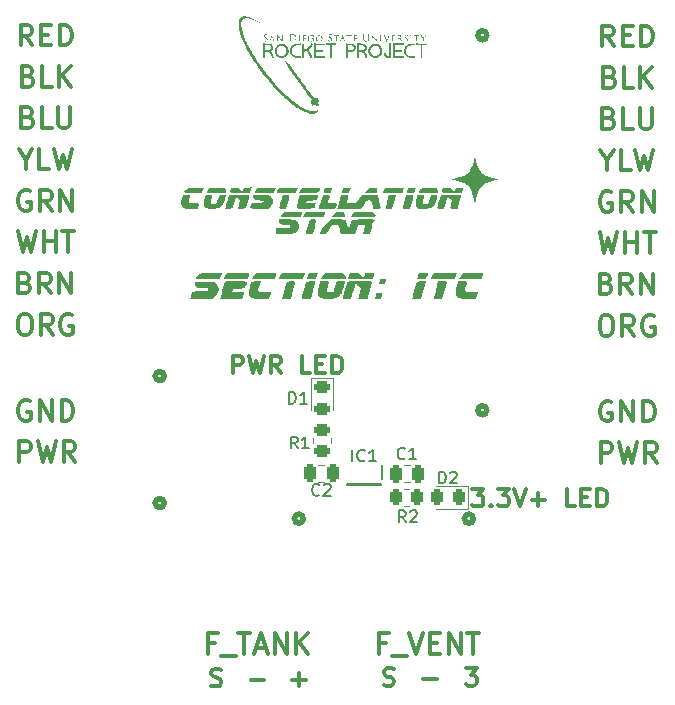
<source format=gto>
G04 #@! TF.GenerationSoftware,KiCad,Pcbnew,8.0.6*
G04 #@! TF.CreationDate,2024-11-26T19:11:37-08:00*
G04 #@! TF.ProjectId,Constellation STAR ITC V1.0,436f6e73-7465-46c6-9c61-74696f6e2053,rev?*
G04 #@! TF.SameCoordinates,Original*
G04 #@! TF.FileFunction,Legend,Top*
G04 #@! TF.FilePolarity,Positive*
%FSLAX46Y46*%
G04 Gerber Fmt 4.6, Leading zero omitted, Abs format (unit mm)*
G04 Created by KiCad (PCBNEW 8.0.6) date 2024-11-26 19:11:37*
%MOMM*%
%LPD*%
G01*
G04 APERTURE LIST*
G04 Aperture macros list*
%AMRoundRect*
0 Rectangle with rounded corners*
0 $1 Rounding radius*
0 $2 $3 $4 $5 $6 $7 $8 $9 X,Y pos of 4 corners*
0 Add a 4 corners polygon primitive as box body*
4,1,4,$2,$3,$4,$5,$6,$7,$8,$9,$2,$3,0*
0 Add four circle primitives for the rounded corners*
1,1,$1+$1,$2,$3*
1,1,$1+$1,$4,$5*
1,1,$1+$1,$6,$7*
1,1,$1+$1,$8,$9*
0 Add four rect primitives between the rounded corners*
20,1,$1+$1,$2,$3,$4,$5,0*
20,1,$1+$1,$4,$5,$6,$7,0*
20,1,$1+$1,$6,$7,$8,$9,0*
20,1,$1+$1,$8,$9,$2,$3,0*%
G04 Aperture macros list end*
%ADD10C,0.350000*%
%ADD11C,0.300000*%
%ADD12C,0.150000*%
%ADD13C,0.000000*%
%ADD14C,0.120000*%
%ADD15C,0.200000*%
%ADD16C,0.508000*%
%ADD17C,3.200000*%
%ADD18RoundRect,0.250000X0.450000X-0.262500X0.450000X0.262500X-0.450000X0.262500X-0.450000X-0.262500X0*%
%ADD19R,0.600000X1.250000*%
%ADD20RoundRect,0.250000X0.250000X0.475000X-0.250000X0.475000X-0.250000X-0.475000X0.250000X-0.475000X0*%
%ADD21RoundRect,0.250000X-0.262500X-0.450000X0.262500X-0.450000X0.262500X0.450000X-0.262500X0.450000X0*%
%ADD22RoundRect,0.243750X-0.456250X0.243750X-0.456250X-0.243750X0.456250X-0.243750X0.456250X0.243750X0*%
%ADD23RoundRect,0.243750X0.243750X0.456250X-0.243750X0.456250X-0.243750X-0.456250X0.243750X-0.456250X0*%
%ADD24RoundRect,0.250000X-0.250000X-0.475000X0.250000X-0.475000X0.250000X0.475000X-0.250000X0.475000X0*%
%ADD25C,1.900000*%
G04 APERTURE END LIST*
D10*
X77813596Y-33949634D02*
X77230263Y-33116301D01*
X76813596Y-33949634D02*
X76813596Y-32199634D01*
X76813596Y-32199634D02*
X77480263Y-32199634D01*
X77480263Y-32199634D02*
X77646930Y-32282967D01*
X77646930Y-32282967D02*
X77730263Y-32366301D01*
X77730263Y-32366301D02*
X77813596Y-32532967D01*
X77813596Y-32532967D02*
X77813596Y-32782967D01*
X77813596Y-32782967D02*
X77730263Y-32949634D01*
X77730263Y-32949634D02*
X77646930Y-33032967D01*
X77646930Y-33032967D02*
X77480263Y-33116301D01*
X77480263Y-33116301D02*
X76813596Y-33116301D01*
X78563596Y-33032967D02*
X79146930Y-33032967D01*
X79396930Y-33949634D02*
X78563596Y-33949634D01*
X78563596Y-33949634D02*
X78563596Y-32199634D01*
X78563596Y-32199634D02*
X79396930Y-32199634D01*
X80146929Y-33949634D02*
X80146929Y-32199634D01*
X80146929Y-32199634D02*
X80563596Y-32199634D01*
X80563596Y-32199634D02*
X80813596Y-32282967D01*
X80813596Y-32282967D02*
X80980263Y-32449634D01*
X80980263Y-32449634D02*
X81063596Y-32616301D01*
X81063596Y-32616301D02*
X81146929Y-32949634D01*
X81146929Y-32949634D02*
X81146929Y-33199634D01*
X81146929Y-33199634D02*
X81063596Y-33532967D01*
X81063596Y-33532967D02*
X80980263Y-33699634D01*
X80980263Y-33699634D02*
X80813596Y-33866301D01*
X80813596Y-33866301D02*
X80563596Y-33949634D01*
X80563596Y-33949634D02*
X80146929Y-33949634D01*
X27796930Y-56624639D02*
X28130263Y-56624639D01*
X28130263Y-56624639D02*
X28296930Y-56707972D01*
X28296930Y-56707972D02*
X28463596Y-56874639D01*
X28463596Y-56874639D02*
X28546930Y-57207972D01*
X28546930Y-57207972D02*
X28546930Y-57791306D01*
X28546930Y-57791306D02*
X28463596Y-58124639D01*
X28463596Y-58124639D02*
X28296930Y-58291306D01*
X28296930Y-58291306D02*
X28130263Y-58374639D01*
X28130263Y-58374639D02*
X27796930Y-58374639D01*
X27796930Y-58374639D02*
X27630263Y-58291306D01*
X27630263Y-58291306D02*
X27463596Y-58124639D01*
X27463596Y-58124639D02*
X27380263Y-57791306D01*
X27380263Y-57791306D02*
X27380263Y-57207972D01*
X27380263Y-57207972D02*
X27463596Y-56874639D01*
X27463596Y-56874639D02*
X27630263Y-56707972D01*
X27630263Y-56707972D02*
X27796930Y-56624639D01*
X30296929Y-58374639D02*
X29713596Y-57541306D01*
X29296929Y-58374639D02*
X29296929Y-56624639D01*
X29296929Y-56624639D02*
X29963596Y-56624639D01*
X29963596Y-56624639D02*
X30130263Y-56707972D01*
X30130263Y-56707972D02*
X30213596Y-56791306D01*
X30213596Y-56791306D02*
X30296929Y-56957972D01*
X30296929Y-56957972D02*
X30296929Y-57207972D01*
X30296929Y-57207972D02*
X30213596Y-57374639D01*
X30213596Y-57374639D02*
X30130263Y-57457972D01*
X30130263Y-57457972D02*
X29963596Y-57541306D01*
X29963596Y-57541306D02*
X29296929Y-57541306D01*
X31963596Y-56707972D02*
X31796929Y-56624639D01*
X31796929Y-56624639D02*
X31546929Y-56624639D01*
X31546929Y-56624639D02*
X31296929Y-56707972D01*
X31296929Y-56707972D02*
X31130263Y-56874639D01*
X31130263Y-56874639D02*
X31046929Y-57041306D01*
X31046929Y-57041306D02*
X30963596Y-57374639D01*
X30963596Y-57374639D02*
X30963596Y-57624639D01*
X30963596Y-57624639D02*
X31046929Y-57957972D01*
X31046929Y-57957972D02*
X31130263Y-58124639D01*
X31130263Y-58124639D02*
X31296929Y-58291306D01*
X31296929Y-58291306D02*
X31546929Y-58374639D01*
X31546929Y-58374639D02*
X31713596Y-58374639D01*
X31713596Y-58374639D02*
X31963596Y-58291306D01*
X31963596Y-58291306D02*
X32046929Y-58207972D01*
X32046929Y-58207972D02*
X32046929Y-57624639D01*
X32046929Y-57624639D02*
X31713596Y-57624639D01*
D11*
X65270791Y-86600828D02*
X66199363Y-86600828D01*
X66199363Y-86600828D02*
X65699363Y-87172257D01*
X65699363Y-87172257D02*
X65913648Y-87172257D01*
X65913648Y-87172257D02*
X66056506Y-87243685D01*
X66056506Y-87243685D02*
X66127934Y-87315114D01*
X66127934Y-87315114D02*
X66199363Y-87457971D01*
X66199363Y-87457971D02*
X66199363Y-87815114D01*
X66199363Y-87815114D02*
X66127934Y-87957971D01*
X66127934Y-87957971D02*
X66056506Y-88029400D01*
X66056506Y-88029400D02*
X65913648Y-88100828D01*
X65913648Y-88100828D02*
X65485077Y-88100828D01*
X65485077Y-88100828D02*
X65342220Y-88029400D01*
X65342220Y-88029400D02*
X65270791Y-87957971D01*
D10*
X28213596Y-39957967D02*
X28463596Y-40041301D01*
X28463596Y-40041301D02*
X28546929Y-40124634D01*
X28546929Y-40124634D02*
X28630262Y-40291301D01*
X28630262Y-40291301D02*
X28630262Y-40541301D01*
X28630262Y-40541301D02*
X28546929Y-40707967D01*
X28546929Y-40707967D02*
X28463596Y-40791301D01*
X28463596Y-40791301D02*
X28296929Y-40874634D01*
X28296929Y-40874634D02*
X27630262Y-40874634D01*
X27630262Y-40874634D02*
X27630262Y-39124634D01*
X27630262Y-39124634D02*
X28213596Y-39124634D01*
X28213596Y-39124634D02*
X28380262Y-39207967D01*
X28380262Y-39207967D02*
X28463596Y-39291301D01*
X28463596Y-39291301D02*
X28546929Y-39457967D01*
X28546929Y-39457967D02*
X28546929Y-39624634D01*
X28546929Y-39624634D02*
X28463596Y-39791301D01*
X28463596Y-39791301D02*
X28380262Y-39874634D01*
X28380262Y-39874634D02*
X28213596Y-39957967D01*
X28213596Y-39957967D02*
X27630262Y-39957967D01*
X30213596Y-40874634D02*
X29380262Y-40874634D01*
X29380262Y-40874634D02*
X29380262Y-39124634D01*
X30796929Y-39124634D02*
X30796929Y-40541301D01*
X30796929Y-40541301D02*
X30880263Y-40707967D01*
X30880263Y-40707967D02*
X30963596Y-40791301D01*
X30963596Y-40791301D02*
X31130263Y-40874634D01*
X31130263Y-40874634D02*
X31463596Y-40874634D01*
X31463596Y-40874634D02*
X31630263Y-40791301D01*
X31630263Y-40791301D02*
X31713596Y-40707967D01*
X31713596Y-40707967D02*
X31796929Y-40541301D01*
X31796929Y-40541301D02*
X31796929Y-39124634D01*
X28005263Y-43541301D02*
X28005263Y-44374634D01*
X27421929Y-42624634D02*
X28005263Y-43541301D01*
X28005263Y-43541301D02*
X28588596Y-42624634D01*
X30005263Y-44374634D02*
X29171929Y-44374634D01*
X29171929Y-44374634D02*
X29171929Y-42624634D01*
X30421930Y-42624634D02*
X30838596Y-44374634D01*
X30838596Y-44374634D02*
X31171930Y-43124634D01*
X31171930Y-43124634D02*
X31505263Y-44374634D01*
X31505263Y-44374634D02*
X31921930Y-42624634D01*
X28388596Y-63975967D02*
X28221929Y-63892634D01*
X28221929Y-63892634D02*
X27971929Y-63892634D01*
X27971929Y-63892634D02*
X27721929Y-63975967D01*
X27721929Y-63975967D02*
X27555263Y-64142634D01*
X27555263Y-64142634D02*
X27471929Y-64309301D01*
X27471929Y-64309301D02*
X27388596Y-64642634D01*
X27388596Y-64642634D02*
X27388596Y-64892634D01*
X27388596Y-64892634D02*
X27471929Y-65225967D01*
X27471929Y-65225967D02*
X27555263Y-65392634D01*
X27555263Y-65392634D02*
X27721929Y-65559301D01*
X27721929Y-65559301D02*
X27971929Y-65642634D01*
X27971929Y-65642634D02*
X28138596Y-65642634D01*
X28138596Y-65642634D02*
X28388596Y-65559301D01*
X28388596Y-65559301D02*
X28471929Y-65475967D01*
X28471929Y-65475967D02*
X28471929Y-64892634D01*
X28471929Y-64892634D02*
X28138596Y-64892634D01*
X29221929Y-65642634D02*
X29221929Y-63892634D01*
X29221929Y-63892634D02*
X30221929Y-65642634D01*
X30221929Y-65642634D02*
X30221929Y-63892634D01*
X31055262Y-65642634D02*
X31055262Y-63892634D01*
X31055262Y-63892634D02*
X31471929Y-63892634D01*
X31471929Y-63892634D02*
X31721929Y-63975967D01*
X31721929Y-63975967D02*
X31888596Y-64142634D01*
X31888596Y-64142634D02*
X31971929Y-64309301D01*
X31971929Y-64309301D02*
X32055262Y-64642634D01*
X32055262Y-64642634D02*
X32055262Y-64892634D01*
X32055262Y-64892634D02*
X31971929Y-65225967D01*
X31971929Y-65225967D02*
X31888596Y-65392634D01*
X31888596Y-65392634D02*
X31721929Y-65559301D01*
X31721929Y-65559301D02*
X31471929Y-65642634D01*
X31471929Y-65642634D02*
X31055262Y-65642634D01*
X77188596Y-54032967D02*
X77438596Y-54116301D01*
X77438596Y-54116301D02*
X77521929Y-54199634D01*
X77521929Y-54199634D02*
X77605262Y-54366301D01*
X77605262Y-54366301D02*
X77605262Y-54616301D01*
X77605262Y-54616301D02*
X77521929Y-54782967D01*
X77521929Y-54782967D02*
X77438596Y-54866301D01*
X77438596Y-54866301D02*
X77271929Y-54949634D01*
X77271929Y-54949634D02*
X76605262Y-54949634D01*
X76605262Y-54949634D02*
X76605262Y-53199634D01*
X76605262Y-53199634D02*
X77188596Y-53199634D01*
X77188596Y-53199634D02*
X77355262Y-53282967D01*
X77355262Y-53282967D02*
X77438596Y-53366301D01*
X77438596Y-53366301D02*
X77521929Y-53532967D01*
X77521929Y-53532967D02*
X77521929Y-53699634D01*
X77521929Y-53699634D02*
X77438596Y-53866301D01*
X77438596Y-53866301D02*
X77355262Y-53949634D01*
X77355262Y-53949634D02*
X77188596Y-54032967D01*
X77188596Y-54032967D02*
X76605262Y-54032967D01*
X79355262Y-54949634D02*
X78771929Y-54116301D01*
X78355262Y-54949634D02*
X78355262Y-53199634D01*
X78355262Y-53199634D02*
X79021929Y-53199634D01*
X79021929Y-53199634D02*
X79188596Y-53282967D01*
X79188596Y-53282967D02*
X79271929Y-53366301D01*
X79271929Y-53366301D02*
X79355262Y-53532967D01*
X79355262Y-53532967D02*
X79355262Y-53782967D01*
X79355262Y-53782967D02*
X79271929Y-53949634D01*
X79271929Y-53949634D02*
X79188596Y-54032967D01*
X79188596Y-54032967D02*
X79021929Y-54116301D01*
X79021929Y-54116301D02*
X78355262Y-54116301D01*
X80105262Y-54949634D02*
X80105262Y-53199634D01*
X80105262Y-53199634D02*
X81105262Y-54949634D01*
X81105262Y-54949634D02*
X81105262Y-53199634D01*
X77480263Y-36532967D02*
X77730263Y-36616301D01*
X77730263Y-36616301D02*
X77813596Y-36699634D01*
X77813596Y-36699634D02*
X77896929Y-36866301D01*
X77896929Y-36866301D02*
X77896929Y-37116301D01*
X77896929Y-37116301D02*
X77813596Y-37282967D01*
X77813596Y-37282967D02*
X77730263Y-37366301D01*
X77730263Y-37366301D02*
X77563596Y-37449634D01*
X77563596Y-37449634D02*
X76896929Y-37449634D01*
X76896929Y-37449634D02*
X76896929Y-35699634D01*
X76896929Y-35699634D02*
X77480263Y-35699634D01*
X77480263Y-35699634D02*
X77646929Y-35782967D01*
X77646929Y-35782967D02*
X77730263Y-35866301D01*
X77730263Y-35866301D02*
X77813596Y-36032967D01*
X77813596Y-36032967D02*
X77813596Y-36199634D01*
X77813596Y-36199634D02*
X77730263Y-36366301D01*
X77730263Y-36366301D02*
X77646929Y-36449634D01*
X77646929Y-36449634D02*
X77480263Y-36532967D01*
X77480263Y-36532967D02*
X76896929Y-36532967D01*
X79480263Y-37449634D02*
X78646929Y-37449634D01*
X78646929Y-37449634D02*
X78646929Y-35699634D01*
X80063596Y-37449634D02*
X80063596Y-35699634D01*
X81063596Y-37449634D02*
X80313596Y-36449634D01*
X81063596Y-35699634D02*
X80063596Y-36699634D01*
X28588596Y-33874634D02*
X28005263Y-33041301D01*
X27588596Y-33874634D02*
X27588596Y-32124634D01*
X27588596Y-32124634D02*
X28255263Y-32124634D01*
X28255263Y-32124634D02*
X28421930Y-32207967D01*
X28421930Y-32207967D02*
X28505263Y-32291301D01*
X28505263Y-32291301D02*
X28588596Y-32457967D01*
X28588596Y-32457967D02*
X28588596Y-32707967D01*
X28588596Y-32707967D02*
X28505263Y-32874634D01*
X28505263Y-32874634D02*
X28421930Y-32957967D01*
X28421930Y-32957967D02*
X28255263Y-33041301D01*
X28255263Y-33041301D02*
X27588596Y-33041301D01*
X29338596Y-32957967D02*
X29921930Y-32957967D01*
X30171930Y-33874634D02*
X29338596Y-33874634D01*
X29338596Y-33874634D02*
X29338596Y-32124634D01*
X29338596Y-32124634D02*
X30171930Y-32124634D01*
X30921929Y-33874634D02*
X30921929Y-32124634D01*
X30921929Y-32124634D02*
X31338596Y-32124634D01*
X31338596Y-32124634D02*
X31588596Y-32207967D01*
X31588596Y-32207967D02*
X31755263Y-32374634D01*
X31755263Y-32374634D02*
X31838596Y-32541301D01*
X31838596Y-32541301D02*
X31921929Y-32874634D01*
X31921929Y-32874634D02*
X31921929Y-33124634D01*
X31921929Y-33124634D02*
X31838596Y-33457967D01*
X31838596Y-33457967D02*
X31755263Y-33624634D01*
X31755263Y-33624634D02*
X31588596Y-33791301D01*
X31588596Y-33791301D02*
X31338596Y-33874634D01*
X31338596Y-33874634D02*
X30921929Y-33874634D01*
D11*
X50578571Y-87579400D02*
X51721429Y-87579400D01*
X51150000Y-88150828D02*
X51150000Y-87007971D01*
X45554510Y-61650828D02*
X45554510Y-60150828D01*
X45554510Y-60150828D02*
X46125939Y-60150828D01*
X46125939Y-60150828D02*
X46268796Y-60222257D01*
X46268796Y-60222257D02*
X46340225Y-60293685D01*
X46340225Y-60293685D02*
X46411653Y-60436542D01*
X46411653Y-60436542D02*
X46411653Y-60650828D01*
X46411653Y-60650828D02*
X46340225Y-60793685D01*
X46340225Y-60793685D02*
X46268796Y-60865114D01*
X46268796Y-60865114D02*
X46125939Y-60936542D01*
X46125939Y-60936542D02*
X45554510Y-60936542D01*
X46911653Y-60150828D02*
X47268796Y-61650828D01*
X47268796Y-61650828D02*
X47554510Y-60579400D01*
X47554510Y-60579400D02*
X47840225Y-61650828D01*
X47840225Y-61650828D02*
X48197368Y-60150828D01*
X49625939Y-61650828D02*
X49125939Y-60936542D01*
X48768796Y-61650828D02*
X48768796Y-60150828D01*
X48768796Y-60150828D02*
X49340225Y-60150828D01*
X49340225Y-60150828D02*
X49483082Y-60222257D01*
X49483082Y-60222257D02*
X49554511Y-60293685D01*
X49554511Y-60293685D02*
X49625939Y-60436542D01*
X49625939Y-60436542D02*
X49625939Y-60650828D01*
X49625939Y-60650828D02*
X49554511Y-60793685D01*
X49554511Y-60793685D02*
X49483082Y-60865114D01*
X49483082Y-60865114D02*
X49340225Y-60936542D01*
X49340225Y-60936542D02*
X48768796Y-60936542D01*
X52125939Y-61650828D02*
X51411653Y-61650828D01*
X51411653Y-61650828D02*
X51411653Y-60150828D01*
X52625939Y-60865114D02*
X53125939Y-60865114D01*
X53340225Y-61650828D02*
X52625939Y-61650828D01*
X52625939Y-61650828D02*
X52625939Y-60150828D01*
X52625939Y-60150828D02*
X53340225Y-60150828D01*
X53983082Y-61650828D02*
X53983082Y-60150828D01*
X53983082Y-60150828D02*
X54340225Y-60150828D01*
X54340225Y-60150828D02*
X54554511Y-60222257D01*
X54554511Y-60222257D02*
X54697368Y-60365114D01*
X54697368Y-60365114D02*
X54768797Y-60507971D01*
X54768797Y-60507971D02*
X54840225Y-60793685D01*
X54840225Y-60793685D02*
X54840225Y-61007971D01*
X54840225Y-61007971D02*
X54768797Y-61293685D01*
X54768797Y-61293685D02*
X54697368Y-61436542D01*
X54697368Y-61436542D02*
X54554511Y-61579400D01*
X54554511Y-61579400D02*
X54340225Y-61650828D01*
X54340225Y-61650828D02*
X53983082Y-61650828D01*
X43721428Y-88079400D02*
X43935714Y-88150828D01*
X43935714Y-88150828D02*
X44292856Y-88150828D01*
X44292856Y-88150828D02*
X44435714Y-88079400D01*
X44435714Y-88079400D02*
X44507142Y-88007971D01*
X44507142Y-88007971D02*
X44578571Y-87865114D01*
X44578571Y-87865114D02*
X44578571Y-87722257D01*
X44578571Y-87722257D02*
X44507142Y-87579400D01*
X44507142Y-87579400D02*
X44435714Y-87507971D01*
X44435714Y-87507971D02*
X44292856Y-87436542D01*
X44292856Y-87436542D02*
X44007142Y-87365114D01*
X44007142Y-87365114D02*
X43864285Y-87293685D01*
X43864285Y-87293685D02*
X43792856Y-87222257D01*
X43792856Y-87222257D02*
X43721428Y-87079400D01*
X43721428Y-87079400D02*
X43721428Y-86936542D01*
X43721428Y-86936542D02*
X43792856Y-86793685D01*
X43792856Y-86793685D02*
X43864285Y-86722257D01*
X43864285Y-86722257D02*
X44007142Y-86650828D01*
X44007142Y-86650828D02*
X44364285Y-86650828D01*
X44364285Y-86650828D02*
X44578571Y-86722257D01*
D10*
X44025001Y-84450967D02*
X43441667Y-84450967D01*
X43441667Y-85367634D02*
X43441667Y-83617634D01*
X43441667Y-83617634D02*
X44275001Y-83617634D01*
X44525001Y-85534301D02*
X45858334Y-85534301D01*
X46025000Y-83617634D02*
X47025000Y-83617634D01*
X46525000Y-85367634D02*
X46525000Y-83617634D01*
X47525000Y-84867634D02*
X48358333Y-84867634D01*
X47358333Y-85367634D02*
X47941667Y-83617634D01*
X47941667Y-83617634D02*
X48525000Y-85367634D01*
X49108333Y-85367634D02*
X49108333Y-83617634D01*
X49108333Y-83617634D02*
X50108333Y-85367634D01*
X50108333Y-85367634D02*
X50108333Y-83617634D01*
X50941666Y-85367634D02*
X50941666Y-83617634D01*
X51941666Y-85367634D02*
X51191666Y-84367634D01*
X51941666Y-83617634D02*
X50941666Y-84617634D01*
D11*
X47078571Y-87579400D02*
X48221429Y-87579400D01*
D10*
X77438596Y-40032967D02*
X77688596Y-40116301D01*
X77688596Y-40116301D02*
X77771929Y-40199634D01*
X77771929Y-40199634D02*
X77855262Y-40366301D01*
X77855262Y-40366301D02*
X77855262Y-40616301D01*
X77855262Y-40616301D02*
X77771929Y-40782967D01*
X77771929Y-40782967D02*
X77688596Y-40866301D01*
X77688596Y-40866301D02*
X77521929Y-40949634D01*
X77521929Y-40949634D02*
X76855262Y-40949634D01*
X76855262Y-40949634D02*
X76855262Y-39199634D01*
X76855262Y-39199634D02*
X77438596Y-39199634D01*
X77438596Y-39199634D02*
X77605262Y-39282967D01*
X77605262Y-39282967D02*
X77688596Y-39366301D01*
X77688596Y-39366301D02*
X77771929Y-39532967D01*
X77771929Y-39532967D02*
X77771929Y-39699634D01*
X77771929Y-39699634D02*
X77688596Y-39866301D01*
X77688596Y-39866301D02*
X77605262Y-39949634D01*
X77605262Y-39949634D02*
X77438596Y-40032967D01*
X77438596Y-40032967D02*
X76855262Y-40032967D01*
X79438596Y-40949634D02*
X78605262Y-40949634D01*
X78605262Y-40949634D02*
X78605262Y-39199634D01*
X80021929Y-39199634D02*
X80021929Y-40616301D01*
X80021929Y-40616301D02*
X80105263Y-40782967D01*
X80105263Y-40782967D02*
X80188596Y-40866301D01*
X80188596Y-40866301D02*
X80355263Y-40949634D01*
X80355263Y-40949634D02*
X80688596Y-40949634D01*
X80688596Y-40949634D02*
X80855263Y-40866301D01*
X80855263Y-40866301D02*
X80938596Y-40782967D01*
X80938596Y-40782967D02*
X81021929Y-40616301D01*
X81021929Y-40616301D02*
X81021929Y-39199634D01*
X77230263Y-43616301D02*
X77230263Y-44449634D01*
X76646929Y-42699634D02*
X77230263Y-43616301D01*
X77230263Y-43616301D02*
X77813596Y-42699634D01*
X79230263Y-44449634D02*
X78396929Y-44449634D01*
X78396929Y-44449634D02*
X78396929Y-42699634D01*
X79646930Y-42699634D02*
X80063596Y-44449634D01*
X80063596Y-44449634D02*
X80396930Y-43199634D01*
X80396930Y-43199634D02*
X80730263Y-44449634D01*
X80730263Y-44449634D02*
X81146930Y-42699634D01*
X76696929Y-69217634D02*
X76696929Y-67467634D01*
X76696929Y-67467634D02*
X77363596Y-67467634D01*
X77363596Y-67467634D02*
X77530263Y-67550967D01*
X77530263Y-67550967D02*
X77613596Y-67634301D01*
X77613596Y-67634301D02*
X77696929Y-67800967D01*
X77696929Y-67800967D02*
X77696929Y-68050967D01*
X77696929Y-68050967D02*
X77613596Y-68217634D01*
X77613596Y-68217634D02*
X77530263Y-68300967D01*
X77530263Y-68300967D02*
X77363596Y-68384301D01*
X77363596Y-68384301D02*
X76696929Y-68384301D01*
X78280263Y-67467634D02*
X78696929Y-69217634D01*
X78696929Y-69217634D02*
X79030263Y-67967634D01*
X79030263Y-67967634D02*
X79363596Y-69217634D01*
X79363596Y-69217634D02*
X79780263Y-67467634D01*
X81446929Y-69217634D02*
X80863596Y-68384301D01*
X80446929Y-69217634D02*
X80446929Y-67467634D01*
X80446929Y-67467634D02*
X81113596Y-67467634D01*
X81113596Y-67467634D02*
X81280263Y-67550967D01*
X81280263Y-67550967D02*
X81363596Y-67634301D01*
X81363596Y-67634301D02*
X81446929Y-67800967D01*
X81446929Y-67800967D02*
X81446929Y-68050967D01*
X81446929Y-68050967D02*
X81363596Y-68217634D01*
X81363596Y-68217634D02*
X81280263Y-68300967D01*
X81280263Y-68300967D02*
X81113596Y-68384301D01*
X81113596Y-68384301D02*
X80446929Y-68384301D01*
X28380263Y-46207967D02*
X28213596Y-46124634D01*
X28213596Y-46124634D02*
X27963596Y-46124634D01*
X27963596Y-46124634D02*
X27713596Y-46207967D01*
X27713596Y-46207967D02*
X27546930Y-46374634D01*
X27546930Y-46374634D02*
X27463596Y-46541301D01*
X27463596Y-46541301D02*
X27380263Y-46874634D01*
X27380263Y-46874634D02*
X27380263Y-47124634D01*
X27380263Y-47124634D02*
X27463596Y-47457967D01*
X27463596Y-47457967D02*
X27546930Y-47624634D01*
X27546930Y-47624634D02*
X27713596Y-47791301D01*
X27713596Y-47791301D02*
X27963596Y-47874634D01*
X27963596Y-47874634D02*
X28130263Y-47874634D01*
X28130263Y-47874634D02*
X28380263Y-47791301D01*
X28380263Y-47791301D02*
X28463596Y-47707967D01*
X28463596Y-47707967D02*
X28463596Y-47124634D01*
X28463596Y-47124634D02*
X28130263Y-47124634D01*
X30213596Y-47874634D02*
X29630263Y-47041301D01*
X29213596Y-47874634D02*
X29213596Y-46124634D01*
X29213596Y-46124634D02*
X29880263Y-46124634D01*
X29880263Y-46124634D02*
X30046930Y-46207967D01*
X30046930Y-46207967D02*
X30130263Y-46291301D01*
X30130263Y-46291301D02*
X30213596Y-46457967D01*
X30213596Y-46457967D02*
X30213596Y-46707967D01*
X30213596Y-46707967D02*
X30130263Y-46874634D01*
X30130263Y-46874634D02*
X30046930Y-46957967D01*
X30046930Y-46957967D02*
X29880263Y-47041301D01*
X29880263Y-47041301D02*
X29213596Y-47041301D01*
X30963596Y-47874634D02*
X30963596Y-46124634D01*
X30963596Y-46124634D02*
X31963596Y-47874634D01*
X31963596Y-47874634D02*
X31963596Y-46124634D01*
D11*
X58342219Y-88029400D02*
X58556505Y-88100828D01*
X58556505Y-88100828D02*
X58913647Y-88100828D01*
X58913647Y-88100828D02*
X59056505Y-88029400D01*
X59056505Y-88029400D02*
X59127933Y-87957971D01*
X59127933Y-87957971D02*
X59199362Y-87815114D01*
X59199362Y-87815114D02*
X59199362Y-87672257D01*
X59199362Y-87672257D02*
X59127933Y-87529400D01*
X59127933Y-87529400D02*
X59056505Y-87457971D01*
X59056505Y-87457971D02*
X58913647Y-87386542D01*
X58913647Y-87386542D02*
X58627933Y-87315114D01*
X58627933Y-87315114D02*
X58485076Y-87243685D01*
X58485076Y-87243685D02*
X58413647Y-87172257D01*
X58413647Y-87172257D02*
X58342219Y-87029400D01*
X58342219Y-87029400D02*
X58342219Y-86886542D01*
X58342219Y-86886542D02*
X58413647Y-86743685D01*
X58413647Y-86743685D02*
X58485076Y-86672257D01*
X58485076Y-86672257D02*
X58627933Y-86600828D01*
X58627933Y-86600828D02*
X58985076Y-86600828D01*
X58985076Y-86600828D02*
X59199362Y-86672257D01*
D10*
X28255263Y-36457967D02*
X28505263Y-36541301D01*
X28505263Y-36541301D02*
X28588596Y-36624634D01*
X28588596Y-36624634D02*
X28671929Y-36791301D01*
X28671929Y-36791301D02*
X28671929Y-37041301D01*
X28671929Y-37041301D02*
X28588596Y-37207967D01*
X28588596Y-37207967D02*
X28505263Y-37291301D01*
X28505263Y-37291301D02*
X28338596Y-37374634D01*
X28338596Y-37374634D02*
X27671929Y-37374634D01*
X27671929Y-37374634D02*
X27671929Y-35624634D01*
X27671929Y-35624634D02*
X28255263Y-35624634D01*
X28255263Y-35624634D02*
X28421929Y-35707967D01*
X28421929Y-35707967D02*
X28505263Y-35791301D01*
X28505263Y-35791301D02*
X28588596Y-35957967D01*
X28588596Y-35957967D02*
X28588596Y-36124634D01*
X28588596Y-36124634D02*
X28505263Y-36291301D01*
X28505263Y-36291301D02*
X28421929Y-36374634D01*
X28421929Y-36374634D02*
X28255263Y-36457967D01*
X28255263Y-36457967D02*
X27671929Y-36457967D01*
X30255263Y-37374634D02*
X29421929Y-37374634D01*
X29421929Y-37374634D02*
X29421929Y-35624634D01*
X30838596Y-37374634D02*
X30838596Y-35624634D01*
X31838596Y-37374634D02*
X31088596Y-36374634D01*
X31838596Y-35624634D02*
X30838596Y-36624634D01*
X77021930Y-56699639D02*
X77355263Y-56699639D01*
X77355263Y-56699639D02*
X77521930Y-56782972D01*
X77521930Y-56782972D02*
X77688596Y-56949639D01*
X77688596Y-56949639D02*
X77771930Y-57282972D01*
X77771930Y-57282972D02*
X77771930Y-57866306D01*
X77771930Y-57866306D02*
X77688596Y-58199639D01*
X77688596Y-58199639D02*
X77521930Y-58366306D01*
X77521930Y-58366306D02*
X77355263Y-58449639D01*
X77355263Y-58449639D02*
X77021930Y-58449639D01*
X77021930Y-58449639D02*
X76855263Y-58366306D01*
X76855263Y-58366306D02*
X76688596Y-58199639D01*
X76688596Y-58199639D02*
X76605263Y-57866306D01*
X76605263Y-57866306D02*
X76605263Y-57282972D01*
X76605263Y-57282972D02*
X76688596Y-56949639D01*
X76688596Y-56949639D02*
X76855263Y-56782972D01*
X76855263Y-56782972D02*
X77021930Y-56699639D01*
X79521929Y-58449639D02*
X78938596Y-57616306D01*
X78521929Y-58449639D02*
X78521929Y-56699639D01*
X78521929Y-56699639D02*
X79188596Y-56699639D01*
X79188596Y-56699639D02*
X79355263Y-56782972D01*
X79355263Y-56782972D02*
X79438596Y-56866306D01*
X79438596Y-56866306D02*
X79521929Y-57032972D01*
X79521929Y-57032972D02*
X79521929Y-57282972D01*
X79521929Y-57282972D02*
X79438596Y-57449639D01*
X79438596Y-57449639D02*
X79355263Y-57532972D01*
X79355263Y-57532972D02*
X79188596Y-57616306D01*
X79188596Y-57616306D02*
X78521929Y-57616306D01*
X81188596Y-56782972D02*
X81021929Y-56699639D01*
X81021929Y-56699639D02*
X80771929Y-56699639D01*
X80771929Y-56699639D02*
X80521929Y-56782972D01*
X80521929Y-56782972D02*
X80355263Y-56949639D01*
X80355263Y-56949639D02*
X80271929Y-57116306D01*
X80271929Y-57116306D02*
X80188596Y-57449639D01*
X80188596Y-57449639D02*
X80188596Y-57699639D01*
X80188596Y-57699639D02*
X80271929Y-58032972D01*
X80271929Y-58032972D02*
X80355263Y-58199639D01*
X80355263Y-58199639D02*
X80521929Y-58366306D01*
X80521929Y-58366306D02*
X80771929Y-58449639D01*
X80771929Y-58449639D02*
X80938596Y-58449639D01*
X80938596Y-58449639D02*
X81188596Y-58366306D01*
X81188596Y-58366306D02*
X81271929Y-58282972D01*
X81271929Y-58282972D02*
X81271929Y-57699639D01*
X81271929Y-57699639D02*
X80938596Y-57699639D01*
D11*
X65846651Y-71410828D02*
X66775223Y-71410828D01*
X66775223Y-71410828D02*
X66275223Y-71982257D01*
X66275223Y-71982257D02*
X66489508Y-71982257D01*
X66489508Y-71982257D02*
X66632366Y-72053685D01*
X66632366Y-72053685D02*
X66703794Y-72125114D01*
X66703794Y-72125114D02*
X66775223Y-72267971D01*
X66775223Y-72267971D02*
X66775223Y-72625114D01*
X66775223Y-72625114D02*
X66703794Y-72767971D01*
X66703794Y-72767971D02*
X66632366Y-72839400D01*
X66632366Y-72839400D02*
X66489508Y-72910828D01*
X66489508Y-72910828D02*
X66060937Y-72910828D01*
X66060937Y-72910828D02*
X65918080Y-72839400D01*
X65918080Y-72839400D02*
X65846651Y-72767971D01*
X67418079Y-72767971D02*
X67489508Y-72839400D01*
X67489508Y-72839400D02*
X67418079Y-72910828D01*
X67418079Y-72910828D02*
X67346651Y-72839400D01*
X67346651Y-72839400D02*
X67418079Y-72767971D01*
X67418079Y-72767971D02*
X67418079Y-72910828D01*
X67989508Y-71410828D02*
X68918080Y-71410828D01*
X68918080Y-71410828D02*
X68418080Y-71982257D01*
X68418080Y-71982257D02*
X68632365Y-71982257D01*
X68632365Y-71982257D02*
X68775223Y-72053685D01*
X68775223Y-72053685D02*
X68846651Y-72125114D01*
X68846651Y-72125114D02*
X68918080Y-72267971D01*
X68918080Y-72267971D02*
X68918080Y-72625114D01*
X68918080Y-72625114D02*
X68846651Y-72767971D01*
X68846651Y-72767971D02*
X68775223Y-72839400D01*
X68775223Y-72839400D02*
X68632365Y-72910828D01*
X68632365Y-72910828D02*
X68203794Y-72910828D01*
X68203794Y-72910828D02*
X68060937Y-72839400D01*
X68060937Y-72839400D02*
X67989508Y-72767971D01*
X69346651Y-71410828D02*
X69846651Y-72910828D01*
X69846651Y-72910828D02*
X70346651Y-71410828D01*
X70846650Y-72339400D02*
X71989508Y-72339400D01*
X71418079Y-72910828D02*
X71418079Y-71767971D01*
X74560936Y-72910828D02*
X73846650Y-72910828D01*
X73846650Y-72910828D02*
X73846650Y-71410828D01*
X75060936Y-72125114D02*
X75560936Y-72125114D01*
X75775222Y-72910828D02*
X75060936Y-72910828D01*
X75060936Y-72910828D02*
X75060936Y-71410828D01*
X75060936Y-71410828D02*
X75775222Y-71410828D01*
X76418079Y-72910828D02*
X76418079Y-71410828D01*
X76418079Y-71410828D02*
X76775222Y-71410828D01*
X76775222Y-71410828D02*
X76989508Y-71482257D01*
X76989508Y-71482257D02*
X77132365Y-71625114D01*
X77132365Y-71625114D02*
X77203794Y-71767971D01*
X77203794Y-71767971D02*
X77275222Y-72053685D01*
X77275222Y-72053685D02*
X77275222Y-72267971D01*
X77275222Y-72267971D02*
X77203794Y-72553685D01*
X77203794Y-72553685D02*
X77132365Y-72696542D01*
X77132365Y-72696542D02*
X76989508Y-72839400D01*
X76989508Y-72839400D02*
X76775222Y-72910828D01*
X76775222Y-72910828D02*
X76418079Y-72910828D01*
D10*
X27380263Y-49624634D02*
X27796929Y-51374634D01*
X27796929Y-51374634D02*
X28130263Y-50124634D01*
X28130263Y-50124634D02*
X28463596Y-51374634D01*
X28463596Y-51374634D02*
X28880263Y-49624634D01*
X29546929Y-51374634D02*
X29546929Y-49624634D01*
X29546929Y-50457967D02*
X30546929Y-50457967D01*
X30546929Y-51374634D02*
X30546929Y-49624634D01*
X31130262Y-49624634D02*
X32130262Y-49624634D01*
X31630262Y-51374634D02*
X31630262Y-49624634D01*
D11*
X61699362Y-87529400D02*
X62842220Y-87529400D01*
D10*
X58504125Y-84450967D02*
X57920791Y-84450967D01*
X57920791Y-85367634D02*
X57920791Y-83617634D01*
X57920791Y-83617634D02*
X58754125Y-83617634D01*
X59004125Y-85534301D02*
X60337458Y-85534301D01*
X60504124Y-83617634D02*
X61087458Y-85367634D01*
X61087458Y-85367634D02*
X61670791Y-83617634D01*
X62254124Y-84450967D02*
X62837458Y-84450967D01*
X63087458Y-85367634D02*
X62254124Y-85367634D01*
X62254124Y-85367634D02*
X62254124Y-83617634D01*
X62254124Y-83617634D02*
X63087458Y-83617634D01*
X63837457Y-85367634D02*
X63837457Y-83617634D01*
X63837457Y-83617634D02*
X64837457Y-85367634D01*
X64837457Y-85367634D02*
X64837457Y-83617634D01*
X65420790Y-83617634D02*
X66420790Y-83617634D01*
X65920790Y-85367634D02*
X65920790Y-83617634D01*
X27963596Y-53957967D02*
X28213596Y-54041301D01*
X28213596Y-54041301D02*
X28296929Y-54124634D01*
X28296929Y-54124634D02*
X28380262Y-54291301D01*
X28380262Y-54291301D02*
X28380262Y-54541301D01*
X28380262Y-54541301D02*
X28296929Y-54707967D01*
X28296929Y-54707967D02*
X28213596Y-54791301D01*
X28213596Y-54791301D02*
X28046929Y-54874634D01*
X28046929Y-54874634D02*
X27380262Y-54874634D01*
X27380262Y-54874634D02*
X27380262Y-53124634D01*
X27380262Y-53124634D02*
X27963596Y-53124634D01*
X27963596Y-53124634D02*
X28130262Y-53207967D01*
X28130262Y-53207967D02*
X28213596Y-53291301D01*
X28213596Y-53291301D02*
X28296929Y-53457967D01*
X28296929Y-53457967D02*
X28296929Y-53624634D01*
X28296929Y-53624634D02*
X28213596Y-53791301D01*
X28213596Y-53791301D02*
X28130262Y-53874634D01*
X28130262Y-53874634D02*
X27963596Y-53957967D01*
X27963596Y-53957967D02*
X27380262Y-53957967D01*
X30130262Y-54874634D02*
X29546929Y-54041301D01*
X29130262Y-54874634D02*
X29130262Y-53124634D01*
X29130262Y-53124634D02*
X29796929Y-53124634D01*
X29796929Y-53124634D02*
X29963596Y-53207967D01*
X29963596Y-53207967D02*
X30046929Y-53291301D01*
X30046929Y-53291301D02*
X30130262Y-53457967D01*
X30130262Y-53457967D02*
X30130262Y-53707967D01*
X30130262Y-53707967D02*
X30046929Y-53874634D01*
X30046929Y-53874634D02*
X29963596Y-53957967D01*
X29963596Y-53957967D02*
X29796929Y-54041301D01*
X29796929Y-54041301D02*
X29130262Y-54041301D01*
X30880262Y-54874634D02*
X30880262Y-53124634D01*
X30880262Y-53124634D02*
X31880262Y-54874634D01*
X31880262Y-54874634D02*
X31880262Y-53124634D01*
X27471929Y-69142634D02*
X27471929Y-67392634D01*
X27471929Y-67392634D02*
X28138596Y-67392634D01*
X28138596Y-67392634D02*
X28305263Y-67475967D01*
X28305263Y-67475967D02*
X28388596Y-67559301D01*
X28388596Y-67559301D02*
X28471929Y-67725967D01*
X28471929Y-67725967D02*
X28471929Y-67975967D01*
X28471929Y-67975967D02*
X28388596Y-68142634D01*
X28388596Y-68142634D02*
X28305263Y-68225967D01*
X28305263Y-68225967D02*
X28138596Y-68309301D01*
X28138596Y-68309301D02*
X27471929Y-68309301D01*
X29055263Y-67392634D02*
X29471929Y-69142634D01*
X29471929Y-69142634D02*
X29805263Y-67892634D01*
X29805263Y-67892634D02*
X30138596Y-69142634D01*
X30138596Y-69142634D02*
X30555263Y-67392634D01*
X32221929Y-69142634D02*
X31638596Y-68309301D01*
X31221929Y-69142634D02*
X31221929Y-67392634D01*
X31221929Y-67392634D02*
X31888596Y-67392634D01*
X31888596Y-67392634D02*
X32055263Y-67475967D01*
X32055263Y-67475967D02*
X32138596Y-67559301D01*
X32138596Y-67559301D02*
X32221929Y-67725967D01*
X32221929Y-67725967D02*
X32221929Y-67975967D01*
X32221929Y-67975967D02*
X32138596Y-68142634D01*
X32138596Y-68142634D02*
X32055263Y-68225967D01*
X32055263Y-68225967D02*
X31888596Y-68309301D01*
X31888596Y-68309301D02*
X31221929Y-68309301D01*
X77613596Y-64050967D02*
X77446929Y-63967634D01*
X77446929Y-63967634D02*
X77196929Y-63967634D01*
X77196929Y-63967634D02*
X76946929Y-64050967D01*
X76946929Y-64050967D02*
X76780263Y-64217634D01*
X76780263Y-64217634D02*
X76696929Y-64384301D01*
X76696929Y-64384301D02*
X76613596Y-64717634D01*
X76613596Y-64717634D02*
X76613596Y-64967634D01*
X76613596Y-64967634D02*
X76696929Y-65300967D01*
X76696929Y-65300967D02*
X76780263Y-65467634D01*
X76780263Y-65467634D02*
X76946929Y-65634301D01*
X76946929Y-65634301D02*
X77196929Y-65717634D01*
X77196929Y-65717634D02*
X77363596Y-65717634D01*
X77363596Y-65717634D02*
X77613596Y-65634301D01*
X77613596Y-65634301D02*
X77696929Y-65550967D01*
X77696929Y-65550967D02*
X77696929Y-64967634D01*
X77696929Y-64967634D02*
X77363596Y-64967634D01*
X78446929Y-65717634D02*
X78446929Y-63967634D01*
X78446929Y-63967634D02*
X79446929Y-65717634D01*
X79446929Y-65717634D02*
X79446929Y-63967634D01*
X80280262Y-65717634D02*
X80280262Y-63967634D01*
X80280262Y-63967634D02*
X80696929Y-63967634D01*
X80696929Y-63967634D02*
X80946929Y-64050967D01*
X80946929Y-64050967D02*
X81113596Y-64217634D01*
X81113596Y-64217634D02*
X81196929Y-64384301D01*
X81196929Y-64384301D02*
X81280262Y-64717634D01*
X81280262Y-64717634D02*
X81280262Y-64967634D01*
X81280262Y-64967634D02*
X81196929Y-65300967D01*
X81196929Y-65300967D02*
X81113596Y-65467634D01*
X81113596Y-65467634D02*
X80946929Y-65634301D01*
X80946929Y-65634301D02*
X80696929Y-65717634D01*
X80696929Y-65717634D02*
X80280262Y-65717634D01*
X77605263Y-46282967D02*
X77438596Y-46199634D01*
X77438596Y-46199634D02*
X77188596Y-46199634D01*
X77188596Y-46199634D02*
X76938596Y-46282967D01*
X76938596Y-46282967D02*
X76771930Y-46449634D01*
X76771930Y-46449634D02*
X76688596Y-46616301D01*
X76688596Y-46616301D02*
X76605263Y-46949634D01*
X76605263Y-46949634D02*
X76605263Y-47199634D01*
X76605263Y-47199634D02*
X76688596Y-47532967D01*
X76688596Y-47532967D02*
X76771930Y-47699634D01*
X76771930Y-47699634D02*
X76938596Y-47866301D01*
X76938596Y-47866301D02*
X77188596Y-47949634D01*
X77188596Y-47949634D02*
X77355263Y-47949634D01*
X77355263Y-47949634D02*
X77605263Y-47866301D01*
X77605263Y-47866301D02*
X77688596Y-47782967D01*
X77688596Y-47782967D02*
X77688596Y-47199634D01*
X77688596Y-47199634D02*
X77355263Y-47199634D01*
X79438596Y-47949634D02*
X78855263Y-47116301D01*
X78438596Y-47949634D02*
X78438596Y-46199634D01*
X78438596Y-46199634D02*
X79105263Y-46199634D01*
X79105263Y-46199634D02*
X79271930Y-46282967D01*
X79271930Y-46282967D02*
X79355263Y-46366301D01*
X79355263Y-46366301D02*
X79438596Y-46532967D01*
X79438596Y-46532967D02*
X79438596Y-46782967D01*
X79438596Y-46782967D02*
X79355263Y-46949634D01*
X79355263Y-46949634D02*
X79271930Y-47032967D01*
X79271930Y-47032967D02*
X79105263Y-47116301D01*
X79105263Y-47116301D02*
X78438596Y-47116301D01*
X80188596Y-47949634D02*
X80188596Y-46199634D01*
X80188596Y-46199634D02*
X81188596Y-47949634D01*
X81188596Y-47949634D02*
X81188596Y-46199634D01*
X76605263Y-49699634D02*
X77021929Y-51449634D01*
X77021929Y-51449634D02*
X77355263Y-50199634D01*
X77355263Y-50199634D02*
X77688596Y-51449634D01*
X77688596Y-51449634D02*
X78105263Y-49699634D01*
X78771929Y-51449634D02*
X78771929Y-49699634D01*
X78771929Y-50532967D02*
X79771929Y-50532967D01*
X79771929Y-51449634D02*
X79771929Y-49699634D01*
X80355262Y-49699634D02*
X81355262Y-49699634D01*
X80855262Y-51449634D02*
X80855262Y-49699634D01*
D12*
X51033333Y-68004819D02*
X50700000Y-67528628D01*
X50461905Y-68004819D02*
X50461905Y-67004819D01*
X50461905Y-67004819D02*
X50842857Y-67004819D01*
X50842857Y-67004819D02*
X50938095Y-67052438D01*
X50938095Y-67052438D02*
X50985714Y-67100057D01*
X50985714Y-67100057D02*
X51033333Y-67195295D01*
X51033333Y-67195295D02*
X51033333Y-67338152D01*
X51033333Y-67338152D02*
X50985714Y-67433390D01*
X50985714Y-67433390D02*
X50938095Y-67481009D01*
X50938095Y-67481009D02*
X50842857Y-67528628D01*
X50842857Y-67528628D02*
X50461905Y-67528628D01*
X51985714Y-68004819D02*
X51414286Y-68004819D01*
X51700000Y-68004819D02*
X51700000Y-67004819D01*
X51700000Y-67004819D02*
X51604762Y-67147676D01*
X51604762Y-67147676D02*
X51509524Y-67242914D01*
X51509524Y-67242914D02*
X51414286Y-67290533D01*
X55673810Y-69104819D02*
X55673810Y-68104819D01*
X56721428Y-69009580D02*
X56673809Y-69057200D01*
X56673809Y-69057200D02*
X56530952Y-69104819D01*
X56530952Y-69104819D02*
X56435714Y-69104819D01*
X56435714Y-69104819D02*
X56292857Y-69057200D01*
X56292857Y-69057200D02*
X56197619Y-68961961D01*
X56197619Y-68961961D02*
X56150000Y-68866723D01*
X56150000Y-68866723D02*
X56102381Y-68676247D01*
X56102381Y-68676247D02*
X56102381Y-68533390D01*
X56102381Y-68533390D02*
X56150000Y-68342914D01*
X56150000Y-68342914D02*
X56197619Y-68247676D01*
X56197619Y-68247676D02*
X56292857Y-68152438D01*
X56292857Y-68152438D02*
X56435714Y-68104819D01*
X56435714Y-68104819D02*
X56530952Y-68104819D01*
X56530952Y-68104819D02*
X56673809Y-68152438D01*
X56673809Y-68152438D02*
X56721428Y-68200057D01*
X57673809Y-69104819D02*
X57102381Y-69104819D01*
X57388095Y-69104819D02*
X57388095Y-68104819D01*
X57388095Y-68104819D02*
X57292857Y-68247676D01*
X57292857Y-68247676D02*
X57197619Y-68342914D01*
X57197619Y-68342914D02*
X57102381Y-68390533D01*
X52883333Y-71909580D02*
X52835714Y-71957200D01*
X52835714Y-71957200D02*
X52692857Y-72004819D01*
X52692857Y-72004819D02*
X52597619Y-72004819D01*
X52597619Y-72004819D02*
X52454762Y-71957200D01*
X52454762Y-71957200D02*
X52359524Y-71861961D01*
X52359524Y-71861961D02*
X52311905Y-71766723D01*
X52311905Y-71766723D02*
X52264286Y-71576247D01*
X52264286Y-71576247D02*
X52264286Y-71433390D01*
X52264286Y-71433390D02*
X52311905Y-71242914D01*
X52311905Y-71242914D02*
X52359524Y-71147676D01*
X52359524Y-71147676D02*
X52454762Y-71052438D01*
X52454762Y-71052438D02*
X52597619Y-71004819D01*
X52597619Y-71004819D02*
X52692857Y-71004819D01*
X52692857Y-71004819D02*
X52835714Y-71052438D01*
X52835714Y-71052438D02*
X52883333Y-71100057D01*
X53264286Y-71100057D02*
X53311905Y-71052438D01*
X53311905Y-71052438D02*
X53407143Y-71004819D01*
X53407143Y-71004819D02*
X53645238Y-71004819D01*
X53645238Y-71004819D02*
X53740476Y-71052438D01*
X53740476Y-71052438D02*
X53788095Y-71100057D01*
X53788095Y-71100057D02*
X53835714Y-71195295D01*
X53835714Y-71195295D02*
X53835714Y-71290533D01*
X53835714Y-71290533D02*
X53788095Y-71433390D01*
X53788095Y-71433390D02*
X53216667Y-72004819D01*
X53216667Y-72004819D02*
X53835714Y-72004819D01*
X60183333Y-74254819D02*
X59850000Y-73778628D01*
X59611905Y-74254819D02*
X59611905Y-73254819D01*
X59611905Y-73254819D02*
X59992857Y-73254819D01*
X59992857Y-73254819D02*
X60088095Y-73302438D01*
X60088095Y-73302438D02*
X60135714Y-73350057D01*
X60135714Y-73350057D02*
X60183333Y-73445295D01*
X60183333Y-73445295D02*
X60183333Y-73588152D01*
X60183333Y-73588152D02*
X60135714Y-73683390D01*
X60135714Y-73683390D02*
X60088095Y-73731009D01*
X60088095Y-73731009D02*
X59992857Y-73778628D01*
X59992857Y-73778628D02*
X59611905Y-73778628D01*
X60564286Y-73350057D02*
X60611905Y-73302438D01*
X60611905Y-73302438D02*
X60707143Y-73254819D01*
X60707143Y-73254819D02*
X60945238Y-73254819D01*
X60945238Y-73254819D02*
X61040476Y-73302438D01*
X61040476Y-73302438D02*
X61088095Y-73350057D01*
X61088095Y-73350057D02*
X61135714Y-73445295D01*
X61135714Y-73445295D02*
X61135714Y-73540533D01*
X61135714Y-73540533D02*
X61088095Y-73683390D01*
X61088095Y-73683390D02*
X60516667Y-74254819D01*
X60516667Y-74254819D02*
X61135714Y-74254819D01*
X50311905Y-64217319D02*
X50311905Y-63217319D01*
X50311905Y-63217319D02*
X50550000Y-63217319D01*
X50550000Y-63217319D02*
X50692857Y-63264938D01*
X50692857Y-63264938D02*
X50788095Y-63360176D01*
X50788095Y-63360176D02*
X50835714Y-63455414D01*
X50835714Y-63455414D02*
X50883333Y-63645890D01*
X50883333Y-63645890D02*
X50883333Y-63788747D01*
X50883333Y-63788747D02*
X50835714Y-63979223D01*
X50835714Y-63979223D02*
X50788095Y-64074461D01*
X50788095Y-64074461D02*
X50692857Y-64169700D01*
X50692857Y-64169700D02*
X50550000Y-64217319D01*
X50550000Y-64217319D02*
X50311905Y-64217319D01*
X51835714Y-64217319D02*
X51264286Y-64217319D01*
X51550000Y-64217319D02*
X51550000Y-63217319D01*
X51550000Y-63217319D02*
X51454762Y-63360176D01*
X51454762Y-63360176D02*
X51359524Y-63455414D01*
X51359524Y-63455414D02*
X51264286Y-63503033D01*
X63011904Y-70954819D02*
X63011904Y-69954819D01*
X63011904Y-69954819D02*
X63249999Y-69954819D01*
X63249999Y-69954819D02*
X63392856Y-70002438D01*
X63392856Y-70002438D02*
X63488094Y-70097676D01*
X63488094Y-70097676D02*
X63535713Y-70192914D01*
X63535713Y-70192914D02*
X63583332Y-70383390D01*
X63583332Y-70383390D02*
X63583332Y-70526247D01*
X63583332Y-70526247D02*
X63535713Y-70716723D01*
X63535713Y-70716723D02*
X63488094Y-70811961D01*
X63488094Y-70811961D02*
X63392856Y-70907200D01*
X63392856Y-70907200D02*
X63249999Y-70954819D01*
X63249999Y-70954819D02*
X63011904Y-70954819D01*
X63964285Y-70050057D02*
X64011904Y-70002438D01*
X64011904Y-70002438D02*
X64107142Y-69954819D01*
X64107142Y-69954819D02*
X64345237Y-69954819D01*
X64345237Y-69954819D02*
X64440475Y-70002438D01*
X64440475Y-70002438D02*
X64488094Y-70050057D01*
X64488094Y-70050057D02*
X64535713Y-70145295D01*
X64535713Y-70145295D02*
X64535713Y-70240533D01*
X64535713Y-70240533D02*
X64488094Y-70383390D01*
X64488094Y-70383390D02*
X63916666Y-70954819D01*
X63916666Y-70954819D02*
X64535713Y-70954819D01*
X60133332Y-68829581D02*
X60085713Y-68877201D01*
X60085713Y-68877201D02*
X59942856Y-68924820D01*
X59942856Y-68924820D02*
X59847618Y-68924820D01*
X59847618Y-68924820D02*
X59704761Y-68877201D01*
X59704761Y-68877201D02*
X59609523Y-68781962D01*
X59609523Y-68781962D02*
X59561904Y-68686724D01*
X59561904Y-68686724D02*
X59514285Y-68496248D01*
X59514285Y-68496248D02*
X59514285Y-68353391D01*
X59514285Y-68353391D02*
X59561904Y-68162915D01*
X59561904Y-68162915D02*
X59609523Y-68067677D01*
X59609523Y-68067677D02*
X59704761Y-67972439D01*
X59704761Y-67972439D02*
X59847618Y-67924820D01*
X59847618Y-67924820D02*
X59942856Y-67924820D01*
X59942856Y-67924820D02*
X60085713Y-67972439D01*
X60085713Y-67972439D02*
X60133332Y-68020058D01*
X61085713Y-68924820D02*
X60514285Y-68924820D01*
X60799999Y-68924820D02*
X60799999Y-67924820D01*
X60799999Y-67924820D02*
X60704761Y-68067677D01*
X60704761Y-68067677D02*
X60609523Y-68162915D01*
X60609523Y-68162915D02*
X60514285Y-68210534D01*
D13*
G36*
X58187297Y-54927849D02*
G01*
X58171861Y-54982529D01*
X58149798Y-55062290D01*
X58125540Y-55151090D01*
X58122388Y-55162713D01*
X58077690Y-55327718D01*
X57833486Y-55327718D01*
X57589282Y-55327718D01*
X57602543Y-55269168D01*
X57614523Y-55221089D01*
X57634321Y-55146444D01*
X57658102Y-55059626D01*
X57663497Y-55040291D01*
X57711191Y-54869964D01*
X57959350Y-54863977D01*
X58207509Y-54857990D01*
X58187297Y-54927849D01*
G37*
G36*
X54371826Y-53114243D02*
G01*
X54545790Y-53116511D01*
X54686874Y-53120190D01*
X54792429Y-53125193D01*
X54859806Y-53131438D01*
X54882017Y-53136177D01*
X54980020Y-53192196D01*
X55051058Y-53277078D01*
X55096693Y-53393376D01*
X55116740Y-53519591D01*
X55129101Y-53667030D01*
X54070681Y-53667030D01*
X53012260Y-53667030D01*
X53027072Y-53619126D01*
X53089178Y-53478995D01*
X53181933Y-53348021D01*
X53295639Y-53237809D01*
X53404314Y-53167718D01*
X53513180Y-53113468D01*
X54167631Y-53113468D01*
X54371826Y-53114243D01*
G37*
G36*
X58406354Y-53647715D02*
G01*
X58485589Y-53653522D01*
X58525126Y-53662982D01*
X58529463Y-53668428D01*
X58524220Y-53697480D01*
X58510079Y-53757762D01*
X58489420Y-53839441D01*
X58472746Y-53902628D01*
X58416028Y-54114138D01*
X58174674Y-54114138D01*
X58078977Y-54112823D01*
X58001162Y-54109250D01*
X57949711Y-54103979D01*
X57932951Y-54098170D01*
X57937993Y-54072157D01*
X57951912Y-54014337D01*
X57972411Y-53933992D01*
X57990874Y-53863971D01*
X58049164Y-53645739D01*
X58289314Y-53645739D01*
X58406354Y-53647715D01*
G37*
G36*
X52501508Y-53114186D02*
G01*
X52606524Y-53116548D01*
X52677789Y-53120862D01*
X52719709Y-53127437D01*
X52736689Y-53136582D01*
X52737575Y-53140081D01*
X52731721Y-53170071D01*
X52716370Y-53231861D01*
X52693874Y-53316350D01*
X52667408Y-53411540D01*
X52598014Y-53656385D01*
X52208839Y-53662194D01*
X52071351Y-53664003D01*
X51970912Y-53664405D01*
X51902001Y-53662936D01*
X51859094Y-53659127D01*
X51836671Y-53652512D01*
X51829208Y-53642626D01*
X51830804Y-53630258D01*
X51840868Y-53595455D01*
X51859777Y-53529484D01*
X51884729Y-53442134D01*
X51910134Y-53352990D01*
X51978325Y-53113468D01*
X52358337Y-53113468D01*
X52501508Y-53114186D01*
G37*
G36*
X52539444Y-53906062D02*
G01*
X52530989Y-53937717D01*
X52512759Y-54005244D01*
X52486169Y-54103426D01*
X52452632Y-54227051D01*
X52413564Y-54370904D01*
X52370379Y-54529770D01*
X52340097Y-54641087D01*
X52153258Y-55327718D01*
X51764496Y-55327718D01*
X51641203Y-55326889D01*
X51534101Y-55324586D01*
X51449842Y-55321083D01*
X51395082Y-55316652D01*
X51376441Y-55311749D01*
X51382132Y-55288191D01*
X51397989Y-55228421D01*
X51422700Y-55137233D01*
X51454954Y-55019421D01*
X51493440Y-54879779D01*
X51536845Y-54723100D01*
X51575951Y-54582537D01*
X51774754Y-53869293D01*
X52163354Y-53863480D01*
X52551954Y-53857667D01*
X52539444Y-53906062D01*
G37*
G36*
X61848197Y-53114186D02*
G01*
X61953213Y-53116548D01*
X62024478Y-53120862D01*
X62066398Y-53127437D01*
X62083378Y-53136582D01*
X62084264Y-53140081D01*
X62078410Y-53170071D01*
X62063059Y-53231861D01*
X62040563Y-53316350D01*
X62014097Y-53411540D01*
X61944703Y-53656385D01*
X61555528Y-53662194D01*
X61418040Y-53664003D01*
X61317601Y-53664405D01*
X61248690Y-53662936D01*
X61205783Y-53659127D01*
X61183360Y-53652512D01*
X61175897Y-53642626D01*
X61177493Y-53630258D01*
X61187557Y-53595455D01*
X61206466Y-53529484D01*
X61231418Y-53442134D01*
X61256823Y-53352990D01*
X61325014Y-53113468D01*
X61705026Y-53113468D01*
X61848197Y-53114186D01*
G37*
G36*
X61886134Y-53906062D02*
G01*
X61877678Y-53937717D01*
X61859448Y-54005244D01*
X61832858Y-54103426D01*
X61799321Y-54227051D01*
X61760253Y-54370904D01*
X61717068Y-54529770D01*
X61686786Y-54641087D01*
X61499947Y-55327718D01*
X61111185Y-55327718D01*
X60987892Y-55326889D01*
X60880790Y-55324586D01*
X60796532Y-55321083D01*
X60741771Y-55316652D01*
X60723130Y-55311749D01*
X60728821Y-55288191D01*
X60744678Y-55228421D01*
X60769389Y-55137233D01*
X60801643Y-55019421D01*
X60840129Y-54879779D01*
X60883534Y-54723100D01*
X60922640Y-54582537D01*
X61121443Y-53869293D01*
X61510043Y-53863480D01*
X61898643Y-53857667D01*
X61886134Y-53906062D01*
G37*
G36*
X63461853Y-53859424D02*
G01*
X63562552Y-53861972D01*
X63629663Y-53866628D01*
X63667671Y-53873723D01*
X63681062Y-53883591D01*
X63681226Y-53885262D01*
X63675776Y-53911495D01*
X63660578Y-53973909D01*
X63636906Y-54067551D01*
X63606032Y-54187469D01*
X63569229Y-54328714D01*
X63527770Y-54486332D01*
X63493810Y-54614474D01*
X63307020Y-55317072D01*
X62940874Y-55322898D01*
X62821384Y-55323982D01*
X62718225Y-55323361D01*
X62638266Y-55321201D01*
X62588378Y-55317673D01*
X62574727Y-55313883D01*
X62580099Y-55290565D01*
X62595371Y-55230930D01*
X62619277Y-55139751D01*
X62650553Y-55021805D01*
X62687933Y-54881865D01*
X62730152Y-54724706D01*
X62769520Y-54578845D01*
X62964313Y-53858648D01*
X63323083Y-53858648D01*
X63461853Y-53859424D01*
G37*
G36*
X44085843Y-53113313D02*
G01*
X44233936Y-53114150D01*
X44366089Y-53115755D01*
X44476789Y-53118153D01*
X44560523Y-53121366D01*
X44611775Y-53125418D01*
X44625697Y-53129436D01*
X44620057Y-53155022D01*
X44605277Y-53213204D01*
X44583556Y-53295532D01*
X44557091Y-53393558D01*
X44555088Y-53400894D01*
X44485313Y-53656385D01*
X43447297Y-53661911D01*
X42409281Y-53667437D01*
X42423269Y-53619329D01*
X42470462Y-53516606D01*
X42548540Y-53410398D01*
X42647696Y-53309769D01*
X42758126Y-53223784D01*
X42870024Y-53161508D01*
X42945523Y-53136539D01*
X42988946Y-53131505D01*
X43066055Y-53127029D01*
X43171335Y-53123136D01*
X43299273Y-53119849D01*
X43444355Y-53117190D01*
X43601067Y-53115184D01*
X43763894Y-53113854D01*
X43927324Y-53113223D01*
X44085843Y-53113313D01*
G37*
G36*
X46288132Y-53113954D02*
G01*
X46502966Y-53115405D01*
X46677863Y-53117808D01*
X46812264Y-53121150D01*
X46905612Y-53125418D01*
X46957351Y-53130599D01*
X46968525Y-53134923D01*
X46963348Y-53162759D01*
X46949233Y-53223006D01*
X46928300Y-53306952D01*
X46902670Y-53405888D01*
X46901136Y-53411704D01*
X46833748Y-53667030D01*
X45794011Y-53667030D01*
X45588135Y-53666829D01*
X45395799Y-53666251D01*
X45221084Y-53665337D01*
X45068069Y-53664126D01*
X44940831Y-53662659D01*
X44843451Y-53660975D01*
X44780007Y-53659114D01*
X44754578Y-53657115D01*
X44754275Y-53656869D01*
X44765236Y-53636374D01*
X44795423Y-53586708D01*
X44840790Y-53514364D01*
X44897291Y-53425831D01*
X44926793Y-53380088D01*
X45099311Y-53113468D01*
X46033918Y-53113468D01*
X46288132Y-53113954D01*
G37*
G36*
X63744531Y-53113808D02*
G01*
X63929023Y-53114782D01*
X64095580Y-53116321D01*
X64239973Y-53118353D01*
X64357970Y-53120810D01*
X64445341Y-53123620D01*
X64497857Y-53126715D01*
X64511942Y-53129436D01*
X64506461Y-53154999D01*
X64491692Y-53213129D01*
X64469840Y-53295388D01*
X64443107Y-53393342D01*
X64441020Y-53400894D01*
X64370352Y-53656385D01*
X63312858Y-53661906D01*
X63087145Y-53662709D01*
X62881671Y-53662693D01*
X62699684Y-53661900D01*
X62544430Y-53660373D01*
X62419155Y-53658152D01*
X62327105Y-53655281D01*
X62271526Y-53651801D01*
X62255364Y-53648262D01*
X62266174Y-53624264D01*
X62295875Y-53571388D01*
X62340377Y-53496603D01*
X62395590Y-53406879D01*
X62417920Y-53371282D01*
X62580475Y-53113468D01*
X63546336Y-53113468D01*
X63744531Y-53113808D01*
G37*
G36*
X51383643Y-53117213D02*
G01*
X51477625Y-53118703D01*
X51547062Y-53121146D01*
X51595558Y-53124656D01*
X51626722Y-53129342D01*
X51644159Y-53135316D01*
X51651476Y-53142689D01*
X51652515Y-53148260D01*
X51647075Y-53181938D01*
X51632296Y-53246970D01*
X51610482Y-53333750D01*
X51585987Y-53425258D01*
X51519458Y-53667030D01*
X50457571Y-53667030D01*
X50249491Y-53666720D01*
X50054946Y-53665831D01*
X49877965Y-53664422D01*
X49722579Y-53662556D01*
X49592819Y-53660292D01*
X49492716Y-53657691D01*
X49426301Y-53654814D01*
X49397604Y-53651722D01*
X49396746Y-53651062D01*
X49408101Y-53628350D01*
X49438577Y-53576835D01*
X49483992Y-53503352D01*
X49540164Y-53414738D01*
X49562761Y-53379604D01*
X49727713Y-53124113D01*
X50690114Y-53118574D01*
X50918349Y-53117358D01*
X51107611Y-53116652D01*
X51261507Y-53116567D01*
X51383643Y-53117213D01*
G37*
G36*
X50773572Y-53862967D02*
G01*
X50812773Y-53867191D01*
X50832092Y-53874460D01*
X50837199Y-53885282D01*
X50835309Y-53895397D01*
X50825457Y-53930595D01*
X50806902Y-53999104D01*
X50781168Y-54095147D01*
X50749779Y-54212948D01*
X50714259Y-54346730D01*
X50676135Y-54490716D01*
X50636929Y-54639128D01*
X50598168Y-54786189D01*
X50561374Y-54926123D01*
X50528074Y-55053152D01*
X50499791Y-55161499D01*
X50478050Y-55245387D01*
X50464376Y-55299040D01*
X50460226Y-55316678D01*
X50440074Y-55320259D01*
X50384169Y-55323356D01*
X50299341Y-55325764D01*
X50192418Y-55327281D01*
X50089271Y-55327718D01*
X49718315Y-55327718D01*
X49790956Y-55056259D01*
X49819504Y-54950003D01*
X49856179Y-54814141D01*
X49897875Y-54660141D01*
X49941488Y-54499471D01*
X49983910Y-54343598D01*
X49988423Y-54327047D01*
X50113249Y-53869293D01*
X50479952Y-53863461D01*
X50612833Y-53861612D01*
X50708815Y-53861277D01*
X50773572Y-53862967D01*
G37*
G36*
X48933111Y-53116045D02*
G01*
X49056066Y-53116648D01*
X49151053Y-53117802D01*
X49213094Y-53119483D01*
X49236900Y-53121512D01*
X49244875Y-53138333D01*
X49240989Y-53181210D01*
X49224421Y-53254456D01*
X49194351Y-53362381D01*
X49185014Y-53393987D01*
X49106868Y-53656385D01*
X48154796Y-53661927D01*
X47928415Y-53663165D01*
X47740961Y-53663924D01*
X47588783Y-53664079D01*
X47468226Y-53663509D01*
X47375640Y-53662091D01*
X47307371Y-53659702D01*
X47259767Y-53656220D01*
X47229175Y-53651522D01*
X47211942Y-53645486D01*
X47204417Y-53637989D01*
X47202924Y-53629990D01*
X47217049Y-53576446D01*
X47254171Y-53503994D01*
X47307057Y-53423715D01*
X47368474Y-53346690D01*
X47425590Y-53288848D01*
X47472576Y-53247577D01*
X47513758Y-53213848D01*
X47553895Y-53186864D01*
X47597747Y-53165827D01*
X47650072Y-53149939D01*
X47715630Y-53138404D01*
X47799178Y-53130422D01*
X47905477Y-53125198D01*
X48039284Y-53121931D01*
X48205360Y-53119826D01*
X48408462Y-53118085D01*
X48446204Y-53117774D01*
X48623203Y-53116585D01*
X48787164Y-53116016D01*
X48933111Y-53116045D01*
G37*
G36*
X66444635Y-53117350D02*
G01*
X66567246Y-53119000D01*
X66661717Y-53121409D01*
X66723378Y-53124513D01*
X66747558Y-53128246D01*
X66747737Y-53128617D01*
X66742029Y-53154721D01*
X66726464Y-53213141D01*
X66703374Y-53295395D01*
X66675096Y-53392999D01*
X66673219Y-53399384D01*
X66644805Y-53496491D01*
X66621384Y-53577579D01*
X66605260Y-53634591D01*
X66598738Y-53659469D01*
X66598701Y-53659828D01*
X66578118Y-53661312D01*
X66519203Y-53662693D01*
X66426204Y-53663938D01*
X66303372Y-53665017D01*
X66154954Y-53665897D01*
X65985201Y-53666546D01*
X65798361Y-53666932D01*
X65640612Y-53667030D01*
X65404238Y-53666794D01*
X65207419Y-53666028D01*
X65047130Y-53664650D01*
X64920346Y-53662574D01*
X64824041Y-53659717D01*
X64755192Y-53655994D01*
X64710773Y-53651323D01*
X64687760Y-53645618D01*
X64682723Y-53640417D01*
X64695839Y-53596492D01*
X64730140Y-53531252D01*
X64778721Y-53455385D01*
X64834676Y-53379580D01*
X64891103Y-53314526D01*
X64897330Y-53308196D01*
X64942561Y-53263040D01*
X64982385Y-53225951D01*
X65021403Y-53196100D01*
X65064212Y-53172659D01*
X65115412Y-53154798D01*
X65179601Y-53141689D01*
X65261378Y-53132502D01*
X65365343Y-53126408D01*
X65496093Y-53122579D01*
X65658229Y-53120186D01*
X65856348Y-53118399D01*
X65954652Y-53117603D01*
X66133668Y-53116586D01*
X66298552Y-53116524D01*
X66444635Y-53117350D01*
G37*
G36*
X56406599Y-53336303D02*
G01*
X56500527Y-53425459D01*
X56567670Y-53486549D01*
X56614004Y-53518703D01*
X56645508Y-53521053D01*
X56668159Y-53492731D01*
X56687933Y-53432868D01*
X56710810Y-53340595D01*
X56723199Y-53290303D01*
X56767550Y-53113468D01*
X57158817Y-53113468D01*
X57310824Y-53114394D01*
X57423101Y-53117288D01*
X57498462Y-53122325D01*
X57539721Y-53129679D01*
X57550084Y-53137721D01*
X57544199Y-53167160D01*
X57528303Y-53227591D01*
X57505029Y-53309347D01*
X57484802Y-53377244D01*
X57456620Y-53470365D01*
X57432333Y-53550966D01*
X57415079Y-53608609D01*
X57408850Y-53629771D01*
X57404234Y-53638282D01*
X57393338Y-53645393D01*
X57372633Y-53651230D01*
X57338595Y-53655917D01*
X57287698Y-53659579D01*
X57216415Y-53662342D01*
X57121220Y-53664329D01*
X56998587Y-53665666D01*
X56844990Y-53666478D01*
X56656904Y-53666889D01*
X56430802Y-53667025D01*
X56356361Y-53667030D01*
X56118577Y-53666957D01*
X55919890Y-53666653D01*
X55756812Y-53665994D01*
X55625857Y-53664855D01*
X55523540Y-53663112D01*
X55446373Y-53660639D01*
X55390873Y-53657312D01*
X55353551Y-53653005D01*
X55330922Y-53647595D01*
X55319501Y-53640956D01*
X55315800Y-53632963D01*
X55315685Y-53629771D01*
X55321874Y-53595125D01*
X55337789Y-53529550D01*
X55360920Y-53442901D01*
X55384881Y-53358313D01*
X55452934Y-53124113D01*
X55810851Y-53118270D01*
X56168769Y-53112426D01*
X56406599Y-53336303D01*
G37*
G36*
X47847952Y-53861494D02*
G01*
X47905165Y-53862435D01*
X47926592Y-53864159D01*
X47926613Y-53864226D01*
X47920195Y-53885529D01*
X47902400Y-53940530D01*
X47875418Y-54022565D01*
X47841439Y-54124970D01*
X47809941Y-54219315D01*
X47762107Y-54362691D01*
X47727446Y-54476479D01*
X47709252Y-54564097D01*
X47710819Y-54628959D01*
X47735442Y-54674483D01*
X47786415Y-54704084D01*
X47867033Y-54721177D01*
X47980588Y-54729180D01*
X48130376Y-54731508D01*
X48303941Y-54731573D01*
X48468776Y-54732442D01*
X48603765Y-54734962D01*
X48705845Y-54739006D01*
X48771955Y-54744445D01*
X48799033Y-54751152D01*
X48799539Y-54752294D01*
X48794071Y-54779467D01*
X48779092Y-54839387D01*
X48756739Y-54923845D01*
X48729147Y-55024630D01*
X48721975Y-55050366D01*
X48644411Y-55327718D01*
X48045990Y-55326316D01*
X47850985Y-55325276D01*
X47693737Y-55323016D01*
X47569435Y-55319317D01*
X47473267Y-55313958D01*
X47400420Y-55306719D01*
X47346081Y-55297380D01*
X47330469Y-55293553D01*
X47180794Y-55235603D01*
X47062995Y-55150101D01*
X46995320Y-55068200D01*
X46968337Y-55024296D01*
X46951294Y-54983789D01*
X46942051Y-54935276D01*
X46938469Y-54867355D01*
X46938409Y-54768625D01*
X46938440Y-54764987D01*
X46940715Y-54675133D01*
X46947086Y-54594627D01*
X46959414Y-54512688D01*
X46979559Y-54418535D01*
X47009383Y-54301387D01*
X47034249Y-54209947D01*
X47128206Y-53869293D01*
X47527410Y-53863501D01*
X47652493Y-53862016D01*
X47761534Y-53861351D01*
X47847952Y-53861494D01*
G37*
G36*
X65137425Y-53859468D02*
G01*
X65245404Y-53861748D01*
X65330655Y-53865220D01*
X65386544Y-53869612D01*
X65406438Y-53874616D01*
X65400282Y-53899253D01*
X65383216Y-53957420D01*
X65357372Y-54042114D01*
X65324878Y-54146329D01*
X65297078Y-54234181D01*
X65251992Y-54380154D01*
X65221603Y-54491549D01*
X65205611Y-54573641D01*
X65203718Y-54631706D01*
X65215623Y-54671018D01*
X65241028Y-54696854D01*
X65270002Y-54711036D01*
X65306367Y-54716955D01*
X65378450Y-54722206D01*
X65479390Y-54726529D01*
X65602325Y-54729665D01*
X65740394Y-54731353D01*
X65812325Y-54731573D01*
X65951356Y-54731795D01*
X66074935Y-54732415D01*
X66177117Y-54733370D01*
X66251961Y-54734594D01*
X66293524Y-54736023D01*
X66300047Y-54736896D01*
X66294385Y-54758156D01*
X66279233Y-54812887D01*
X66256685Y-54893584D01*
X66228832Y-54992741D01*
X66218436Y-55029646D01*
X66137405Y-55317072D01*
X65532386Y-55320418D01*
X65371815Y-55320630D01*
X65221511Y-55319551D01*
X65087808Y-55317327D01*
X64977039Y-55314104D01*
X64895536Y-55310025D01*
X64849632Y-55305238D01*
X64847196Y-55304714D01*
X64706893Y-55253321D01*
X64587159Y-55173606D01*
X64494482Y-55071466D01*
X64435348Y-54952792D01*
X64426971Y-54922935D01*
X64414454Y-54844974D01*
X64413464Y-54756615D01*
X64424837Y-54651018D01*
X64449411Y-54521342D01*
X64488021Y-54360744D01*
X64502401Y-54305756D01*
X64531555Y-54195759D01*
X64558987Y-54092067D01*
X64581645Y-54006229D01*
X64596477Y-53949794D01*
X64596649Y-53949134D01*
X64620292Y-53858648D01*
X65013352Y-53858648D01*
X65137425Y-53859468D01*
G37*
G36*
X53445125Y-53859514D02*
G01*
X53549286Y-53861915D01*
X53630333Y-53865559D01*
X53681449Y-53870153D01*
X53696273Y-53874616D01*
X53690661Y-53899085D01*
X53675101Y-53958080D01*
X53651346Y-54045186D01*
X53621149Y-54153985D01*
X53586264Y-54278063D01*
X53578896Y-54304083D01*
X53543721Y-54432127D01*
X53514008Y-54547973D01*
X53491347Y-54644762D01*
X53477327Y-54715636D01*
X53473537Y-54753736D01*
X53474042Y-54756514D01*
X53483193Y-54772973D01*
X53503113Y-54784029D01*
X53541075Y-54790715D01*
X53604352Y-54794065D01*
X53700217Y-54795110D01*
X53745777Y-54795120D01*
X53848010Y-54793768D01*
X53935359Y-54790326D01*
X53998636Y-54785312D01*
X54028654Y-54779244D01*
X54028798Y-54779152D01*
X54049592Y-54758562D01*
X54071879Y-54721050D01*
X54097363Y-54662081D01*
X54127749Y-54577121D01*
X54164741Y-54461635D01*
X54210045Y-54311089D01*
X54228784Y-54247206D01*
X54342189Y-53858648D01*
X54710119Y-53858648D01*
X55078048Y-53858648D01*
X55045969Y-53970425D01*
X54983141Y-54186892D01*
X54928941Y-54366858D01*
X54881347Y-54515048D01*
X54838339Y-54636191D01*
X54797897Y-54735013D01*
X54757999Y-54816241D01*
X54716625Y-54884603D01*
X54671753Y-54944825D01*
X54621364Y-55001635D01*
X54592479Y-55031227D01*
X54439750Y-55158410D01*
X54269667Y-55249375D01*
X54128785Y-55295959D01*
X54055891Y-55308362D01*
X53951160Y-55317579D01*
X53824367Y-55323594D01*
X53685283Y-55326394D01*
X53543682Y-55325963D01*
X53409336Y-55322286D01*
X53292019Y-55315349D01*
X53201503Y-55305137D01*
X53164045Y-55297410D01*
X53010851Y-55237260D01*
X52891129Y-55151530D01*
X52805972Y-55041783D01*
X52756469Y-54909579D01*
X52743712Y-54756479D01*
X52747725Y-54701891D01*
X52759082Y-54629482D01*
X52779384Y-54529596D01*
X52805711Y-54415653D01*
X52833875Y-54305756D01*
X52863526Y-54195836D01*
X52891350Y-54092203D01*
X52914261Y-54006384D01*
X52929172Y-53949901D01*
X52929371Y-53949134D01*
X52952898Y-53858648D01*
X53324668Y-53858648D01*
X53445125Y-53859514D01*
G37*
G36*
X43332108Y-53869455D02*
G01*
X43511341Y-53870415D01*
X43657160Y-53872889D01*
X43774151Y-53877591D01*
X43866896Y-53885236D01*
X43939981Y-53896537D01*
X43997989Y-53912210D01*
X44045506Y-53932969D01*
X44087114Y-53959529D01*
X44127398Y-53992603D01*
X44170942Y-54032907D01*
X44172189Y-54034086D01*
X44254549Y-54125669D01*
X44309124Y-54222770D01*
X44339181Y-54335097D01*
X44347986Y-54472359D01*
X44345641Y-54549622D01*
X44316660Y-54731566D01*
X44251883Y-54899721D01*
X44155138Y-55048172D01*
X44030250Y-55171006D01*
X43886041Y-55259989D01*
X43764250Y-55317072D01*
X42852421Y-55323056D01*
X42631512Y-55324430D01*
X42449493Y-55325295D01*
X42302674Y-55325521D01*
X42187363Y-55324976D01*
X42099872Y-55323529D01*
X42036508Y-55321050D01*
X41993584Y-55317408D01*
X41967407Y-55312472D01*
X41954287Y-55306111D01*
X41950535Y-55298194D01*
X41951660Y-55291119D01*
X41961717Y-55256071D01*
X41980531Y-55190006D01*
X42005271Y-55102884D01*
X42029044Y-55019000D01*
X42056582Y-54921842D01*
X42080595Y-54837289D01*
X42098261Y-54775267D01*
X42106219Y-54747542D01*
X42111985Y-54736900D01*
X42125396Y-54728491D01*
X42150982Y-54722055D01*
X42193269Y-54717331D01*
X42256785Y-54714060D01*
X42346058Y-54711980D01*
X42465616Y-54710833D01*
X42619987Y-54710356D01*
X42754368Y-54710283D01*
X42936183Y-54710163D01*
X43080218Y-54709602D01*
X43191272Y-54708301D01*
X43274146Y-54705959D01*
X43333641Y-54702274D01*
X43374558Y-54696946D01*
X43401697Y-54689674D01*
X43419858Y-54680158D01*
X43433843Y-54668098D01*
X43434241Y-54667701D01*
X43469243Y-54605472D01*
X43473453Y-54531092D01*
X43446657Y-54464184D01*
X43433266Y-54449973D01*
X43412724Y-54439146D01*
X43379170Y-54431034D01*
X43326741Y-54424971D01*
X43249577Y-54420287D01*
X43141815Y-54416317D01*
X42997593Y-54412391D01*
X42990385Y-54412210D01*
X42843511Y-54408210D01*
X42732907Y-54404085D01*
X42652265Y-54399129D01*
X42595278Y-54392632D01*
X42555636Y-54383885D01*
X42527034Y-54372181D01*
X42504247Y-54357609D01*
X42428693Y-54276375D01*
X42381497Y-54163894D01*
X42362494Y-54019768D01*
X42362295Y-54012322D01*
X42359053Y-53869293D01*
X43114878Y-53869293D01*
X43332108Y-53869455D01*
G37*
G36*
X46053712Y-53858892D02*
G01*
X46247650Y-53859682D01*
X46405123Y-53861106D01*
X46529190Y-53863249D01*
X46622907Y-53866199D01*
X46689332Y-53870043D01*
X46731522Y-53874867D01*
X46752536Y-53880760D01*
X46756289Y-53885262D01*
X46751468Y-53914945D01*
X46737804Y-53977184D01*
X46717296Y-54063355D01*
X46691943Y-54164836D01*
X46687299Y-54182973D01*
X46617636Y-54454071D01*
X46097061Y-54459754D01*
X45576486Y-54465438D01*
X45538260Y-54593183D01*
X45518200Y-54662456D01*
X45504249Y-54714896D01*
X45499744Y-54736896D01*
X45519983Y-54741341D01*
X45576997Y-54745309D01*
X45664981Y-54748621D01*
X45778127Y-54751094D01*
X45910632Y-54752549D01*
X46011870Y-54752864D01*
X46172628Y-54753045D01*
X46295658Y-54753827D01*
X46385813Y-54755570D01*
X46447947Y-54758635D01*
X46486911Y-54763383D01*
X46507560Y-54770173D01*
X46514746Y-54779367D01*
X46513677Y-54790123D01*
X46503982Y-54825725D01*
X46486353Y-54891826D01*
X46463632Y-54977730D01*
X46447173Y-55040291D01*
X46422619Y-55133425D01*
X46401230Y-55213838D01*
X46385862Y-55270832D01*
X46380394Y-55290459D01*
X46375513Y-55299400D01*
X46364093Y-55306791D01*
X46342409Y-55312777D01*
X46306736Y-55317506D01*
X46253348Y-55321124D01*
X46178521Y-55323777D01*
X46078531Y-55325613D01*
X45949651Y-55326777D01*
X45788157Y-55327417D01*
X45590325Y-55327680D01*
X45434148Y-55327718D01*
X45203321Y-55327265D01*
X45001079Y-55325938D01*
X44829717Y-55323789D01*
X44691532Y-55320866D01*
X44588817Y-55317220D01*
X44523869Y-55312899D01*
X44498982Y-55307954D01*
X44498784Y-55307447D01*
X44504058Y-55284066D01*
X44518846Y-55225392D01*
X44541604Y-55137253D01*
X44570784Y-55025474D01*
X44604839Y-54895883D01*
X44642223Y-54754307D01*
X44681390Y-54606573D01*
X44720793Y-54458508D01*
X44758885Y-54315938D01*
X44794120Y-54184691D01*
X44824951Y-54070593D01*
X44849832Y-53979472D01*
X44867216Y-53917154D01*
X44873436Y-53895907D01*
X44878461Y-53886965D01*
X44890014Y-53879574D01*
X44911823Y-53873587D01*
X44947616Y-53868858D01*
X45001120Y-53865241D01*
X45076061Y-53862588D01*
X45176168Y-53860752D01*
X45305166Y-53859588D01*
X45466785Y-53858948D01*
X45664750Y-53858685D01*
X45820253Y-53858648D01*
X46053712Y-53858892D01*
G37*
G36*
X56546407Y-53858717D02*
G01*
X56746407Y-53859006D01*
X56910694Y-53859637D01*
X57042701Y-53860733D01*
X57145863Y-53862417D01*
X57223614Y-53864811D01*
X57279387Y-53868039D01*
X57316618Y-53872221D01*
X57338739Y-53877483D01*
X57349186Y-53883945D01*
X57351392Y-53891730D01*
X57350551Y-53895907D01*
X57339257Y-53936645D01*
X57319484Y-54009788D01*
X57292754Y-54109567D01*
X57260593Y-54230215D01*
X57224524Y-54365963D01*
X57186073Y-54511044D01*
X57146762Y-54659688D01*
X57108116Y-54806128D01*
X57071660Y-54944596D01*
X57038918Y-55069324D01*
X57011414Y-55174543D01*
X56990672Y-55254486D01*
X56978217Y-55303384D01*
X56975230Y-55316218D01*
X56955030Y-55319799D01*
X56898787Y-55322925D01*
X56813043Y-55325410D01*
X56704334Y-55327069D01*
X56579202Y-55327715D01*
X56570704Y-55327718D01*
X56444735Y-55327179D01*
X56334767Y-55325678D01*
X56247340Y-55323390D01*
X56188994Y-55320489D01*
X56166266Y-55317150D01*
X56166178Y-55316923D01*
X56171624Y-55294094D01*
X56186843Y-55236446D01*
X56210159Y-55150171D01*
X56239893Y-55041463D01*
X56274368Y-54916515D01*
X56285726Y-54875559D01*
X56405274Y-54444990D01*
X56184594Y-54237756D01*
X56104920Y-54163551D01*
X56036509Y-54100996D01*
X55985189Y-54055333D01*
X55956791Y-54031803D01*
X55953269Y-54029756D01*
X55945118Y-54049261D01*
X55927036Y-54104902D01*
X55900481Y-54191783D01*
X55866913Y-54305012D01*
X55827793Y-54439694D01*
X55784579Y-54590936D01*
X55761389Y-54673031D01*
X55580154Y-55317072D01*
X55213149Y-55322898D01*
X55093510Y-55324049D01*
X54990194Y-55323614D01*
X54910063Y-55321740D01*
X54859979Y-55318573D01*
X54846144Y-55315091D01*
X54851612Y-55290505D01*
X54866954Y-55230746D01*
X54890577Y-55141606D01*
X54920886Y-55028876D01*
X54956289Y-54898350D01*
X54995192Y-54755818D01*
X55036002Y-54607072D01*
X55077124Y-54457904D01*
X55116966Y-54314106D01*
X55153933Y-54181470D01*
X55186433Y-54065788D01*
X55212872Y-53972852D01*
X55231656Y-53908452D01*
X55241192Y-53878382D01*
X55241779Y-53877100D01*
X55264689Y-53873467D01*
X55326071Y-53870070D01*
X55421815Y-53866982D01*
X55547811Y-53864273D01*
X55699950Y-53862016D01*
X55874122Y-53860280D01*
X56066217Y-53859137D01*
X56272126Y-53858658D01*
X56307259Y-53858648D01*
X56546407Y-53858717D01*
G37*
D14*
X52365000Y-67539564D02*
X52365000Y-67085436D01*
X53835000Y-67539564D02*
X53835000Y-67085436D01*
D13*
G36*
X54299720Y-33797400D02*
G01*
X54299720Y-33878680D01*
X54127000Y-33878680D01*
X53954280Y-33878680D01*
X53954280Y-34407000D01*
X53954280Y-34935320D01*
X53875563Y-34935320D01*
X53796847Y-34935320D01*
X53795553Y-34408270D01*
X53794260Y-33881220D01*
X53607570Y-33879887D01*
X53420880Y-33878554D01*
X53420880Y-33797337D01*
X53420880Y-33716120D01*
X53860300Y-33716120D01*
X54299720Y-33716120D01*
X54299720Y-33797400D01*
G37*
G36*
X61519670Y-33717361D02*
G01*
X61957820Y-33718660D01*
X61959218Y-33798670D01*
X61960617Y-33878680D01*
X61787792Y-33878680D01*
X61614967Y-33878680D01*
X61613673Y-34405730D01*
X61612380Y-34932780D01*
X61532370Y-34934178D01*
X61452360Y-34935577D01*
X61452360Y-34407128D01*
X61452360Y-33878680D01*
X61266940Y-33878680D01*
X61081520Y-33878680D01*
X61081520Y-33797371D01*
X61081520Y-33716063D01*
X61519670Y-33717361D01*
G37*
G36*
X52886210Y-33717362D02*
G01*
X53331980Y-33718660D01*
X53333378Y-33798670D01*
X53334777Y-33878680D01*
X52966348Y-33878680D01*
X52597920Y-33878680D01*
X52597920Y-34064100D01*
X52597920Y-34249520D01*
X52887480Y-34249520D01*
X53177040Y-34249520D01*
X53177040Y-34330800D01*
X53177040Y-34412080D01*
X52887480Y-34412080D01*
X52597920Y-34412080D01*
X52597920Y-34594960D01*
X52597920Y-34777840D01*
X52966352Y-34777840D01*
X53334784Y-34777840D01*
X53333382Y-34855310D01*
X53331980Y-34932780D01*
X52886210Y-34934077D01*
X52440440Y-34935375D01*
X52440440Y-34325720D01*
X52440440Y-33716064D01*
X52886210Y-33717362D01*
G37*
G36*
X60045200Y-33797400D02*
G01*
X60045200Y-33878680D01*
X59679440Y-33878680D01*
X59313680Y-33878680D01*
X59313680Y-34064100D01*
X59313680Y-34249520D01*
X59600700Y-34249520D01*
X59887720Y-34249520D01*
X59887720Y-34330800D01*
X59887720Y-34412080D01*
X59600700Y-34412080D01*
X59313680Y-34412080D01*
X59313680Y-34594960D01*
X59313680Y-34777840D01*
X59679440Y-34777840D01*
X60045200Y-34777840D01*
X60045200Y-34856580D01*
X60045200Y-34935320D01*
X59598160Y-34935320D01*
X59151120Y-34935320D01*
X59151120Y-34325720D01*
X59151120Y-33716120D01*
X59598160Y-33716120D01*
X60045200Y-33716120D01*
X60045200Y-33797400D01*
G37*
G36*
X58958080Y-34323180D02*
G01*
X58958080Y-34930240D01*
X58824730Y-34929747D01*
X58774810Y-34929247D01*
X58730665Y-34928163D01*
X58693453Y-34926545D01*
X58664329Y-34924438D01*
X58647903Y-34922477D01*
X58607133Y-34914294D01*
X58570897Y-34902543D01*
X58534387Y-34885543D01*
X58520213Y-34877793D01*
X58472635Y-34845237D01*
X58430256Y-34804700D01*
X58393720Y-34757278D01*
X58363671Y-34704071D01*
X58340751Y-34646177D01*
X58325604Y-34584695D01*
X58319620Y-34535270D01*
X58316467Y-34488280D01*
X58393433Y-34488280D01*
X58470400Y-34488280D01*
X58470400Y-34500328D01*
X58472109Y-34515484D01*
X58476681Y-34537200D01*
X58483284Y-34562571D01*
X58491085Y-34588695D01*
X58499252Y-34612667D01*
X58506951Y-34631582D01*
X58509498Y-34636689D01*
X58527113Y-34663607D01*
X58550508Y-34691563D01*
X58576498Y-34717115D01*
X58601896Y-34736822D01*
X58602629Y-34737296D01*
X58633005Y-34753779D01*
X58665224Y-34764761D01*
X58701845Y-34770875D01*
X58745172Y-34772760D01*
X58800600Y-34772760D01*
X58800600Y-34244440D01*
X58800600Y-33716120D01*
X58879340Y-33716120D01*
X58958080Y-33716120D01*
X58958080Y-34323180D01*
G37*
G36*
X51219656Y-33016653D02*
G01*
X51243796Y-33017480D01*
X51258818Y-33018901D01*
X51265238Y-33020953D01*
X51265515Y-33021952D01*
X51259729Y-33026668D01*
X51248128Y-33030681D01*
X51246873Y-33030952D01*
X51234036Y-33035237D01*
X51225873Y-33040928D01*
X51225656Y-33041242D01*
X51224769Y-33047600D01*
X51223998Y-33063065D01*
X51223355Y-33086585D01*
X51222856Y-33117109D01*
X51222513Y-33153584D01*
X51222340Y-33194959D01*
X51222353Y-33240181D01*
X51222502Y-33277792D01*
X51222797Y-33333870D01*
X51223092Y-33380649D01*
X51223520Y-33418987D01*
X51224217Y-33449744D01*
X51225315Y-33473779D01*
X51226950Y-33491951D01*
X51229254Y-33505119D01*
X51232362Y-33514144D01*
X51236408Y-33519883D01*
X51241525Y-33523198D01*
X51247848Y-33524945D01*
X51255510Y-33525986D01*
X51261304Y-33526695D01*
X51278004Y-33529497D01*
X51284934Y-33532032D01*
X51282481Y-33534233D01*
X51271035Y-33536028D01*
X51250981Y-33537351D01*
X51222709Y-33538131D01*
X51195840Y-33538320D01*
X51166522Y-33538089D01*
X51141436Y-33537449D01*
X51122085Y-33536473D01*
X51109973Y-33535235D01*
X51106534Y-33533896D01*
X51113040Y-33529824D01*
X51124338Y-33526458D01*
X51130936Y-33524939D01*
X51136418Y-33522666D01*
X51140896Y-33518750D01*
X51144482Y-33512301D01*
X51147289Y-33502430D01*
X51149429Y-33488246D01*
X51151015Y-33468860D01*
X51152159Y-33443382D01*
X51152973Y-33410923D01*
X51153571Y-33370593D01*
X51154064Y-33321502D01*
X51154343Y-33289120D01*
X51154768Y-33231969D01*
X51154944Y-33184130D01*
X51154793Y-33144756D01*
X51154238Y-33113000D01*
X51153201Y-33088015D01*
X51151606Y-33068955D01*
X51149374Y-33054972D01*
X51146429Y-33045220D01*
X51142692Y-33038851D01*
X51138087Y-33035020D01*
X51132536Y-33032879D01*
X51130887Y-33032486D01*
X51115212Y-33028731D01*
X51107204Y-33025660D01*
X51104519Y-33022253D01*
X51104400Y-33020972D01*
X51109201Y-33019414D01*
X51122494Y-33018086D01*
X51142610Y-33017083D01*
X51167882Y-33016498D01*
X51185885Y-33016386D01*
X51219656Y-33016653D01*
G37*
G36*
X58107896Y-33017939D02*
G01*
X58132252Y-33018855D01*
X58148740Y-33020302D01*
X58156332Y-33022214D01*
X58156710Y-33022700D01*
X58153205Y-33026592D01*
X58142968Y-33029222D01*
X58141848Y-33029343D01*
X58134883Y-33030056D01*
X58129107Y-33031308D01*
X58124408Y-33033979D01*
X58120675Y-33038947D01*
X58117797Y-33047091D01*
X58115663Y-33059292D01*
X58114161Y-33076428D01*
X58113182Y-33099377D01*
X58112613Y-33129020D01*
X58112344Y-33166236D01*
X58112263Y-33211903D01*
X58112260Y-33263514D01*
X58112349Y-33310137D01*
X58112606Y-33354172D01*
X58113011Y-33394455D01*
X58113544Y-33429823D01*
X58114187Y-33459114D01*
X58114919Y-33481166D01*
X58115722Y-33494815D01*
X58116154Y-33498173D01*
X58124163Y-33515156D01*
X58139492Y-33525134D01*
X58160459Y-33528160D01*
X58172101Y-33529750D01*
X58178300Y-33533240D01*
X58174664Y-33535255D01*
X58161143Y-33536776D01*
X58137999Y-33537787D01*
X58105495Y-33538275D01*
X58089699Y-33538320D01*
X58054686Y-33538045D01*
X58027467Y-33537245D01*
X58008718Y-33535959D01*
X57999119Y-33534222D01*
X57997960Y-33533240D01*
X58002267Y-33529244D01*
X58009390Y-33528082D01*
X58017065Y-33527756D01*
X58023501Y-33526342D01*
X58028807Y-33523019D01*
X58033091Y-33516963D01*
X58036462Y-33507353D01*
X58039031Y-33493366D01*
X58040905Y-33474179D01*
X58042193Y-33448969D01*
X58043006Y-33416915D01*
X58043452Y-33377194D01*
X58043640Y-33328983D01*
X58043679Y-33271460D01*
X58043680Y-33269536D01*
X58043687Y-33214419D01*
X58043631Y-33168591D01*
X58043390Y-33131182D01*
X58042845Y-33101321D01*
X58041877Y-33078139D01*
X58040366Y-33060765D01*
X58038191Y-33048328D01*
X58035234Y-33039958D01*
X58031374Y-33034785D01*
X58026493Y-33031938D01*
X58020469Y-33030546D01*
X58013184Y-33029741D01*
X58010660Y-33029475D01*
X58000389Y-33026842D01*
X57996662Y-33022830D01*
X57996690Y-33022700D01*
X58002147Y-33020692D01*
X58016731Y-33019135D01*
X58039412Y-33018095D01*
X58069165Y-33017636D01*
X58076700Y-33017620D01*
X58107896Y-33017939D01*
G37*
G36*
X60696900Y-33017418D02*
G01*
X60711927Y-33018623D01*
X60718838Y-33020516D01*
X60719427Y-33021856D01*
X60713607Y-33026676D01*
X60702048Y-33030679D01*
X60701152Y-33030870D01*
X60689088Y-33033840D01*
X60682050Y-33038293D01*
X60678096Y-33046883D01*
X60675285Y-33062268D01*
X60674570Y-33067223D01*
X60673533Y-33079946D01*
X60672674Y-33101297D01*
X60671992Y-33129746D01*
X60671489Y-33163763D01*
X60671165Y-33201818D01*
X60671023Y-33242381D01*
X60671061Y-33283921D01*
X60671282Y-33324909D01*
X60671685Y-33363814D01*
X60672272Y-33399107D01*
X60673044Y-33429256D01*
X60674001Y-33452733D01*
X60674359Y-33458762D01*
X60676160Y-33482295D01*
X60678222Y-33497935D01*
X60681124Y-33507942D01*
X60685445Y-33514578D01*
X60689652Y-33518452D01*
X60703436Y-33525422D01*
X60718562Y-33528160D01*
X60731016Y-33529549D01*
X60738393Y-33532925D01*
X60738620Y-33533240D01*
X60734984Y-33535255D01*
X60721463Y-33536776D01*
X60698319Y-33537787D01*
X60665815Y-33538275D01*
X60650019Y-33538320D01*
X60615006Y-33538045D01*
X60587787Y-33537245D01*
X60569038Y-33535959D01*
X60559439Y-33534222D01*
X60558280Y-33533240D01*
X60562595Y-33529310D01*
X60570009Y-33528160D01*
X60582033Y-33526974D01*
X60590660Y-33522423D01*
X60596608Y-33513019D01*
X60600595Y-33497272D01*
X60603339Y-33473694D01*
X60604608Y-33456404D01*
X60605723Y-33433729D01*
X60606635Y-33404126D01*
X60607343Y-33369143D01*
X60607848Y-33330326D01*
X60608149Y-33289224D01*
X60608248Y-33247386D01*
X60608144Y-33206358D01*
X60607838Y-33167689D01*
X60607330Y-33132927D01*
X60606620Y-33103619D01*
X60605709Y-33081315D01*
X60604596Y-33067560D01*
X60604549Y-33067223D01*
X60601655Y-33049637D01*
X60597914Y-33039547D01*
X60591253Y-33034366D01*
X60579599Y-33031502D01*
X60575376Y-33030799D01*
X60563545Y-33027636D01*
X60557682Y-33023614D01*
X60557534Y-33022700D01*
X60562757Y-33020685D01*
X60577133Y-33019022D01*
X60599655Y-33017779D01*
X60629321Y-33017028D01*
X60639791Y-33016906D01*
X60673080Y-33016860D01*
X60696900Y-33017418D01*
G37*
G36*
X52926783Y-33012425D02*
G01*
X52978238Y-33024872D01*
X53024452Y-33045793D01*
X53065815Y-33075330D01*
X53075802Y-33084419D01*
X53107011Y-33120954D01*
X53129992Y-33162504D01*
X53144585Y-33207907D01*
X53150630Y-33256004D01*
X53147969Y-33305634D01*
X53136441Y-33355637D01*
X53119022Y-33398648D01*
X53092357Y-33441628D01*
X53057866Y-33478171D01*
X53015667Y-33508176D01*
X52965879Y-33531542D01*
X52964287Y-33532133D01*
X52938721Y-33539018D01*
X52906611Y-33543950D01*
X52871427Y-33546709D01*
X52836634Y-33547076D01*
X52805701Y-33544832D01*
X52793847Y-33542889D01*
X52749596Y-33529154D01*
X52707647Y-33507187D01*
X52669875Y-33478423D01*
X52638153Y-33444299D01*
X52614357Y-33406250D01*
X52613716Y-33404918D01*
X52594552Y-33353919D01*
X52585165Y-33302685D01*
X52585402Y-33252114D01*
X52587515Y-33241448D01*
X52659493Y-33241448D01*
X52659549Y-33277484D01*
X52662068Y-33311994D01*
X52666702Y-33339727D01*
X52681564Y-33383990D01*
X52703769Y-33424104D01*
X52732146Y-33458535D01*
X52765527Y-33485752D01*
X52787428Y-33497961D01*
X52831753Y-33513832D01*
X52876117Y-33519704D01*
X52921559Y-33515653D01*
X52945900Y-33509669D01*
X52980324Y-33494373D01*
X53011139Y-33470678D01*
X53037036Y-33440080D01*
X53056706Y-33404074D01*
X53067468Y-33370704D01*
X53072089Y-33341914D01*
X53074664Y-33307618D01*
X53075135Y-33271727D01*
X53073443Y-33238150D01*
X53069826Y-33212180D01*
X53055899Y-33167161D01*
X53034445Y-33127131D01*
X53006429Y-33093053D01*
X52972818Y-33065894D01*
X52934579Y-33046617D01*
X52893761Y-33036334D01*
X52846134Y-33034220D01*
X52802129Y-33040992D01*
X52762541Y-33056146D01*
X52728167Y-33079178D01*
X52699800Y-33109586D01*
X52678239Y-33146864D01*
X52666764Y-33179977D01*
X52661898Y-33207681D01*
X52659493Y-33241448D01*
X52587515Y-33241448D01*
X52595110Y-33203103D01*
X52614134Y-33156548D01*
X52642322Y-33113347D01*
X52668559Y-33084480D01*
X52704864Y-33054085D01*
X52742958Y-33031960D01*
X52784606Y-33017439D01*
X52831571Y-33009852D01*
X52869700Y-33008308D01*
X52926783Y-33012425D01*
G37*
G36*
X54139865Y-33015080D02*
G01*
X54155136Y-33015790D01*
X54178440Y-33016382D01*
X54208221Y-33016853D01*
X54242921Y-33017205D01*
X54280986Y-33017436D01*
X54320858Y-33017546D01*
X54360982Y-33017536D01*
X54399802Y-33017404D01*
X54435761Y-33017150D01*
X54467303Y-33016774D01*
X54492873Y-33016276D01*
X54510913Y-33015656D01*
X54518160Y-33015156D01*
X54541020Y-33012692D01*
X54542647Y-33038016D01*
X54543012Y-33058455D01*
X54541758Y-33077981D01*
X54539237Y-33094086D01*
X54535798Y-33104264D01*
X54533088Y-33106520D01*
X54529381Y-33102207D01*
X54528320Y-33094950D01*
X54523590Y-33077437D01*
X54510497Y-33063549D01*
X54493880Y-33055945D01*
X54481354Y-33053877D01*
X54461468Y-33052187D01*
X54437017Y-33051058D01*
X54412337Y-33050668D01*
X54349695Y-33050640D01*
X54351616Y-33275430D01*
X54352101Y-33322483D01*
X54352716Y-33366562D01*
X54353434Y-33406593D01*
X54354227Y-33441503D01*
X54355071Y-33470220D01*
X54355938Y-33491671D01*
X54356801Y-33504783D01*
X54357387Y-33508421D01*
X54366792Y-33518228D01*
X54382589Y-33525365D01*
X54401059Y-33528159D01*
X54401259Y-33528160D01*
X54412901Y-33529750D01*
X54419100Y-33533240D01*
X54415443Y-33535231D01*
X54401890Y-33536741D01*
X54378692Y-33537756D01*
X54346101Y-33538262D01*
X54327660Y-33538320D01*
X54290752Y-33538057D01*
X54263119Y-33537279D01*
X54245013Y-33535999D01*
X54236685Y-33534232D01*
X54236220Y-33533240D01*
X54243304Y-33529115D01*
X54250489Y-33528082D01*
X54258122Y-33527741D01*
X54264518Y-33526284D01*
X54269787Y-33522886D01*
X54274037Y-33516723D01*
X54277378Y-33506967D01*
X54279918Y-33492796D01*
X54281768Y-33473382D01*
X54283037Y-33447902D01*
X54283833Y-33415530D01*
X54284266Y-33375441D01*
X54284445Y-33326810D01*
X54284480Y-33271289D01*
X54284480Y-33050640D01*
X54215736Y-33050640D01*
X54181127Y-33051103D01*
X54155097Y-33052801D01*
X54136093Y-33056193D01*
X54122564Y-33061737D01*
X54112958Y-33069894D01*
X54105723Y-33081123D01*
X54104526Y-33083562D01*
X54097280Y-33096193D01*
X54092287Y-33099611D01*
X54089773Y-33094562D01*
X54089963Y-33081788D01*
X54093084Y-33062034D01*
X54095134Y-33052644D01*
X54104470Y-33012540D01*
X54139865Y-33015080D01*
G37*
G36*
X60318250Y-33010238D02*
G01*
X60375400Y-33016728D01*
X60375322Y-33057814D01*
X60374511Y-33082814D01*
X60372384Y-33100056D01*
X60369235Y-33109029D01*
X60365356Y-33109221D01*
X60361041Y-33100119D01*
X60357953Y-33088107D01*
X60348657Y-33067897D01*
X60330944Y-33052118D01*
X60305771Y-33041285D01*
X60274094Y-33035908D01*
X60259522Y-33035400D01*
X60226639Y-33038918D01*
X60199518Y-33048996D01*
X60179091Y-33064916D01*
X60166290Y-33085960D01*
X60162040Y-33110413D01*
X60163942Y-33128120D01*
X60170219Y-33145161D01*
X60181729Y-33162529D01*
X60199328Y-33181219D01*
X60223874Y-33202222D01*
X60256224Y-33226534D01*
X60271676Y-33237502D01*
X60310906Y-33266846D01*
X60341308Y-33294076D01*
X60363679Y-33320338D01*
X60378814Y-33346774D01*
X60387511Y-33374529D01*
X60390564Y-33404748D01*
X60390590Y-33408414D01*
X60385755Y-33444937D01*
X60371839Y-33477659D01*
X60349537Y-33505537D01*
X60319547Y-33527527D01*
X60306820Y-33533883D01*
X60292239Y-33539415D01*
X60276307Y-33543067D01*
X60256196Y-33545279D01*
X60229078Y-33546494D01*
X60225540Y-33546586D01*
X60200153Y-33546741D01*
X60176185Y-33546062D01*
X60156887Y-33544683D01*
X60148030Y-33543400D01*
X60122224Y-33536122D01*
X60104978Y-33527146D01*
X60097040Y-33516875D01*
X60096800Y-33515863D01*
X60096129Y-33505365D01*
X60096588Y-33489412D01*
X60097911Y-33470685D01*
X60099832Y-33451864D01*
X60102084Y-33435630D01*
X60104402Y-33424662D01*
X60106169Y-33421480D01*
X60109542Y-33425959D01*
X60112888Y-33437151D01*
X60113760Y-33441681D01*
X60123160Y-33469995D01*
X60140502Y-33492284D01*
X60165323Y-33508228D01*
X60197156Y-33517508D01*
X60227569Y-33519921D01*
X60263355Y-33516529D01*
X60292327Y-33506331D01*
X60314053Y-33489636D01*
X60328101Y-33466754D01*
X60333521Y-33444193D01*
X60334633Y-33423753D01*
X60332447Y-33405602D01*
X60326113Y-33388517D01*
X60314781Y-33371273D01*
X60297601Y-33352647D01*
X60273723Y-33331417D01*
X60242298Y-33306360D01*
X60232613Y-33298935D01*
X60208915Y-33280273D01*
X60186096Y-33261235D01*
X60166398Y-33243762D01*
X60152065Y-33229799D01*
X60149398Y-33226874D01*
X60127601Y-33195594D01*
X60114846Y-33162719D01*
X60111204Y-33129515D01*
X60116744Y-33097250D01*
X60131535Y-33067192D01*
X60140009Y-33056128D01*
X60164462Y-33033973D01*
X60194478Y-33018554D01*
X60230721Y-33009697D01*
X60273858Y-33007233D01*
X60318250Y-33010238D01*
G37*
G36*
X60899712Y-33011465D02*
G01*
X60908295Y-33012789D01*
X60925610Y-33013996D01*
X60950231Y-33015073D01*
X60980728Y-33016006D01*
X61015676Y-33016781D01*
X61053646Y-33017385D01*
X61093211Y-33017803D01*
X61132944Y-33018024D01*
X61171418Y-33018032D01*
X61207205Y-33017814D01*
X61238877Y-33017358D01*
X61265008Y-33016648D01*
X61284170Y-33015672D01*
X61289800Y-33015179D01*
X61312660Y-33012739D01*
X61312660Y-33057089D01*
X61311951Y-33078593D01*
X61310073Y-33094046D01*
X61307394Y-33102509D01*
X61304283Y-33103043D01*
X61301110Y-33094707D01*
X61300009Y-33089276D01*
X61294138Y-33076002D01*
X61283519Y-33064204D01*
X61283087Y-33063876D01*
X61276198Y-33059512D01*
X61267894Y-33056413D01*
X61256256Y-33054298D01*
X61239368Y-33052886D01*
X61215310Y-33051896D01*
X61197997Y-33051422D01*
X61127240Y-33049665D01*
X61127240Y-33275650D01*
X61127230Y-33331925D01*
X61127293Y-33378899D01*
X61127563Y-33417430D01*
X61128176Y-33448378D01*
X61129266Y-33472600D01*
X61130970Y-33490956D01*
X61133422Y-33504303D01*
X61136758Y-33513501D01*
X61141112Y-33519409D01*
X61146621Y-33522883D01*
X61153420Y-33524785D01*
X61161643Y-33525971D01*
X61166785Y-33526625D01*
X61183683Y-33529451D01*
X61190800Y-33532004D01*
X61188512Y-33534217D01*
X61177197Y-33536021D01*
X61157231Y-33537349D01*
X61128991Y-33538131D01*
X61102139Y-33538320D01*
X61067126Y-33538045D01*
X61039907Y-33537245D01*
X61021158Y-33535959D01*
X61011559Y-33534222D01*
X61010400Y-33533240D01*
X61014715Y-33529310D01*
X61022129Y-33528160D01*
X61030423Y-33527566D01*
X61037444Y-33525267D01*
X61043296Y-33520488D01*
X61048088Y-33512451D01*
X61051924Y-33500380D01*
X61054912Y-33483500D01*
X61057158Y-33461033D01*
X61058768Y-33432204D01*
X61059849Y-33396237D01*
X61060508Y-33352355D01*
X61060851Y-33299781D01*
X61060976Y-33244950D01*
X61061200Y-33050640D01*
X60988810Y-33050714D01*
X60956011Y-33051036D01*
X60931612Y-33052260D01*
X60913861Y-33054889D01*
X60901005Y-33059429D01*
X60891293Y-33066383D01*
X60882973Y-33076256D01*
X60878843Y-33082357D01*
X60870754Y-33093186D01*
X60864505Y-33098689D01*
X60862938Y-33098812D01*
X60862101Y-33093114D01*
X60863307Y-33080427D01*
X60866032Y-33063593D01*
X60869752Y-33045453D01*
X60873942Y-33028850D01*
X60878079Y-33016623D01*
X60878113Y-33016545D01*
X60882353Y-33009336D01*
X60888486Y-33008006D01*
X60899712Y-33011465D01*
G37*
G36*
X55419373Y-33717441D02*
G01*
X55480957Y-33717889D01*
X55533338Y-33718333D01*
X55577470Y-33718872D01*
X55614310Y-33719603D01*
X55644814Y-33720626D01*
X55669936Y-33722038D01*
X55690633Y-33723938D01*
X55707860Y-33726424D01*
X55722573Y-33729595D01*
X55735727Y-33733549D01*
X55748279Y-33738384D01*
X55761184Y-33744199D01*
X55775397Y-33751091D01*
X55783080Y-33754867D01*
X55812169Y-33772459D01*
X55843111Y-33796793D01*
X55873394Y-33825437D01*
X55900507Y-33855957D01*
X55921938Y-33885921D01*
X55926600Y-33893920D01*
X55950468Y-33947331D01*
X55965002Y-34002758D01*
X55970334Y-34059041D01*
X55966592Y-34115018D01*
X55953906Y-34169527D01*
X55932406Y-34221408D01*
X55902220Y-34269498D01*
X55881987Y-34293885D01*
X55837477Y-34335868D01*
X55789176Y-34368427D01*
X55737069Y-34391570D01*
X55681139Y-34405307D01*
X55670640Y-34406784D01*
X55654875Y-34408112D01*
X55630615Y-34409318D01*
X55599526Y-34410359D01*
X55563273Y-34411191D01*
X55523521Y-34411772D01*
X55481935Y-34412057D01*
X55466983Y-34412080D01*
X55305560Y-34412080D01*
X55305560Y-34673700D01*
X55305560Y-34935320D01*
X55224280Y-34935320D01*
X55143000Y-34935320D01*
X55143000Y-34372220D01*
X55143029Y-34296396D01*
X55143116Y-34222731D01*
X55143257Y-34151944D01*
X55143446Y-34084756D01*
X55143522Y-34064393D01*
X55305560Y-34064393D01*
X55305560Y-34250106D01*
X55487293Y-34248543D01*
X55669027Y-34246980D01*
X55702862Y-34230314D01*
X55738218Y-34207602D01*
X55768886Y-34177440D01*
X55792406Y-34142287D01*
X55794104Y-34138931D01*
X55799823Y-34125721D01*
X55803373Y-34112353D01*
X55805228Y-34095818D01*
X55805862Y-34073106D01*
X55805885Y-34064100D01*
X55805580Y-34039733D01*
X55804346Y-34022425D01*
X55801612Y-34009082D01*
X55796805Y-33996610D01*
X55791416Y-33985814D01*
X55773721Y-33958843D01*
X55750489Y-33932992D01*
X55724794Y-33911334D01*
X55704788Y-33899216D01*
X55692405Y-33893902D01*
X55678621Y-33889570D01*
X55662308Y-33886125D01*
X55642339Y-33883472D01*
X55617588Y-33881517D01*
X55586929Y-33880165D01*
X55549234Y-33879321D01*
X55503377Y-33878891D01*
X55461770Y-33878782D01*
X55305560Y-33878680D01*
X55305560Y-34064393D01*
X55143522Y-34064393D01*
X55143681Y-34021886D01*
X55143958Y-33964053D01*
X55144272Y-33911977D01*
X55144526Y-33878680D01*
X55144620Y-33866378D01*
X55144997Y-33827974D01*
X55145401Y-33797486D01*
X55145826Y-33775633D01*
X55146269Y-33763135D01*
X55146323Y-33762302D01*
X55149646Y-33715484D01*
X55419373Y-33717441D01*
G37*
G36*
X55193017Y-33011155D02*
G01*
X55201781Y-33012736D01*
X55219252Y-33014199D01*
X55243979Y-33015522D01*
X55274509Y-33016687D01*
X55309390Y-33017672D01*
X55347170Y-33018458D01*
X55386397Y-33019024D01*
X55425619Y-33019351D01*
X55463383Y-33019419D01*
X55498238Y-33019207D01*
X55528732Y-33018695D01*
X55553412Y-33017863D01*
X55570826Y-33016692D01*
X55573347Y-33016411D01*
X55595174Y-33014381D01*
X55607807Y-33014890D01*
X55611788Y-33017290D01*
X55612680Y-33025595D01*
X55612624Y-33040013D01*
X55611819Y-33057760D01*
X55610466Y-33076056D01*
X55608763Y-33092116D01*
X55606912Y-33103158D01*
X55605377Y-33106520D01*
X55601723Y-33102147D01*
X55598544Y-33091892D01*
X55593616Y-33077621D01*
X55584516Y-33066862D01*
X55570073Y-33059200D01*
X55549116Y-33054224D01*
X55520474Y-33051518D01*
X55482976Y-33050669D01*
X55481846Y-33050668D01*
X55421913Y-33050640D01*
X55423426Y-33279063D01*
X55423777Y-33335077D01*
X55424116Y-33381790D01*
X55424588Y-33420060D01*
X55425338Y-33450747D01*
X55426510Y-33474707D01*
X55428247Y-33492800D01*
X55430695Y-33505884D01*
X55433996Y-33514816D01*
X55438296Y-33520456D01*
X55443739Y-33523661D01*
X55450468Y-33525289D01*
X55458629Y-33526200D01*
X55465056Y-33526845D01*
X55478862Y-33529260D01*
X55487257Y-33532383D01*
X55488440Y-33533900D01*
X55483627Y-33535310D01*
X55470254Y-33536533D01*
X55449923Y-33537494D01*
X55424234Y-33538115D01*
X55396700Y-33538320D01*
X55360474Y-33538049D01*
X55333501Y-33537248D01*
X55316044Y-33535932D01*
X55308366Y-33534116D01*
X55308100Y-33533240D01*
X55315149Y-33529211D01*
X55322852Y-33528160D01*
X55334856Y-33524522D01*
X55344142Y-33517472D01*
X55346444Y-33514485D01*
X55348361Y-33510455D01*
X55349935Y-33504468D01*
X55351210Y-33495606D01*
X55352227Y-33482955D01*
X55353032Y-33465600D01*
X55353665Y-33442623D01*
X55354171Y-33413111D01*
X55354591Y-33376147D01*
X55354970Y-33330815D01*
X55355333Y-33278712D01*
X55356846Y-33050640D01*
X55286753Y-33051146D01*
X55260006Y-33051582D01*
X55236001Y-33052421D01*
X55217035Y-33053550D01*
X55205405Y-33054859D01*
X55204017Y-33055171D01*
X55193026Y-33061883D01*
X55180937Y-33074474D01*
X55170731Y-33089516D01*
X55166897Y-33097873D01*
X55162613Y-33101288D01*
X55160784Y-33100325D01*
X55159691Y-33093754D01*
X55160692Y-33080254D01*
X55163308Y-33062727D01*
X55167059Y-33044072D01*
X55171466Y-33027189D01*
X55174192Y-33019201D01*
X55179044Y-33009866D01*
X55185562Y-33008509D01*
X55193017Y-33011155D01*
G37*
G36*
X51333000Y-33796270D02*
G01*
X51333000Y-33877432D01*
X51131070Y-33879982D01*
X51079708Y-33880665D01*
X51037371Y-33881334D01*
X51002922Y-33882052D01*
X50975224Y-33882883D01*
X50953143Y-33883887D01*
X50935543Y-33885130D01*
X50921286Y-33886672D01*
X50909239Y-33888578D01*
X50898264Y-33890909D01*
X50888500Y-33893387D01*
X50823449Y-33915852D01*
X50763536Y-33946920D01*
X50709350Y-33986122D01*
X50661482Y-34032990D01*
X50620521Y-34087054D01*
X50599221Y-34123288D01*
X50580918Y-34161408D01*
X50567791Y-34198114D01*
X50559035Y-34236573D01*
X50553843Y-34279954D01*
X50552168Y-34308128D01*
X50553220Y-34376415D01*
X50562697Y-34439381D01*
X50580904Y-34497809D01*
X50608141Y-34552481D01*
X50644711Y-34604177D01*
X50682748Y-34645760D01*
X50734518Y-34690274D01*
X50790457Y-34725862D01*
X50849978Y-34752225D01*
X50912491Y-34769067D01*
X50933317Y-34772435D01*
X50947869Y-34773716D01*
X50971075Y-34774888D01*
X51001434Y-34775915D01*
X51037439Y-34776759D01*
X51077587Y-34777384D01*
X51120374Y-34777753D01*
X51153027Y-34777840D01*
X51333000Y-34777840D01*
X51333000Y-34856580D01*
X51333000Y-34935320D01*
X51143770Y-34934644D01*
X51098962Y-34934373D01*
X51055715Y-34933903D01*
X51015482Y-34933266D01*
X50979714Y-34932492D01*
X50949863Y-34931612D01*
X50927382Y-34930658D01*
X50914432Y-34929739D01*
X50846590Y-34918238D01*
X50779264Y-34898555D01*
X50715412Y-34871686D01*
X50673427Y-34848557D01*
X50646467Y-34829858D01*
X50615794Y-34805143D01*
X50583733Y-34776566D01*
X50552608Y-34746284D01*
X50524745Y-34716452D01*
X50504489Y-34691915D01*
X50483613Y-34660956D01*
X50462375Y-34623331D01*
X50442369Y-34582341D01*
X50425191Y-34541290D01*
X50412436Y-34503481D01*
X50411042Y-34498440D01*
X50395978Y-34424199D01*
X50389725Y-34348493D01*
X50392075Y-34272664D01*
X50402822Y-34198053D01*
X50421759Y-34126001D01*
X50448680Y-34057850D01*
X50483379Y-33994942D01*
X50490124Y-33984737D01*
X50507655Y-33961492D01*
X50530939Y-33934303D01*
X50557732Y-33905496D01*
X50585791Y-33877396D01*
X50612875Y-33852328D01*
X50636739Y-33832620D01*
X50637040Y-33832393D01*
X50673995Y-33807532D01*
X50716865Y-33783536D01*
X50761486Y-33762577D01*
X50796821Y-33749058D01*
X50817245Y-33742341D01*
X50835725Y-33736745D01*
X50853452Y-33732153D01*
X50871616Y-33728450D01*
X50891409Y-33725521D01*
X50914021Y-33723251D01*
X50940644Y-33721523D01*
X50972468Y-33720222D01*
X51010684Y-33719232D01*
X51056483Y-33718438D01*
X51111056Y-33717725D01*
X51120910Y-33717608D01*
X51333000Y-33715107D01*
X51333000Y-33796270D01*
G37*
G36*
X58814908Y-33016755D02*
G01*
X58837215Y-33017755D01*
X58850414Y-33019392D01*
X58855021Y-33021709D01*
X58854983Y-33022186D01*
X58849078Y-33027038D01*
X58840842Y-33029261D01*
X58819604Y-33035516D01*
X58803561Y-33049402D01*
X58796591Y-33060041D01*
X58792310Y-33068753D01*
X58784537Y-33085678D01*
X58773772Y-33109685D01*
X58760514Y-33139644D01*
X58745264Y-33174426D01*
X58728520Y-33212899D01*
X58710781Y-33253934D01*
X58706545Y-33263775D01*
X58680643Y-33323879D01*
X58658387Y-33375248D01*
X58639484Y-33418512D01*
X58623639Y-33454302D01*
X58610560Y-33483247D01*
X58599953Y-33505978D01*
X58591523Y-33523124D01*
X58584978Y-33535317D01*
X58580025Y-33543185D01*
X58576369Y-33547360D01*
X58573912Y-33548480D01*
X58567606Y-33544316D01*
X58560019Y-33533896D01*
X58557595Y-33529430D01*
X58553754Y-33520947D01*
X58546470Y-33504087D01*
X58536172Y-33479865D01*
X58523287Y-33449300D01*
X58508242Y-33413407D01*
X58491465Y-33373203D01*
X58473383Y-33329705D01*
X58455428Y-33286361D01*
X58436512Y-33240880D01*
X58418436Y-33197924D01*
X58401631Y-33158479D01*
X58386528Y-33123534D01*
X58373557Y-33094077D01*
X58363149Y-33071098D01*
X58355735Y-33055584D01*
X58351825Y-33048619D01*
X58339554Y-33038092D01*
X58321843Y-33032225D01*
X58316535Y-33031338D01*
X58302474Y-33028329D01*
X58293789Y-33024633D01*
X58292410Y-33022700D01*
X58297449Y-33020744D01*
X58311907Y-33019226D01*
X58335048Y-33018188D01*
X58366141Y-33017671D01*
X58381510Y-33017620D01*
X58415309Y-33017904D01*
X58441974Y-33018725D01*
X58460631Y-33020032D01*
X58470405Y-33021777D01*
X58471674Y-33022700D01*
X58468138Y-33026535D01*
X58457816Y-33029206D01*
X58456138Y-33029393D01*
X58443808Y-33032556D01*
X58436662Y-33038046D01*
X58436470Y-33038477D01*
X58437644Y-33044668D01*
X58442176Y-33059292D01*
X58449698Y-33081329D01*
X58459845Y-33109761D01*
X58472248Y-33143566D01*
X58486541Y-33181726D01*
X58502357Y-33223221D01*
X58511425Y-33246718D01*
X58589247Y-33447488D01*
X58598416Y-33429614D01*
X58606679Y-33412290D01*
X58617270Y-33388209D01*
X58629689Y-33358676D01*
X58643436Y-33324995D01*
X58658012Y-33288470D01*
X58672916Y-33250406D01*
X58687648Y-33212107D01*
X58701709Y-33174876D01*
X58714598Y-33140019D01*
X58725815Y-33108840D01*
X58734861Y-33082642D01*
X58741235Y-33062730D01*
X58744438Y-33050409D01*
X58744720Y-33047965D01*
X58743931Y-33039693D01*
X58739918Y-33034637D01*
X58730212Y-33030968D01*
X58717842Y-33028055D01*
X58706683Y-33024700D01*
X58705179Y-33021788D01*
X58712834Y-33019408D01*
X58729147Y-33017651D01*
X58753622Y-33016605D01*
X58782974Y-33016349D01*
X58814908Y-33016755D01*
G37*
G36*
X60994018Y-33798670D02*
G01*
X60995417Y-33878680D01*
X60833998Y-33878723D01*
X60769464Y-33878967D01*
X60713986Y-33879760D01*
X60666471Y-33881249D01*
X60625824Y-33883580D01*
X60590949Y-33886901D01*
X60560753Y-33891358D01*
X60534141Y-33897099D01*
X60510018Y-33904269D01*
X60487288Y-33913017D01*
X60464858Y-33923488D01*
X60452494Y-33929906D01*
X60394841Y-33966071D01*
X60343638Y-34009178D01*
X60299562Y-34058357D01*
X60263291Y-34112740D01*
X60235500Y-34171458D01*
X60217287Y-34231740D01*
X60213210Y-34258931D01*
X60211032Y-34292949D01*
X60210684Y-34330657D01*
X60212094Y-34368913D01*
X60215192Y-34404580D01*
X60219907Y-34434517D01*
X60222061Y-34443568D01*
X60243937Y-34505602D01*
X60274548Y-34563412D01*
X60313057Y-34616171D01*
X60358624Y-34663054D01*
X60410410Y-34703234D01*
X60467578Y-34735885D01*
X60529287Y-34760181D01*
X60549360Y-34765927D01*
X60559226Y-34768097D01*
X60571444Y-34769918D01*
X60587034Y-34771436D01*
X60607013Y-34772695D01*
X60632399Y-34773740D01*
X60664211Y-34774618D01*
X60703466Y-34775371D01*
X60751183Y-34776045D01*
X60788279Y-34776475D01*
X60995419Y-34778719D01*
X60994019Y-34855749D01*
X60992620Y-34932780D01*
X60802120Y-34933415D01*
X60757241Y-34933441D01*
X60713989Y-34933232D01*
X60673797Y-34932812D01*
X60638099Y-34932206D01*
X60608328Y-34931438D01*
X60585917Y-34930532D01*
X60572733Y-34929563D01*
X60504403Y-34917413D01*
X60436723Y-34897250D01*
X60372335Y-34870037D01*
X60313879Y-34836737D01*
X60308633Y-34833226D01*
X60278311Y-34810206D01*
X60245399Y-34781093D01*
X60212569Y-34748489D01*
X60182490Y-34714993D01*
X60165831Y-34694175D01*
X60140347Y-34656272D01*
X60115608Y-34611807D01*
X60093337Y-34564328D01*
X60075255Y-34517387D01*
X60066941Y-34490251D01*
X60062447Y-34473076D01*
X60059068Y-34458030D01*
X60056645Y-34443228D01*
X60055021Y-34426786D01*
X60054037Y-34406819D01*
X60053534Y-34381442D01*
X60053355Y-34348770D01*
X60053337Y-34328260D01*
X60053395Y-34291173D01*
X60053687Y-34262364D01*
X60054375Y-34239953D01*
X60055621Y-34222059D01*
X60057585Y-34206799D01*
X60060429Y-34192292D01*
X60064314Y-34176659D01*
X60067282Y-34165700D01*
X60091925Y-34094243D01*
X60125179Y-34026527D01*
X60166245Y-33963414D01*
X60214325Y-33905767D01*
X60268622Y-33854448D01*
X60328337Y-33810321D01*
X60392673Y-33774249D01*
X60451600Y-33750151D01*
X60473738Y-33742819D01*
X60494180Y-33736724D01*
X60514140Y-33731753D01*
X60534834Y-33727791D01*
X60557477Y-33724724D01*
X60583284Y-33722441D01*
X60613469Y-33720825D01*
X60649247Y-33719765D01*
X60691835Y-33719145D01*
X60742445Y-33718853D01*
X60786880Y-33718781D01*
X60992620Y-33718660D01*
X60994018Y-33798670D01*
G37*
G36*
X48415304Y-32915939D02*
G01*
X48440297Y-32918826D01*
X48461429Y-32922884D01*
X48476834Y-32927805D01*
X48484645Y-32933282D01*
X48485236Y-32935415D01*
X48484955Y-32944147D01*
X48484567Y-32960172D01*
X48484139Y-32980621D01*
X48483966Y-32989680D01*
X48483123Y-33009815D01*
X48481574Y-33025426D01*
X48479588Y-33034244D01*
X48478546Y-33035400D01*
X48474887Y-33030909D01*
X48470468Y-33019401D01*
X48467843Y-33009847D01*
X48457823Y-32983986D01*
X48441440Y-32964864D01*
X48418080Y-32952106D01*
X48387130Y-32945336D01*
X48360139Y-32943960D01*
X48326111Y-32947828D01*
X48298631Y-32959102D01*
X48278194Y-32977287D01*
X48265296Y-33001886D01*
X48260433Y-33032404D01*
X48260661Y-33043444D01*
X48263355Y-33062819D01*
X48269633Y-33080869D01*
X48280466Y-33098892D01*
X48296828Y-33118180D01*
X48319689Y-33140030D01*
X48350023Y-33165737D01*
X48356265Y-33170804D01*
X48396081Y-33203983D01*
X48427960Y-33233102D01*
X48452709Y-33259274D01*
X48471133Y-33283615D01*
X48484039Y-33307238D01*
X48492233Y-33331259D01*
X48496523Y-33356791D01*
X48497210Y-33365600D01*
X48497384Y-33398475D01*
X48492853Y-33426026D01*
X48482631Y-33452385D01*
X48471830Y-33471894D01*
X48449016Y-33500386D01*
X48419155Y-33523513D01*
X48384748Y-33539383D01*
X48381217Y-33540479D01*
X48361100Y-33545049D01*
X48336474Y-33548655D01*
X48311084Y-33550945D01*
X48288676Y-33551564D01*
X48274840Y-33550524D01*
X48253467Y-33546160D01*
X48231972Y-33540618D01*
X48212999Y-33534706D01*
X48199192Y-33529236D01*
X48193586Y-33525652D01*
X48191125Y-33517714D01*
X48189653Y-33502725D01*
X48189096Y-33483144D01*
X48189378Y-33461429D01*
X48190423Y-33440040D01*
X48192156Y-33421435D01*
X48194502Y-33408074D01*
X48197370Y-33402420D01*
X48201766Y-33404772D01*
X48203622Y-33416116D01*
X48203720Y-33421259D01*
X48208541Y-33449217D01*
X48221975Y-33474974D01*
X48242475Y-33496482D01*
X48268494Y-33511694D01*
X48273440Y-33513536D01*
X48295340Y-33518193D01*
X48322018Y-33519865D01*
X48348738Y-33518538D01*
X48370766Y-33514197D01*
X48371782Y-33513859D01*
X48392015Y-33502987D01*
X48412016Y-33485649D01*
X48428302Y-33465005D01*
X48431282Y-33459888D01*
X48437093Y-33441987D01*
X48439719Y-33418415D01*
X48439194Y-33393137D01*
X48435552Y-33370120D01*
X48430372Y-33355911D01*
X48415596Y-33334302D01*
X48392014Y-33308127D01*
X48359566Y-33277323D01*
X48321997Y-33244979D01*
X48284028Y-33211541D01*
X48254597Y-33180997D01*
X48232949Y-33152138D01*
X48218330Y-33123753D01*
X48209983Y-33094630D01*
X48207155Y-33063560D01*
X48207145Y-33060800D01*
X48209067Y-33029670D01*
X48215540Y-33004673D01*
X48227880Y-32982308D01*
X48244089Y-32962622D01*
X48268931Y-32941036D01*
X48298085Y-32926270D01*
X48333255Y-32917631D01*
X48361200Y-32914916D01*
X48388316Y-32914533D01*
X48415304Y-32915939D01*
G37*
G36*
X52225270Y-33007016D02*
G01*
X52248094Y-33008443D01*
X52275387Y-33011210D01*
X52308998Y-33015432D01*
X52350775Y-33021226D01*
X52350891Y-33021242D01*
X52395963Y-33027660D01*
X52392837Y-33060740D01*
X52391118Y-33082851D01*
X52389967Y-33105122D01*
X52389676Y-33117950D01*
X52388460Y-33133806D01*
X52385438Y-33141116D01*
X52381456Y-33139381D01*
X52377362Y-33128097D01*
X52376795Y-33125570D01*
X52365936Y-33097462D01*
X52346414Y-33074514D01*
X52318354Y-33056789D01*
X52281882Y-33044349D01*
X52237123Y-33037256D01*
X52195782Y-33035475D01*
X52144013Y-33039276D01*
X52098889Y-33050735D01*
X52060580Y-33069680D01*
X52029256Y-33095940D01*
X52005086Y-33129342D01*
X51988239Y-33169716D01*
X51978887Y-33216891D01*
X51976892Y-33256698D01*
X51981751Y-33308004D01*
X51995423Y-33356040D01*
X52017274Y-33399743D01*
X52046671Y-33438046D01*
X52082981Y-33469888D01*
X52115376Y-33489395D01*
X52145081Y-33501659D01*
X52176972Y-33510378D01*
X52209447Y-33515587D01*
X52240907Y-33517319D01*
X52269751Y-33515607D01*
X52294380Y-33510487D01*
X52313192Y-33501992D01*
X52324588Y-33490156D01*
X52326609Y-33484916D01*
X52327700Y-33474828D01*
X52328217Y-33457190D01*
X52328227Y-33434217D01*
X52327796Y-33408124D01*
X52326990Y-33381126D01*
X52325875Y-33355438D01*
X52324517Y-33333275D01*
X52322982Y-33316853D01*
X52321345Y-33308406D01*
X52313594Y-33300431D01*
X52305259Y-33296976D01*
X52290073Y-33293842D01*
X52280420Y-33291843D01*
X52270886Y-33288261D01*
X52267720Y-33284509D01*
X52272562Y-33282888D01*
X52286140Y-33281549D01*
X52307035Y-33280567D01*
X52333824Y-33280016D01*
X52354080Y-33279926D01*
X52382419Y-33280213D01*
X52406852Y-33280936D01*
X52425729Y-33282009D01*
X52437399Y-33283342D01*
X52440440Y-33284524D01*
X52436031Y-33288524D01*
X52425025Y-33293047D01*
X52420642Y-33294339D01*
X52407049Y-33299821D01*
X52398034Y-33306770D01*
X52396969Y-33308505D01*
X52395617Y-33316165D01*
X52394151Y-33332255D01*
X52392683Y-33355046D01*
X52391321Y-33382809D01*
X52390175Y-33413816D01*
X52390097Y-33416373D01*
X52387100Y-33515406D01*
X52368978Y-33523925D01*
X52343589Y-33532890D01*
X52310844Y-33540033D01*
X52273427Y-33545087D01*
X52234023Y-33547786D01*
X52195314Y-33547863D01*
X52159986Y-33545051D01*
X52158500Y-33544850D01*
X52109597Y-33534255D01*
X52062688Y-33516807D01*
X52020374Y-33493668D01*
X51988304Y-33468873D01*
X51957266Y-33433533D01*
X51933836Y-33392906D01*
X51918044Y-33348472D01*
X51909918Y-33301711D01*
X51909490Y-33254104D01*
X51916788Y-33207132D01*
X51931842Y-33162275D01*
X51954683Y-33121014D01*
X51980675Y-33089432D01*
X52012883Y-33061345D01*
X52048418Y-33039817D01*
X52088987Y-33024110D01*
X52136294Y-33013488D01*
X52165130Y-33009617D01*
X52185636Y-33007719D01*
X52205066Y-33006813D01*
X52225270Y-33007016D01*
G37*
G36*
X53888046Y-32917719D02*
G01*
X53906020Y-32920514D01*
X53924525Y-32924001D01*
X53935137Y-32927154D01*
X53940005Y-32931185D01*
X53941275Y-32937310D01*
X53941262Y-32940432D01*
X53940991Y-32952053D01*
X53940567Y-32970220D01*
X53940073Y-32991322D01*
X53939992Y-32994760D01*
X53938769Y-33016543D01*
X53936506Y-33030084D01*
X53933501Y-33034904D01*
X53930052Y-33030522D01*
X53926469Y-33016525D01*
X53917789Y-32988713D01*
X53903105Y-32968245D01*
X53881611Y-32954476D01*
X53852498Y-32946758D01*
X53837409Y-32945136D01*
X53806708Y-32944243D01*
X53783207Y-32946970D01*
X53764415Y-32953891D01*
X53747840Y-32965575D01*
X53747674Y-32965721D01*
X53727806Y-32988901D01*
X53717386Y-33015541D01*
X53715520Y-33034906D01*
X53717194Y-33055262D01*
X53722808Y-33074332D01*
X53733251Y-33093346D01*
X53749408Y-33113537D01*
X53772168Y-33136137D01*
X53802417Y-33162378D01*
X53814430Y-33172238D01*
X53853084Y-33204495D01*
X53883985Y-33232517D01*
X53907973Y-33257491D01*
X53925887Y-33280606D01*
X53938565Y-33303052D01*
X53946846Y-33326015D01*
X53951569Y-33350686D01*
X53953163Y-33368815D01*
X53951245Y-33412176D01*
X53940612Y-33450578D01*
X53921666Y-33483543D01*
X53894811Y-33510592D01*
X53860450Y-33531248D01*
X53818986Y-33545031D01*
X53801880Y-33548301D01*
X53782095Y-33551205D01*
X53767126Y-33552525D01*
X53752974Y-33552246D01*
X53735639Y-33550356D01*
X53719156Y-33548021D01*
X53697870Y-33543652D01*
X53676475Y-33537327D01*
X53667086Y-33533686D01*
X53644400Y-33523651D01*
X53644400Y-33470441D01*
X53644683Y-33447490D01*
X53645447Y-33427834D01*
X53646564Y-33414018D01*
X53647483Y-33409195D01*
X53652355Y-33401644D01*
X53656680Y-33403258D01*
X53659365Y-33413057D01*
X53659751Y-33420210D01*
X53664609Y-33448912D01*
X53677894Y-33474109D01*
X53698203Y-33494858D01*
X53724131Y-33510219D01*
X53754276Y-33519252D01*
X53787232Y-33521014D01*
X53806350Y-33518483D01*
X53837664Y-33508819D01*
X53861637Y-33493267D01*
X53879969Y-33470569D01*
X53885888Y-33459650D01*
X53893995Y-33441118D01*
X53897568Y-33425804D01*
X53897635Y-33408424D01*
X53897111Y-33401873D01*
X53893687Y-33381323D01*
X53887895Y-33361376D01*
X53884111Y-33352532D01*
X53875129Y-33339295D01*
X53860188Y-33321617D01*
X53841206Y-33301478D01*
X53820097Y-33280859D01*
X53798778Y-33261740D01*
X53786640Y-33251778D01*
X53764480Y-33232961D01*
X53741323Y-33210927D01*
X53719190Y-33187829D01*
X53700104Y-33165820D01*
X53686088Y-33147054D01*
X53682137Y-33140541D01*
X53674348Y-33124320D01*
X53669541Y-33108271D01*
X53666812Y-33088567D01*
X53665662Y-33070694D01*
X53665016Y-33047087D01*
X53666107Y-33029844D01*
X53669429Y-33015246D01*
X53675014Y-33000653D01*
X53693480Y-32969957D01*
X53719392Y-32945792D01*
X53752276Y-32928322D01*
X53791662Y-32917711D01*
X53837076Y-32914122D01*
X53888046Y-32917719D01*
G37*
G36*
X56325370Y-33716297D02*
G01*
X56388512Y-33716399D01*
X56442446Y-33716655D01*
X56488124Y-33717131D01*
X56526498Y-33717895D01*
X56558518Y-33719013D01*
X56585137Y-33720553D01*
X56607306Y-33722580D01*
X56625977Y-33725163D01*
X56642102Y-33728368D01*
X56656632Y-33732262D01*
X56670519Y-33736912D01*
X56682240Y-33741394D01*
X56734347Y-33767282D01*
X56780313Y-33800771D01*
X56819363Y-33841157D01*
X56850726Y-33887738D01*
X56857684Y-33901097D01*
X56875449Y-33940738D01*
X56887313Y-33976561D01*
X56894164Y-34012304D01*
X56896892Y-34051708D01*
X56897038Y-34066640D01*
X56892977Y-34127372D01*
X56880947Y-34182026D01*
X56860792Y-34231009D01*
X56832362Y-34274731D01*
X56810104Y-34299789D01*
X56792423Y-34316272D01*
X56771486Y-34333775D01*
X56749619Y-34350560D01*
X56729142Y-34364888D01*
X56712379Y-34375020D01*
X56705186Y-34378320D01*
X56706757Y-34382371D01*
X56714428Y-34392366D01*
X56727133Y-34407052D01*
X56743801Y-34425175D01*
X56756095Y-34438039D01*
X56797621Y-34483400D01*
X56831224Y-34526107D01*
X56858049Y-34568086D01*
X56879243Y-34611260D01*
X56895952Y-34657555D01*
X56903976Y-34686341D01*
X56911838Y-34724224D01*
X56918279Y-34769090D01*
X56922968Y-34817817D01*
X56925575Y-34867288D01*
X56925999Y-34893410D01*
X56926080Y-34935320D01*
X56844800Y-34935320D01*
X56763520Y-34935320D01*
X56763520Y-34895918D01*
X56762722Y-34870150D01*
X56760538Y-34839332D01*
X56757282Y-34806110D01*
X56753268Y-34773125D01*
X56748809Y-34743021D01*
X56744219Y-34718442D01*
X56740877Y-34705213D01*
X56726350Y-34669277D01*
X56704588Y-34630462D01*
X56677163Y-34590953D01*
X56645645Y-34552937D01*
X56611607Y-34518600D01*
X56598420Y-34507039D01*
X56563036Y-34481380D01*
X56521685Y-34457919D01*
X56478254Y-34438596D01*
X56436628Y-34425353D01*
X56433320Y-34424574D01*
X56410708Y-34420662D01*
X56380549Y-34417282D01*
X56345450Y-34414680D01*
X56315210Y-34413316D01*
X56235200Y-34410740D01*
X56235200Y-34673030D01*
X56235200Y-34935320D01*
X56153920Y-34935320D01*
X56072640Y-34935320D01*
X56072640Y-34325720D01*
X56072640Y-34064444D01*
X56235200Y-34064444D01*
X56235200Y-34250209D01*
X56416810Y-34248594D01*
X56598420Y-34246980D01*
X56627557Y-34233324D01*
X56659935Y-34213271D01*
X56689454Y-34185759D01*
X56713413Y-34153486D01*
X56720646Y-34140235D01*
X56728100Y-34123805D01*
X56732585Y-34109447D01*
X56734826Y-34093461D01*
X56735550Y-34072148D01*
X56735580Y-34064100D01*
X56735172Y-34040449D01*
X56733465Y-34023240D01*
X56729733Y-34008769D01*
X56723248Y-33993335D01*
X56720626Y-33987900D01*
X56697283Y-33951173D01*
X56667159Y-33921295D01*
X56631450Y-33899149D01*
X56591353Y-33885619D01*
X56579287Y-33883464D01*
X56566172Y-33882302D01*
X56544478Y-33881241D01*
X56515785Y-33880321D01*
X56481674Y-33879582D01*
X56443726Y-33879063D01*
X56403522Y-33878803D01*
X56391410Y-33878782D01*
X56235200Y-33878680D01*
X56235200Y-34064444D01*
X56072640Y-34064444D01*
X56072640Y-33878680D01*
X56072640Y-33716120D01*
X56325370Y-33716297D01*
G37*
G36*
X57646037Y-33719288D02*
G01*
X57704799Y-33726169D01*
X57766443Y-33739317D01*
X57833666Y-33761405D01*
X57897727Y-33792594D01*
X57957819Y-33832102D01*
X58013135Y-33879145D01*
X58062867Y-33932942D01*
X58106208Y-33992711D01*
X58142351Y-34057668D01*
X58170489Y-34127032D01*
X58172391Y-34132813D01*
X58189448Y-34200227D01*
X58198967Y-34272069D01*
X58200945Y-34345955D01*
X58195383Y-34419500D01*
X58182277Y-34490318D01*
X58172659Y-34524711D01*
X58145102Y-34595665D01*
X58108519Y-34662250D01*
X58062735Y-34724750D01*
X58023360Y-34768001D01*
X57971859Y-34815212D01*
X57919553Y-34853198D01*
X57864747Y-34882854D01*
X57805748Y-34905077D01*
X57740860Y-34920762D01*
X57731260Y-34922478D01*
X57703506Y-34926438D01*
X57671889Y-34929659D01*
X57639272Y-34931975D01*
X57608520Y-34933219D01*
X57582496Y-34933222D01*
X57566160Y-34932116D01*
X57532169Y-34927136D01*
X57496609Y-34920822D01*
X57462134Y-34913736D01*
X57431399Y-34906436D01*
X57407059Y-34899486D01*
X57399794Y-34896962D01*
X57339222Y-34868972D01*
X57281622Y-34832055D01*
X57227864Y-34787223D01*
X57178819Y-34735487D01*
X57135357Y-34677861D01*
X57098349Y-34615357D01*
X57068665Y-34548987D01*
X57049707Y-34489773D01*
X57042349Y-34453550D01*
X57037018Y-34410422D01*
X57033827Y-34363462D01*
X57033086Y-34325696D01*
X57208194Y-34325696D01*
X57208917Y-34366726D01*
X57211982Y-34404105D01*
X57217161Y-34433605D01*
X57238772Y-34501640D01*
X57268566Y-34563742D01*
X57306735Y-34620255D01*
X57347858Y-34666080D01*
X57393041Y-34705190D01*
X57440130Y-34735002D01*
X57490746Y-34756373D01*
X57543903Y-34769697D01*
X57585510Y-34775576D01*
X57623309Y-34776895D01*
X57662381Y-34773664D01*
X57685769Y-34770037D01*
X57745420Y-34754642D01*
X57800824Y-34730053D01*
X57851836Y-34696371D01*
X57898306Y-34653700D01*
X57940086Y-34602141D01*
X57950723Y-34586435D01*
X57980185Y-34535569D01*
X58001622Y-34484816D01*
X58015695Y-34431867D01*
X58023064Y-34374411D01*
X58024591Y-34328260D01*
X58021686Y-34265948D01*
X58012538Y-34209829D01*
X57996490Y-34157612D01*
X57972889Y-34107005D01*
X57950899Y-34070354D01*
X57910751Y-34017022D01*
X57865437Y-33972088D01*
X57815324Y-33935821D01*
X57760776Y-33908487D01*
X57705642Y-33891145D01*
X57671088Y-33885692D01*
X57630778Y-33883386D01*
X57588597Y-33884173D01*
X57548432Y-33887997D01*
X57517900Y-33893815D01*
X57460919Y-33913422D01*
X57407813Y-33941916D01*
X57359303Y-33978530D01*
X57316108Y-34022492D01*
X57278949Y-34073033D01*
X57248546Y-34129383D01*
X57225620Y-34190773D01*
X57219713Y-34212429D01*
X57213629Y-34245374D01*
X57209777Y-34284188D01*
X57208194Y-34325696D01*
X57033086Y-34325696D01*
X57032891Y-34315743D01*
X57034324Y-34270339D01*
X57038240Y-34230323D01*
X57039729Y-34220890D01*
X57057395Y-34146348D01*
X57083486Y-34075518D01*
X57117362Y-34009118D01*
X57158387Y-33947867D01*
X57205922Y-33892486D01*
X57259329Y-33843693D01*
X57317970Y-33802206D01*
X57381208Y-33768746D01*
X57448403Y-33744031D01*
X57467326Y-33738905D01*
X57530340Y-33725660D01*
X57588897Y-33719119D01*
X57646037Y-33719288D01*
G37*
G36*
X51598886Y-33831119D02*
G01*
X51599825Y-33869287D01*
X51600664Y-33914588D01*
X51601361Y-33963995D01*
X51601880Y-34014481D01*
X51602180Y-34063019D01*
X51602240Y-34092537D01*
X51602240Y-34238712D01*
X51639070Y-34228651D01*
X51699133Y-34207468D01*
X51759982Y-34176780D01*
X51821003Y-34137143D01*
X51881582Y-34089116D01*
X51941106Y-34033256D01*
X51998960Y-33970120D01*
X52054530Y-33900267D01*
X52107203Y-33824253D01*
X52136652Y-33776774D01*
X52172730Y-33716120D01*
X52261288Y-33716120D01*
X52289858Y-33716359D01*
X52314400Y-33717022D01*
X52333325Y-33718029D01*
X52345046Y-33719299D01*
X52348153Y-33720542D01*
X52342698Y-33732110D01*
X52332761Y-33750624D01*
X52319303Y-33774452D01*
X52303290Y-33801961D01*
X52285685Y-33831522D01*
X52267451Y-33861502D01*
X52249552Y-33890270D01*
X52232952Y-33916194D01*
X52229257Y-33921829D01*
X52188999Y-33981211D01*
X52151136Y-34033333D01*
X52114025Y-34080257D01*
X52076019Y-34124045D01*
X52035475Y-34166759D01*
X52027737Y-34174536D01*
X52007002Y-34195384D01*
X51989013Y-34213747D01*
X51974912Y-34228438D01*
X51965841Y-34238268D01*
X51962920Y-34241999D01*
X51965978Y-34246883D01*
X51974109Y-34257449D01*
X51985748Y-34271685D01*
X51989666Y-34276342D01*
X52042044Y-34344190D01*
X52090414Y-34419393D01*
X52135127Y-34502592D01*
X52176532Y-34594429D01*
X52208121Y-34676240D01*
X52218341Y-34705536D01*
X52229186Y-34738291D01*
X52240184Y-34772901D01*
X52250861Y-34807759D01*
X52260747Y-34841260D01*
X52269367Y-34871798D01*
X52276252Y-34897769D01*
X52280927Y-34917566D01*
X52282921Y-34929584D01*
X52282960Y-34930650D01*
X52278127Y-34932250D01*
X52264613Y-34933595D01*
X52243898Y-34934603D01*
X52217458Y-34935196D01*
X52196907Y-34935320D01*
X52110854Y-34935320D01*
X52097395Y-34890870D01*
X52074292Y-34817026D01*
X52052192Y-34751809D01*
X52030479Y-34693815D01*
X52008539Y-34641641D01*
X51985757Y-34593883D01*
X51961520Y-34549138D01*
X51935211Y-34506001D01*
X51916681Y-34478120D01*
X51900800Y-34455918D01*
X51882924Y-34432533D01*
X51864273Y-34409382D01*
X51846066Y-34387881D01*
X51829521Y-34369447D01*
X51815858Y-34355497D01*
X51806295Y-34347448D01*
X51803040Y-34346040D01*
X51795224Y-34347840D01*
X51780852Y-34352607D01*
X51762741Y-34359391D01*
X51758786Y-34360960D01*
X51739101Y-34368465D01*
X51718099Y-34375607D01*
X51693657Y-34383027D01*
X51663654Y-34391369D01*
X51625967Y-34401274D01*
X51623875Y-34401814D01*
X51602331Y-34407367D01*
X51601015Y-34670073D01*
X51599700Y-34932780D01*
X51517039Y-34934176D01*
X51484427Y-34934534D01*
X51460790Y-34934295D01*
X51444954Y-34933389D01*
X51435748Y-34931746D01*
X51431998Y-34929296D01*
X51431911Y-34929096D01*
X51431605Y-34923276D01*
X51431331Y-34907929D01*
X51431091Y-34883690D01*
X51430887Y-34851193D01*
X51430718Y-34811070D01*
X51430587Y-34763957D01*
X51430494Y-34710486D01*
X51430442Y-34651291D01*
X51430430Y-34587007D01*
X51430461Y-34518267D01*
X51430535Y-34445704D01*
X51430653Y-34369953D01*
X51430752Y-34320640D01*
X51432060Y-33718660D01*
X51513796Y-33717268D01*
X51595532Y-33715876D01*
X51598886Y-33831119D01*
G37*
G36*
X59289300Y-33016645D02*
G01*
X59289263Y-33023778D01*
X59287870Y-33034793D01*
X59285865Y-33051753D01*
X59284183Y-33066544D01*
X59281250Y-33083302D01*
X59277252Y-33095285D01*
X59273104Y-33101305D01*
X59269721Y-33100176D01*
X59268018Y-33090709D01*
X59267960Y-33087594D01*
X59265804Y-33073676D01*
X59261610Y-33064332D01*
X59251301Y-33057453D01*
X59232651Y-33051994D01*
X59207411Y-33048240D01*
X59177338Y-33046475D01*
X59152689Y-33046627D01*
X59107940Y-33048100D01*
X59107940Y-33147160D01*
X59107940Y-33246220D01*
X59179299Y-33246220D01*
X59208964Y-33246024D01*
X59230322Y-33245307D01*
X59245218Y-33243873D01*
X59255501Y-33241529D01*
X59263016Y-33238078D01*
X59264340Y-33237245D01*
X59278021Y-33228270D01*
X59274879Y-33275345D01*
X59272488Y-33301247D01*
X59269468Y-33319104D01*
X59266085Y-33328486D01*
X59262603Y-33328962D01*
X59259290Y-33320100D01*
X59256779Y-33304687D01*
X59253757Y-33295591D01*
X59246334Y-33288865D01*
X59233221Y-33284125D01*
X59213128Y-33280987D01*
X59184767Y-33279067D01*
X59168900Y-33278496D01*
X59107940Y-33276700D01*
X59106413Y-33363060D01*
X59105768Y-33405542D01*
X59105954Y-33438955D01*
X59107645Y-33464387D01*
X59111515Y-33482928D01*
X59118238Y-33495666D01*
X59128486Y-33503690D01*
X59142933Y-33508090D01*
X59162253Y-33509955D01*
X59187119Y-33510373D01*
X59197514Y-33510380D01*
X59228725Y-33509721D01*
X59251617Y-33507208D01*
X59267976Y-33502033D01*
X59279590Y-33493387D01*
X59288243Y-33480463D01*
X59294170Y-33466676D01*
X59300088Y-33453921D01*
X59304359Y-33450466D01*
X59306752Y-33455550D01*
X59307037Y-33468415D01*
X59304984Y-33488299D01*
X59303533Y-33497600D01*
X59298819Y-33519721D01*
X59293430Y-33533054D01*
X59288142Y-33538393D01*
X59278985Y-33540539D01*
X59262650Y-33541935D01*
X59242104Y-33542371D01*
X59234003Y-33542246D01*
X59214073Y-33541788D01*
X59186638Y-33541237D01*
X59154352Y-33540641D01*
X59119871Y-33540049D01*
X59091430Y-33539596D01*
X59056987Y-33538819D01*
X59029043Y-33537675D01*
X59008569Y-33536227D01*
X58996538Y-33534541D01*
X58993640Y-33533130D01*
X58997948Y-33529220D01*
X59005070Y-33528082D01*
X59019593Y-33525380D01*
X59028955Y-33516192D01*
X59034372Y-33502436D01*
X59035534Y-33493277D01*
X59036579Y-33474889D01*
X59037487Y-33448201D01*
X59038238Y-33414143D01*
X59038812Y-33373644D01*
X59039191Y-33327634D01*
X59039354Y-33277043D01*
X59039360Y-33266090D01*
X59039370Y-33211360D01*
X59039317Y-33165914D01*
X59039068Y-33128879D01*
X59038495Y-33099379D01*
X59037467Y-33076539D01*
X59035854Y-33059485D01*
X59033527Y-33047341D01*
X59030354Y-33039234D01*
X59026207Y-33034287D01*
X59020955Y-33031627D01*
X59014468Y-33030378D01*
X59006616Y-33029666D01*
X59004191Y-33029447D01*
X58991978Y-33026812D01*
X58985175Y-33022582D01*
X58984917Y-33022027D01*
X58987384Y-33020187D01*
X58996585Y-33018777D01*
X59013190Y-33017771D01*
X59037869Y-33017144D01*
X59071294Y-33016870D01*
X59114134Y-33016924D01*
X59119145Y-33016947D01*
X59156303Y-33017034D01*
X59190950Y-33016933D01*
X59221533Y-33016663D01*
X59246500Y-33016243D01*
X59264298Y-33015691D01*
X59273040Y-33015080D01*
X59284802Y-33014070D01*
X59289300Y-33016645D01*
G37*
G36*
X61521411Y-33016558D02*
G01*
X61543453Y-33017132D01*
X61559671Y-33017994D01*
X61568280Y-33019066D01*
X61569200Y-33019573D01*
X61565401Y-33024407D01*
X61558540Y-33029453D01*
X61550506Y-33038835D01*
X61550531Y-33046247D01*
X61554087Y-33054340D01*
X61561909Y-33068964D01*
X61573163Y-33088760D01*
X61587014Y-33112370D01*
X61602626Y-33138435D01*
X61619164Y-33165596D01*
X61635793Y-33192496D01*
X61651678Y-33217776D01*
X61665984Y-33240076D01*
X61677876Y-33258040D01*
X61686519Y-33270307D01*
X61691077Y-33275520D01*
X61691490Y-33275552D01*
X61694998Y-33270229D01*
X61702875Y-33257398D01*
X61714364Y-33238320D01*
X61728707Y-33214261D01*
X61745147Y-33186481D01*
X61756637Y-33166963D01*
X61778081Y-33130060D01*
X61794451Y-33100758D01*
X61806116Y-33078076D01*
X61813442Y-33061035D01*
X61816799Y-33048656D01*
X61816554Y-33039959D01*
X61813075Y-33033964D01*
X61807960Y-33030320D01*
X61799937Y-33024379D01*
X61797800Y-33020642D01*
X61802488Y-33018851D01*
X61815024Y-33017657D01*
X61833117Y-33017025D01*
X61854475Y-33016920D01*
X61876806Y-33017306D01*
X61897817Y-33018146D01*
X61915218Y-33019406D01*
X61926716Y-33021050D01*
X61930136Y-33022700D01*
X61925958Y-33027246D01*
X61916161Y-33030707D01*
X61904205Y-33034058D01*
X61892869Y-33039552D01*
X61881386Y-33048089D01*
X61868985Y-33060568D01*
X61854897Y-33077888D01*
X61838353Y-33100949D01*
X61818583Y-33130650D01*
X61794817Y-33167891D01*
X61783920Y-33185260D01*
X61762548Y-33219311D01*
X61745780Y-33246296D01*
X61733075Y-33267905D01*
X61723891Y-33285833D01*
X61717688Y-33301772D01*
X61713925Y-33317416D01*
X61712059Y-33334458D01*
X61711551Y-33354591D01*
X61711859Y-33379507D01*
X61712411Y-33408992D01*
X61713088Y-33445702D01*
X61714101Y-33473545D01*
X61715905Y-33493810D01*
X61718958Y-33507792D01*
X61723717Y-33516780D01*
X61730638Y-33522066D01*
X61740179Y-33524941D01*
X61752795Y-33526698D01*
X61754096Y-33526845D01*
X61767902Y-33529260D01*
X61776297Y-33532383D01*
X61777480Y-33533900D01*
X61772666Y-33535306D01*
X61759288Y-33536527D01*
X61738942Y-33537487D01*
X61713223Y-33538110D01*
X61685193Y-33538320D01*
X61656148Y-33538132D01*
X61631251Y-33537609D01*
X61612015Y-33536814D01*
X61599951Y-33535809D01*
X61596539Y-33534687D01*
X61603536Y-33530715D01*
X61615538Y-33526049D01*
X61616303Y-33525797D01*
X61629637Y-33518306D01*
X61638842Y-33507840D01*
X61641423Y-33497365D01*
X61643349Y-33478932D01*
X61644621Y-33454722D01*
X61645243Y-33426914D01*
X61645219Y-33397689D01*
X61644552Y-33369227D01*
X61643245Y-33343709D01*
X61641301Y-33323316D01*
X61638723Y-33310226D01*
X61638548Y-33309720D01*
X61633080Y-33298134D01*
X61622844Y-33279707D01*
X61608822Y-33255972D01*
X61591996Y-33228464D01*
X61573347Y-33198717D01*
X61553856Y-33168266D01*
X61534507Y-33138644D01*
X61516279Y-33111388D01*
X61500156Y-33088030D01*
X61487118Y-33070106D01*
X61478460Y-33059483D01*
X61464162Y-33046047D01*
X61449865Y-33035690D01*
X61440537Y-33031310D01*
X61429174Y-33026915D01*
X61423307Y-33021898D01*
X61423283Y-33021831D01*
X61426770Y-33019423D01*
X61439316Y-33017725D01*
X61461272Y-33016710D01*
X61492994Y-33016351D01*
X61495328Y-33016350D01*
X61521411Y-33016558D01*
G37*
G36*
X49765303Y-33722965D02*
G01*
X49828432Y-33734967D01*
X49890500Y-33753369D01*
X49949139Y-33777583D01*
X50001980Y-33807020D01*
X50007082Y-33810380D01*
X50068681Y-33857540D01*
X50122953Y-33911196D01*
X50169648Y-33970557D01*
X50208518Y-34034833D01*
X50239315Y-34103231D01*
X50261790Y-34174962D01*
X50275694Y-34249233D01*
X50280780Y-34325253D01*
X50276798Y-34402233D01*
X50263500Y-34479379D01*
X50240972Y-34554984D01*
X50213625Y-34617274D01*
X50178381Y-34676696D01*
X50136357Y-34732142D01*
X50088667Y-34782504D01*
X50036430Y-34826675D01*
X49980760Y-34863549D01*
X49922774Y-34892017D01*
X49889056Y-34904077D01*
X49841764Y-34916216D01*
X49789854Y-34925332D01*
X49736564Y-34931101D01*
X49685132Y-34933199D01*
X49638793Y-34931304D01*
X49628162Y-34930140D01*
X49581946Y-34922849D01*
X49536273Y-34912980D01*
X49494426Y-34901333D01*
X49461884Y-34889632D01*
X49411284Y-34864248D01*
X49360286Y-34830573D01*
X49310861Y-34790194D01*
X49264981Y-34744699D01*
X49229889Y-34702728D01*
X49208726Y-34671454D01*
X49187102Y-34633509D01*
X49166594Y-34592162D01*
X49148777Y-34550684D01*
X49135226Y-34512344D01*
X49131143Y-34497794D01*
X49115743Y-34417988D01*
X49109800Y-34338662D01*
X49110135Y-34330800D01*
X49288768Y-34330800D01*
X49289023Y-34363205D01*
X49289701Y-34387841D01*
X49291063Y-34407097D01*
X49293367Y-34423361D01*
X49296871Y-34439023D01*
X49301835Y-34456471D01*
X49302696Y-34459306D01*
X49326880Y-34523718D01*
X49357877Y-34581857D01*
X49395058Y-34633282D01*
X49437792Y-34677553D01*
X49485450Y-34714229D01*
X49537402Y-34742870D01*
X49593018Y-34763036D01*
X49651669Y-34774284D01*
X49712724Y-34776177D01*
X49750580Y-34772591D01*
X49810362Y-34759521D01*
X49865093Y-34737805D01*
X49915642Y-34707026D01*
X49954475Y-34674833D01*
X50002501Y-34623545D01*
X50041437Y-34567905D01*
X50071588Y-34507432D01*
X50086583Y-34465420D01*
X50091661Y-34448218D01*
X50095342Y-34433313D01*
X50097850Y-34418527D01*
X50099407Y-34401679D01*
X50100236Y-34380590D01*
X50100559Y-34353081D01*
X50100604Y-34328260D01*
X50100503Y-34294781D01*
X50100054Y-34269295D01*
X50099037Y-34249634D01*
X50097233Y-34233631D01*
X50094423Y-34219120D01*
X50090387Y-34203932D01*
X50086820Y-34192078D01*
X50063176Y-34130284D01*
X50032236Y-34073562D01*
X49994771Y-34022699D01*
X49951551Y-33978483D01*
X49903348Y-33941701D01*
X49850933Y-33913141D01*
X49795076Y-33893590D01*
X49794542Y-33893453D01*
X49765493Y-33888070D01*
X49730223Y-33884643D01*
X49692506Y-33883282D01*
X49656110Y-33884097D01*
X49624809Y-33887200D01*
X49618500Y-33888292D01*
X49560715Y-33904462D01*
X49506472Y-33929708D01*
X49456430Y-33963365D01*
X49411251Y-34004765D01*
X49371593Y-34053242D01*
X49338118Y-34108130D01*
X49311486Y-34168763D01*
X49297912Y-34211849D01*
X49294044Y-34228662D01*
X49291365Y-34246923D01*
X49289706Y-34268828D01*
X49288898Y-34296571D01*
X49288768Y-34330800D01*
X49110135Y-34330800D01*
X49113127Y-34260599D01*
X49125536Y-34184582D01*
X49146839Y-34111394D01*
X49176848Y-34041818D01*
X49215377Y-33976637D01*
X49262237Y-33916634D01*
X49273303Y-33904569D01*
X49328636Y-33851991D01*
X49387096Y-33808581D01*
X49449555Y-33773907D01*
X49516886Y-33747539D01*
X49589960Y-33729046D01*
X49645341Y-33720513D01*
X49703483Y-33717951D01*
X49765303Y-33722965D01*
G37*
G36*
X51747096Y-33039811D02*
G01*
X51743993Y-33066836D01*
X51741271Y-33085097D01*
X51738640Y-33095971D01*
X51735809Y-33100831D01*
X51734089Y-33101440D01*
X51730467Y-33097084D01*
X51729240Y-33088509D01*
X51725720Y-33075858D01*
X51717256Y-33063595D01*
X51717251Y-33063589D01*
X51702143Y-33054715D01*
X51677921Y-33048842D01*
X51645203Y-33046066D01*
X51604780Y-33046472D01*
X51569220Y-33048100D01*
X51567841Y-33148908D01*
X51566462Y-33249717D01*
X51638961Y-33247957D01*
X51668688Y-33247053D01*
X51690133Y-33245849D01*
X51705175Y-33244091D01*
X51715690Y-33241528D01*
X51723558Y-33237906D01*
X51726199Y-33236230D01*
X51740939Y-33226263D01*
X51737906Y-33243861D01*
X51735790Y-33258342D01*
X51733350Y-33278211D01*
X51731472Y-33295688D01*
X51728775Y-33315342D01*
X51725637Y-33325300D01*
X51722194Y-33325422D01*
X51718584Y-33315570D01*
X51717369Y-33310056D01*
X51713634Y-33298781D01*
X51706640Y-33290604D01*
X51694903Y-33284987D01*
X51676940Y-33281394D01*
X51651265Y-33279285D01*
X51630180Y-33278469D01*
X51569220Y-33276700D01*
X51567846Y-33379165D01*
X51567409Y-33413858D01*
X51567253Y-33439881D01*
X51567517Y-33458725D01*
X51568341Y-33471881D01*
X51569867Y-33480837D01*
X51572234Y-33487085D01*
X51575582Y-33492114D01*
X51578842Y-33496005D01*
X51584278Y-33501985D01*
X51589737Y-33506022D01*
X51597214Y-33508499D01*
X51608707Y-33509797D01*
X51626212Y-33510297D01*
X51651725Y-33510379D01*
X51654104Y-33510380D01*
X51685481Y-33510030D01*
X51708475Y-33508343D01*
X51724859Y-33504357D01*
X51736404Y-33497114D01*
X51744880Y-33485654D01*
X51752058Y-33469018D01*
X51756977Y-33454642D01*
X51760626Y-33447432D01*
X51763468Y-33448776D01*
X51765183Y-33457080D01*
X51765452Y-33470751D01*
X51763955Y-33488195D01*
X51763853Y-33488961D01*
X51760541Y-33511341D01*
X51757426Y-33525663D01*
X51753677Y-33533976D01*
X51748462Y-33538330D01*
X51743041Y-33540242D01*
X51739313Y-33541087D01*
X51734506Y-33541722D01*
X51727583Y-33542138D01*
X51717507Y-33542324D01*
X51703241Y-33542272D01*
X51683747Y-33541972D01*
X51657988Y-33541416D01*
X51624926Y-33540594D01*
X51583523Y-33539496D01*
X51546360Y-33538486D01*
X51513101Y-33537365D01*
X51486792Y-33536038D01*
X51468250Y-33534568D01*
X51458289Y-33533019D01*
X51457460Y-33531556D01*
X51470812Y-33526093D01*
X51478909Y-33522839D01*
X51488591Y-33514824D01*
X51494149Y-33504202D01*
X51494981Y-33496249D01*
X51495752Y-33479253D01*
X51496446Y-33454334D01*
X51497042Y-33422609D01*
X51497524Y-33385196D01*
X51497870Y-33343213D01*
X51498064Y-33297778D01*
X51498100Y-33268065D01*
X51498030Y-33211362D01*
X51497808Y-33164120D01*
X51497416Y-33125643D01*
X51496834Y-33095232D01*
X51496042Y-33072190D01*
X51495022Y-33055820D01*
X51493755Y-33045423D01*
X51492221Y-33040303D01*
X51491850Y-33039820D01*
X51483041Y-33035143D01*
X51468967Y-33031328D01*
X51464991Y-33030674D01*
X51452567Y-33027792D01*
X51446112Y-33024033D01*
X51445840Y-33022700D01*
X51451397Y-33021028D01*
X51466714Y-33019832D01*
X51491401Y-33019121D01*
X51525067Y-33018905D01*
X51567325Y-33019196D01*
X51574300Y-33019283D01*
X51610714Y-33019553D01*
X51645080Y-33019422D01*
X51675667Y-33018926D01*
X51700743Y-33018102D01*
X51718578Y-33016987D01*
X51725720Y-33016075D01*
X51750140Y-33011203D01*
X51747096Y-33039811D01*
G37*
G36*
X48423430Y-33717451D02*
G01*
X48485608Y-33717908D01*
X48538581Y-33718368D01*
X48583301Y-33718935D01*
X48620723Y-33719715D01*
X48651800Y-33720812D01*
X48677486Y-33722328D01*
X48698735Y-33724370D01*
X48716500Y-33727042D01*
X48731734Y-33730447D01*
X48745393Y-33734689D01*
X48758428Y-33739874D01*
X48771795Y-33746106D01*
X48786446Y-33753488D01*
X48795540Y-33758150D01*
X48821869Y-33773322D01*
X48846190Y-33791414D01*
X48871929Y-33815028D01*
X48876841Y-33819929D01*
X48911922Y-33859637D01*
X48938365Y-33900108D01*
X48957002Y-33943297D01*
X48968665Y-33991159D01*
X48974188Y-34045649D01*
X48974330Y-34048860D01*
X48974580Y-34095889D01*
X48970681Y-34136522D01*
X48962032Y-34173881D01*
X48948033Y-34211091D01*
X48939704Y-34228870D01*
X48913499Y-34271384D01*
X48879107Y-34310454D01*
X48838391Y-34344124D01*
X48816549Y-34358145D01*
X48800556Y-34367821D01*
X48788669Y-34375627D01*
X48783030Y-34380142D01*
X48782840Y-34380538D01*
X48786186Y-34384950D01*
X48795376Y-34395230D01*
X48809134Y-34409997D01*
X48826187Y-34427867D01*
X48832580Y-34434478D01*
X48876445Y-34482639D01*
X48912395Y-34529205D01*
X48941181Y-34575931D01*
X48963555Y-34624571D01*
X48980269Y-34676880D01*
X48992074Y-34734613D01*
X48999722Y-34799525D01*
X49001900Y-34829759D01*
X49003522Y-34859435D01*
X49004626Y-34885889D01*
X49005164Y-34907331D01*
X49005090Y-34921971D01*
X49004497Y-34927765D01*
X49001750Y-34930725D01*
X48995192Y-34932824D01*
X48983395Y-34934196D01*
X48964931Y-34934974D01*
X48938371Y-34935291D01*
X48923659Y-34935320D01*
X48845720Y-34935320D01*
X48839575Y-34850771D01*
X48835323Y-34800785D01*
X48830209Y-34759209D01*
X48823751Y-34724300D01*
X48815465Y-34694313D01*
X48804871Y-34667505D01*
X48791486Y-34642134D01*
X48774828Y-34616455D01*
X48774753Y-34616346D01*
X48732125Y-34561314D01*
X48687638Y-34515804D01*
X48640591Y-34479244D01*
X48590283Y-34451062D01*
X48554354Y-34436566D01*
X48521864Y-34427612D01*
X48482077Y-34420362D01*
X48437767Y-34415185D01*
X48391708Y-34412448D01*
X48370090Y-34412109D01*
X48310400Y-34412080D01*
X48310400Y-34673700D01*
X48310400Y-34935320D01*
X48231660Y-34935320D01*
X48152920Y-34935320D01*
X48152920Y-34325399D01*
X48152920Y-34139258D01*
X48311264Y-34139258D01*
X48311314Y-34173516D01*
X48311501Y-34202250D01*
X48311816Y-34224255D01*
X48312253Y-34238326D01*
X48312713Y-34243141D01*
X48318416Y-34245198D01*
X48332877Y-34246895D01*
X48354698Y-34248236D01*
X48382482Y-34249227D01*
X48414835Y-34249873D01*
X48450358Y-34250179D01*
X48487655Y-34250151D01*
X48525330Y-34249795D01*
X48561987Y-34249114D01*
X48596228Y-34248116D01*
X48626658Y-34246805D01*
X48651880Y-34245187D01*
X48670497Y-34243266D01*
X48678902Y-34241732D01*
X48708233Y-34230866D01*
X48737286Y-34214357D01*
X48762377Y-34194547D01*
X48775258Y-34180437D01*
X48798036Y-34143891D01*
X48811306Y-34105769D01*
X48815716Y-34064209D01*
X48815716Y-34063993D01*
X48815256Y-34041399D01*
X48813027Y-34024459D01*
X48808041Y-34008694D01*
X48799310Y-33989629D01*
X48799302Y-33989613D01*
X48776397Y-33952484D01*
X48747488Y-33922971D01*
X48711092Y-33899591D01*
X48707479Y-33897777D01*
X48673858Y-33881220D01*
X48493399Y-33881220D01*
X48312940Y-33881220D01*
X48311602Y-34058991D01*
X48311358Y-34100681D01*
X48311264Y-34139258D01*
X48152920Y-34139258D01*
X48152920Y-33715478D01*
X48423430Y-33717451D01*
G37*
G36*
X49330807Y-33007176D02*
G01*
X49336568Y-33011341D01*
X49345011Y-33018623D01*
X49356647Y-33029527D01*
X49371985Y-33044554D01*
X49391535Y-33064207D01*
X49415806Y-33088990D01*
X49445309Y-33119406D01*
X49480552Y-33155956D01*
X49522045Y-33199145D01*
X49543206Y-33221207D01*
X49750580Y-33437494D01*
X49751969Y-33402817D01*
X49752190Y-33388963D01*
X49752142Y-33366552D01*
X49751847Y-33337186D01*
X49751326Y-33302462D01*
X49750601Y-33263982D01*
X49749694Y-33223345D01*
X49749361Y-33209847D01*
X49748144Y-33162737D01*
X49746959Y-33124777D01*
X49745565Y-33094958D01*
X49743719Y-33072274D01*
X49741179Y-33055717D01*
X49737704Y-33044280D01*
X49733051Y-33036955D01*
X49726978Y-33032736D01*
X49719244Y-33030616D01*
X49709605Y-33029586D01*
X49705977Y-33029315D01*
X49692584Y-33027043D01*
X49684334Y-33023245D01*
X49683404Y-33021918D01*
X49685750Y-33019535D01*
X49695158Y-33017847D01*
X49712475Y-33016793D01*
X49738544Y-33016310D01*
X49760667Y-33016274D01*
X49794179Y-33016655D01*
X49817958Y-33017607D01*
X49832419Y-33019161D01*
X49837975Y-33021348D01*
X49838018Y-33022005D01*
X49832245Y-33026684D01*
X49820652Y-33030680D01*
X49819393Y-33030952D01*
X49806852Y-33034927D01*
X49799212Y-33039914D01*
X49798985Y-33040244D01*
X49797595Y-33047367D01*
X49796203Y-33063531D01*
X49794840Y-33087617D01*
X49793536Y-33118506D01*
X49792324Y-33155079D01*
X49791233Y-33196217D01*
X49790297Y-33240800D01*
X49789545Y-33287710D01*
X49789010Y-33335827D01*
X49788721Y-33384034D01*
X49788680Y-33409600D01*
X49788630Y-33450115D01*
X49788436Y-33481590D01*
X49788026Y-33505148D01*
X49787329Y-33521908D01*
X49786277Y-33532993D01*
X49784797Y-33539522D01*
X49782820Y-33542618D01*
X49780279Y-33543400D01*
X49774682Y-33539938D01*
X49762894Y-33530143D01*
X49745873Y-33514896D01*
X49724579Y-33495083D01*
X49699971Y-33471585D01*
X49673008Y-33445287D01*
X49663056Y-33435450D01*
X49628859Y-33401270D01*
X49590929Y-33362926D01*
X49551613Y-33322816D01*
X49513256Y-33283342D01*
X49478204Y-33246903D01*
X49457134Y-33224746D01*
X49431869Y-33198114D01*
X49408948Y-33174151D01*
X49389270Y-33153782D01*
X49373733Y-33137929D01*
X49363236Y-33127517D01*
X49358678Y-33123468D01*
X49358568Y-33123457D01*
X49357977Y-33129133D01*
X49357833Y-33143578D01*
X49358085Y-33165414D01*
X49358680Y-33193261D01*
X49359568Y-33225741D01*
X49360697Y-33261476D01*
X49362015Y-33299086D01*
X49363470Y-33337194D01*
X49365012Y-33374419D01*
X49366587Y-33409385D01*
X49368146Y-33440711D01*
X49369636Y-33467020D01*
X49371006Y-33486932D01*
X49372203Y-33499070D01*
X49372726Y-33501805D01*
X49382162Y-33517284D01*
X49398520Y-33525924D01*
X49418170Y-33528160D01*
X49428727Y-33529661D01*
X49433080Y-33533240D01*
X49428131Y-33535239D01*
X49413792Y-33536779D01*
X49390824Y-33537811D01*
X49359990Y-33538290D01*
X49348960Y-33538320D01*
X49314616Y-33538026D01*
X49289464Y-33537157D01*
X49273798Y-33535732D01*
X49267915Y-33533769D01*
X49267980Y-33533240D01*
X49275015Y-33529239D01*
X49282957Y-33528160D01*
X49295571Y-33525004D01*
X49306787Y-33518453D01*
X49318780Y-33508746D01*
X49321484Y-33258103D01*
X49322039Y-33208669D01*
X49322600Y-33162419D01*
X49323152Y-33120327D01*
X49323679Y-33083368D01*
X49324169Y-33052516D01*
X49324605Y-33028747D01*
X49324973Y-33013035D01*
X49325258Y-33006354D01*
X49325294Y-33006190D01*
X49327219Y-33005627D01*
X49330807Y-33007176D01*
G37*
G36*
X50501101Y-32925682D02*
G01*
X50506392Y-32925731D01*
X50553973Y-32926227D01*
X50592672Y-32926771D01*
X50623770Y-32927438D01*
X50648544Y-32928301D01*
X50668273Y-32929436D01*
X50684237Y-32930916D01*
X50697714Y-32932815D01*
X50709983Y-32935208D01*
X50722323Y-32938169D01*
X50722828Y-32938298D01*
X50777260Y-32956873D01*
X50824799Y-32982676D01*
X50865077Y-33015241D01*
X50897727Y-33054101D01*
X50922382Y-33098788D01*
X50938675Y-33148835D01*
X50946238Y-33203774D01*
X50946756Y-33223360D01*
X50942222Y-33282585D01*
X50928824Y-33337802D01*
X50906811Y-33388367D01*
X50876434Y-33433635D01*
X50856701Y-33455590D01*
X50820864Y-33486983D01*
X50782296Y-33511080D01*
X50739543Y-33528438D01*
X50691151Y-33539615D01*
X50635666Y-33545168D01*
X50621800Y-33545707D01*
X50591302Y-33546103D01*
X50558698Y-33545731D01*
X50528447Y-33544679D01*
X50510040Y-33543501D01*
X50483690Y-33541720D01*
X50452011Y-33540213D01*
X50419830Y-33539188D01*
X50402090Y-33538888D01*
X50376054Y-33538226D01*
X50356621Y-33536874D01*
X50345087Y-33534953D01*
X50342400Y-33533240D01*
X50346729Y-33529358D01*
X50354537Y-33528160D01*
X50372002Y-33523645D01*
X50384753Y-33510299D01*
X50392540Y-33488417D01*
X50393633Y-33481995D01*
X50394744Y-33469012D01*
X50395689Y-33447714D01*
X50396468Y-33419330D01*
X50397086Y-33385091D01*
X50397544Y-33346225D01*
X50397845Y-33303962D01*
X50397990Y-33259532D01*
X50397983Y-33214165D01*
X50397824Y-33169089D01*
X50397602Y-33137470D01*
X50467228Y-33137470D01*
X50467275Y-33191814D01*
X50467301Y-33206670D01*
X50467464Y-33256056D01*
X50467760Y-33302868D01*
X50468171Y-33346015D01*
X50468682Y-33384409D01*
X50469275Y-33416960D01*
X50469933Y-33442577D01*
X50470639Y-33460171D01*
X50471348Y-33468508D01*
X50477323Y-33484565D01*
X50489339Y-33496696D01*
X50508983Y-33506169D01*
X50524511Y-33510949D01*
X50545765Y-33514691D01*
X50573812Y-33516889D01*
X50605403Y-33517557D01*
X50637292Y-33516709D01*
X50666231Y-33514360D01*
X50688972Y-33510524D01*
X50690168Y-33510221D01*
X50738502Y-33493078D01*
X50779699Y-33468715D01*
X50813696Y-33437194D01*
X50840432Y-33398576D01*
X50859844Y-33352921D01*
X50863604Y-33340200D01*
X50870017Y-33306454D01*
X50872964Y-33267684D01*
X50872480Y-33227599D01*
X50868601Y-33189906D01*
X50861857Y-33159860D01*
X50841089Y-33109759D01*
X50812331Y-33065337D01*
X50776422Y-33027361D01*
X50734199Y-32996595D01*
X50686504Y-32973804D01*
X50644660Y-32961762D01*
X50626241Y-32958917D01*
X50602571Y-32956726D01*
X50575863Y-32955224D01*
X50548331Y-32954445D01*
X50522188Y-32954425D01*
X50499650Y-32955198D01*
X50482930Y-32956798D01*
X50474480Y-32959098D01*
X50472702Y-32961279D01*
X50471223Y-32965929D01*
X50470020Y-32973880D01*
X50469068Y-32985962D01*
X50468342Y-33003008D01*
X50467820Y-33025850D01*
X50467476Y-33055320D01*
X50467287Y-33092250D01*
X50467228Y-33137470D01*
X50397602Y-33137470D01*
X50397518Y-33125535D01*
X50397066Y-33084733D01*
X50396470Y-33047910D01*
X50395732Y-33016299D01*
X50394856Y-32991127D01*
X50393843Y-32973624D01*
X50392695Y-32965020D01*
X50392665Y-32964930D01*
X50386618Y-32952392D01*
X50377417Y-32944366D01*
X50362398Y-32939128D01*
X50348728Y-32936479D01*
X50333678Y-32933445D01*
X50328210Y-32930903D01*
X50332403Y-32928848D01*
X50346339Y-32927274D01*
X50370096Y-32926176D01*
X50403755Y-32925548D01*
X50447397Y-32925385D01*
X50501101Y-32925682D01*
G37*
G36*
X56064486Y-33014482D02*
G01*
X56064647Y-33020647D01*
X56063503Y-33034243D01*
X56061288Y-33052656D01*
X56060517Y-33058260D01*
X56056610Y-33080095D01*
X56052467Y-33093172D01*
X56048388Y-33097131D01*
X56044673Y-33091616D01*
X56042160Y-33080104D01*
X56038785Y-33068668D01*
X56031771Y-33060275D01*
X56019788Y-33054488D01*
X56001508Y-33050872D01*
X55975600Y-33048988D01*
X55945640Y-33048420D01*
X55882140Y-33048100D01*
X55882140Y-33147160D01*
X55882140Y-33246220D01*
X55956540Y-33246220D01*
X55986354Y-33246064D01*
X56007719Y-33245479D01*
X56022345Y-33244283D01*
X56031942Y-33242294D01*
X56038218Y-33239334D01*
X56040773Y-33237318D01*
X56049380Y-33231238D01*
X56053574Y-33233180D01*
X56053711Y-33243722D01*
X56051833Y-33255249D01*
X56049112Y-33274657D01*
X56047569Y-33295887D01*
X56047461Y-33300530D01*
X56046150Y-33316917D01*
X56043154Y-33325825D01*
X56039321Y-33326479D01*
X56035501Y-33318103D01*
X56034265Y-33312582D01*
X56029965Y-33298792D01*
X56023978Y-33289104D01*
X56023440Y-33288620D01*
X56015084Y-33285546D01*
X55999266Y-33282734D01*
X55978464Y-33280337D01*
X55955156Y-33278507D01*
X55931820Y-33277398D01*
X55910933Y-33277163D01*
X55894974Y-33277956D01*
X55886422Y-33279929D01*
X55886146Y-33280130D01*
X55883737Y-33287106D01*
X55881880Y-33302273D01*
X55880574Y-33323675D01*
X55879820Y-33349358D01*
X55879616Y-33377368D01*
X55879961Y-33405750D01*
X55880855Y-33432549D01*
X55882296Y-33455810D01*
X55884283Y-33473580D01*
X55886236Y-33482440D01*
X55893120Y-33495040D01*
X55904720Y-33503824D01*
X55922488Y-33509325D01*
X55947873Y-33512074D01*
X55968533Y-33512633D01*
X56005015Y-33510971D01*
X56032800Y-33505170D01*
X56052623Y-33494878D01*
X56065214Y-33479743D01*
X56070658Y-33463468D01*
X56073947Y-33452232D01*
X56078048Y-33450493D01*
X56079274Y-33451482D01*
X56081795Y-33459820D01*
X56081636Y-33474654D01*
X56079345Y-33492847D01*
X56075470Y-33511261D01*
X56070558Y-33526759D01*
X56065159Y-33536204D01*
X56064354Y-33536894D01*
X56053374Y-33540578D01*
X56033020Y-33542287D01*
X56009439Y-33542246D01*
X55989067Y-33541788D01*
X55961227Y-33541235D01*
X55928608Y-33540638D01*
X55893900Y-33540046D01*
X55865630Y-33539596D01*
X55831187Y-33538819D01*
X55803243Y-33537675D01*
X55782769Y-33536227D01*
X55770738Y-33534541D01*
X55767840Y-33533130D01*
X55772156Y-33529285D01*
X55779569Y-33528160D01*
X55793154Y-33525286D01*
X55800353Y-33521538D01*
X55805361Y-33513202D01*
X55809531Y-33496010D01*
X55812872Y-33469772D01*
X55815397Y-33434298D01*
X55817116Y-33389395D01*
X55818040Y-33334875D01*
X55818180Y-33270546D01*
X55817823Y-33220083D01*
X55817317Y-33174010D01*
X55816796Y-33137018D01*
X55816193Y-33108029D01*
X55815442Y-33085965D01*
X55814474Y-33069747D01*
X55813223Y-33058297D01*
X55811621Y-33050537D01*
X55809602Y-33045387D01*
X55807097Y-33041769D01*
X55806671Y-33041287D01*
X55794639Y-33033381D01*
X55779123Y-33029324D01*
X55766607Y-33026768D01*
X55759410Y-33022497D01*
X55759017Y-33021724D01*
X55760763Y-33019809D01*
X55768030Y-33018458D01*
X55781692Y-33017647D01*
X55802622Y-33017356D01*
X55831694Y-33017560D01*
X55869781Y-33018239D01*
X55883084Y-33018531D01*
X55924444Y-33019227D01*
X55961583Y-33019376D01*
X55993096Y-33018998D01*
X56017582Y-33018113D01*
X56033635Y-33016740D01*
X56035925Y-33016369D01*
X56051118Y-33014109D01*
X56061618Y-33013655D01*
X56064486Y-33014482D01*
G37*
G36*
X54856441Y-33006998D02*
G01*
X54859327Y-33010146D01*
X54863062Y-33016144D01*
X54867986Y-33025740D01*
X54874436Y-33039684D01*
X54882749Y-33058726D01*
X54893264Y-33083614D01*
X54906318Y-33115098D01*
X54922248Y-33153928D01*
X54941393Y-33200853D01*
X54958435Y-33242720D01*
X54976446Y-33286861D01*
X54993672Y-33328827D01*
X55009654Y-33367521D01*
X55023935Y-33401845D01*
X55036056Y-33430701D01*
X55045561Y-33452994D01*
X55051992Y-33467625D01*
X55054190Y-33472280D01*
X55072233Y-33500038D01*
X55093093Y-33518197D01*
X55116634Y-33526640D01*
X55117157Y-33526712D01*
X55133679Y-33529529D01*
X55140509Y-33532133D01*
X55138111Y-33534415D01*
X55126951Y-33536269D01*
X55107495Y-33537585D01*
X55080210Y-33538256D01*
X55067099Y-33538320D01*
X55040526Y-33538065D01*
X55017963Y-33537364D01*
X55001163Y-33536310D01*
X54991877Y-33534995D01*
X54990600Y-33534255D01*
X54993763Y-33527399D01*
X54996022Y-33524769D01*
X54996767Y-33519167D01*
X54993982Y-33506803D01*
X54987458Y-33487022D01*
X54976984Y-33459171D01*
X54966812Y-33433583D01*
X54932180Y-33347820D01*
X54847811Y-33346430D01*
X54814616Y-33346077D01*
X54790315Y-33346320D01*
X54773652Y-33347233D01*
X54763374Y-33348892D01*
X54758227Y-33351369D01*
X54757873Y-33351750D01*
X54753888Y-33359218D01*
X54747505Y-33374084D01*
X54739556Y-33394112D01*
X54730871Y-33417065D01*
X54722281Y-33440709D01*
X54714619Y-33462807D01*
X54708714Y-33481124D01*
X54705647Y-33492268D01*
X54704358Y-33511056D01*
X54710386Y-33523085D01*
X54723547Y-33528042D01*
X54726618Y-33528160D01*
X54737241Y-33529647D01*
X54741679Y-33533225D01*
X54741680Y-33533240D01*
X54736736Y-33535261D01*
X54722435Y-33536811D01*
X54699569Y-33537841D01*
X54668932Y-33538300D01*
X54660100Y-33538320D01*
X54632856Y-33538063D01*
X54609812Y-33537354D01*
X54592590Y-33536282D01*
X54582812Y-33534938D01*
X54581236Y-33533925D01*
X54587556Y-33530572D01*
X54600101Y-33527479D01*
X54605191Y-33526682D01*
X54613846Y-33525323D01*
X54621544Y-33523238D01*
X54628677Y-33519689D01*
X54635635Y-33513937D01*
X54642810Y-33505244D01*
X54650591Y-33492869D01*
X54659372Y-33476075D01*
X54669541Y-33454122D01*
X54681491Y-33426273D01*
X54695612Y-33391787D01*
X54712295Y-33349927D01*
X54726798Y-33313017D01*
X54772160Y-33313017D01*
X54774188Y-33315845D01*
X54781156Y-33317817D01*
X54794385Y-33319061D01*
X54815197Y-33319706D01*
X54842980Y-33319880D01*
X54868730Y-33319621D01*
X54890643Y-33318910D01*
X54906815Y-33317848D01*
X54915344Y-33316531D01*
X54916151Y-33316070D01*
X54915053Y-33310628D01*
X54910963Y-33297452D01*
X54904519Y-33278295D01*
X54896357Y-33254911D01*
X54887114Y-33229056D01*
X54877426Y-33202485D01*
X54867930Y-33176951D01*
X54859264Y-33154209D01*
X54852063Y-33136015D01*
X54846966Y-33124123D01*
X54845374Y-33121039D01*
X54840878Y-33118958D01*
X54837600Y-33123012D01*
X54834165Y-33130953D01*
X54828327Y-33146319D01*
X54820728Y-33167245D01*
X54812010Y-33191865D01*
X54802815Y-33218315D01*
X54793786Y-33244730D01*
X54785566Y-33269243D01*
X54778796Y-33289991D01*
X54774120Y-33305107D01*
X54772178Y-33312727D01*
X54772160Y-33313017D01*
X54726798Y-33313017D01*
X54731931Y-33299953D01*
X54750995Y-33251160D01*
X54769467Y-33204094D01*
X54786983Y-33159956D01*
X54803173Y-33119644D01*
X54817668Y-33084053D01*
X54830100Y-33054079D01*
X54840100Y-33030620D01*
X54847297Y-33014569D01*
X54851324Y-33006825D01*
X54851871Y-33006250D01*
X54854069Y-33005949D01*
X54856441Y-33006998D01*
G37*
G36*
X57328280Y-33009227D02*
G01*
X57339058Y-33017283D01*
X57353309Y-33030007D01*
X57364696Y-33041220D01*
X57378669Y-33055591D01*
X57398598Y-33076216D01*
X57423429Y-33101994D01*
X57452109Y-33131825D01*
X57483582Y-33164610D01*
X57516795Y-33199248D01*
X57550693Y-33234640D01*
X57584222Y-33269685D01*
X57616328Y-33303283D01*
X57645957Y-33334334D01*
X57672054Y-33361738D01*
X57692094Y-33382843D01*
X57710444Y-33401923D01*
X57726274Y-33417848D01*
X57738326Y-33429391D01*
X57745339Y-33435327D01*
X57746558Y-33435815D01*
X57747331Y-33429969D01*
X57747682Y-33415336D01*
X57747656Y-33393281D01*
X57747295Y-33365166D01*
X57746645Y-33332354D01*
X57745747Y-33296208D01*
X57744647Y-33258091D01*
X57743389Y-33219367D01*
X57742015Y-33181399D01*
X57740569Y-33145549D01*
X57739096Y-33113181D01*
X57737640Y-33085659D01*
X57736243Y-33064344D01*
X57734951Y-33050601D01*
X57734035Y-33045999D01*
X57727404Y-33038142D01*
X57716134Y-33033073D01*
X57697781Y-33029822D01*
X57691732Y-33029172D01*
X57681568Y-33026587D01*
X57677759Y-33022700D01*
X57682747Y-33020643D01*
X57696947Y-33018967D01*
X57719413Y-33017740D01*
X57749203Y-33017030D01*
X57756881Y-33016948D01*
X57789308Y-33016914D01*
X57812357Y-33017483D01*
X57826796Y-33018704D01*
X57833393Y-33020629D01*
X57833950Y-33022028D01*
X57828111Y-33026585D01*
X57816376Y-33030067D01*
X57814810Y-33030320D01*
X57808176Y-33031399D01*
X57802598Y-33033070D01*
X57797984Y-33036154D01*
X57794242Y-33041475D01*
X57791280Y-33049859D01*
X57789007Y-33062127D01*
X57787330Y-33079105D01*
X57786159Y-33101616D01*
X57785401Y-33130484D01*
X57784964Y-33166532D01*
X57784757Y-33210585D01*
X57784688Y-33263466D01*
X57784674Y-33300830D01*
X57784626Y-33357313D01*
X57784502Y-33404454D01*
X57784276Y-33443069D01*
X57783922Y-33473975D01*
X57783415Y-33497990D01*
X57782727Y-33515929D01*
X57781834Y-33528610D01*
X57780710Y-33536851D01*
X57779328Y-33541468D01*
X57777663Y-33543278D01*
X57776971Y-33543400D01*
X57770452Y-33540146D01*
X57758233Y-33531274D01*
X57742026Y-33518113D01*
X57723541Y-33501995D01*
X57722361Y-33500931D01*
X57702874Y-33482659D01*
X57676585Y-33456932D01*
X57643542Y-33423796D01*
X57603792Y-33383301D01*
X57557384Y-33335495D01*
X57504363Y-33280427D01*
X57444778Y-33218145D01*
X57401897Y-33173129D01*
X57351934Y-33120599D01*
X57355339Y-33285009D01*
X57356624Y-33340452D01*
X57358025Y-33386571D01*
X57359611Y-33424201D01*
X57361452Y-33454177D01*
X57363620Y-33477336D01*
X57366185Y-33494513D01*
X57369216Y-33506544D01*
X57372784Y-33514263D01*
X57374833Y-33516810D01*
X57384167Y-33521942D01*
X57398666Y-33525987D01*
X57403024Y-33526695D01*
X57419664Y-33529506D01*
X57426572Y-33532074D01*
X57424176Y-33534314D01*
X57412902Y-33536138D01*
X57393178Y-33537461D01*
X57365432Y-33538196D01*
X57345479Y-33538320D01*
X57312362Y-33538021D01*
X57286876Y-33537155D01*
X57269782Y-33535768D01*
X57261843Y-33533906D01*
X57261360Y-33533240D01*
X57265750Y-33529582D01*
X57275629Y-33528160D01*
X57292404Y-33525233D01*
X57303680Y-33515613D01*
X57310588Y-33498041D01*
X57312604Y-33486991D01*
X57313433Y-33476174D01*
X57314218Y-33456393D01*
X57314939Y-33428844D01*
X57315577Y-33394725D01*
X57316111Y-33355232D01*
X57316521Y-33311560D01*
X57316786Y-33264907D01*
X57316869Y-33235089D01*
X57317076Y-33173930D01*
X57317483Y-33122694D01*
X57318096Y-33081150D01*
X57318921Y-33049063D01*
X57319963Y-33026200D01*
X57321229Y-33012327D01*
X57322691Y-33007230D01*
X57328280Y-33009227D01*
G37*
G36*
X57079318Y-32925026D02*
G01*
X57104213Y-32925697D01*
X57123599Y-32926645D01*
X57135850Y-32927792D01*
X57139440Y-32928882D01*
X57135026Y-32933932D01*
X57124439Y-32937762D01*
X57114411Y-32938880D01*
X57104539Y-32942432D01*
X57095777Y-32949564D01*
X57093289Y-32952846D01*
X57091236Y-32957339D01*
X57089556Y-32964043D01*
X57088186Y-32973959D01*
X57087065Y-32988085D01*
X57086130Y-33007423D01*
X57085318Y-33032972D01*
X57084569Y-33065732D01*
X57083818Y-33106704D01*
X57083050Y-33154034D01*
X57082155Y-33207318D01*
X57081213Y-33251617D01*
X57080090Y-33288107D01*
X57078653Y-33317963D01*
X57076766Y-33342360D01*
X57074297Y-33362472D01*
X57071113Y-33379476D01*
X57067078Y-33394547D01*
X57062059Y-33408858D01*
X57055923Y-33423587D01*
X57051157Y-33434191D01*
X57031652Y-33465500D01*
X57004000Y-33493686D01*
X56970040Y-33517502D01*
X56931610Y-33535703D01*
X56890550Y-33547041D01*
X56882900Y-33548274D01*
X56859142Y-33551344D01*
X56840773Y-33552547D01*
X56823191Y-33551878D01*
X56801795Y-33549331D01*
X56793683Y-33548162D01*
X56746743Y-33536781D01*
X56705651Y-33517503D01*
X56670934Y-33490681D01*
X56643122Y-33456671D01*
X56633782Y-33440627D01*
X56626933Y-33426920D01*
X56621234Y-33413599D01*
X56616560Y-33399564D01*
X56612787Y-33383713D01*
X56609790Y-33364947D01*
X56607445Y-33342164D01*
X56605627Y-33314264D01*
X56604212Y-33280145D01*
X56603075Y-33238708D01*
X56602092Y-33188850D01*
X56601542Y-33155593D01*
X56600741Y-33105664D01*
X56600027Y-33064908D01*
X56599332Y-33032342D01*
X56598588Y-33006979D01*
X56597725Y-32987836D01*
X56596676Y-32973927D01*
X56595372Y-32964268D01*
X56593744Y-32957872D01*
X56591723Y-32953757D01*
X56589241Y-32950936D01*
X56587173Y-32949187D01*
X56575126Y-32942771D01*
X56558543Y-32937690D01*
X56552785Y-32936618D01*
X56537086Y-32933663D01*
X56531188Y-32931046D01*
X56534734Y-32928821D01*
X56547367Y-32927040D01*
X56568734Y-32925757D01*
X56598476Y-32925024D01*
X56631611Y-32924878D01*
X56669121Y-32925291D01*
X56698181Y-32926260D01*
X56718491Y-32927742D01*
X56729753Y-32929692D01*
X56731667Y-32932065D01*
X56723933Y-32934817D01*
X56712614Y-32936946D01*
X56703352Y-32938511D01*
X56695733Y-32940585D01*
X56689595Y-32944096D01*
X56684779Y-32949972D01*
X56681125Y-32959142D01*
X56678472Y-32972534D01*
X56676661Y-32991077D01*
X56675530Y-33015700D01*
X56674919Y-33047330D01*
X56674669Y-33086897D01*
X56674619Y-33135329D01*
X56674620Y-33157099D01*
X56674684Y-33210335D01*
X56674949Y-33254557D01*
X56675519Y-33290910D01*
X56676498Y-33320537D01*
X56677991Y-33344585D01*
X56680104Y-33364198D01*
X56682940Y-33380521D01*
X56686605Y-33394699D01*
X56691204Y-33407877D01*
X56696841Y-33421200D01*
X56699287Y-33426560D01*
X56713007Y-33448921D01*
X56732528Y-33471630D01*
X56754643Y-33491409D01*
X56775834Y-33504834D01*
X56807157Y-33514950D01*
X56843064Y-33519082D01*
X56879974Y-33517289D01*
X56914303Y-33509630D01*
X56932127Y-33502266D01*
X56965237Y-33480302D01*
X56991408Y-33451496D01*
X57011093Y-33415265D01*
X57020342Y-33388460D01*
X57022774Y-33378434D01*
X57024782Y-33366311D01*
X57026427Y-33350954D01*
X57027770Y-33331225D01*
X57028870Y-33305989D01*
X57029788Y-33274107D01*
X57030586Y-33234443D01*
X57031322Y-33185860D01*
X57031389Y-33180926D01*
X57031852Y-33138438D01*
X57032089Y-33098289D01*
X57032109Y-33061838D01*
X57031918Y-33030440D01*
X57031522Y-33005454D01*
X57030930Y-32988235D01*
X57030352Y-32981170D01*
X57024387Y-32959920D01*
X57013019Y-32946260D01*
X56994518Y-32938485D01*
X56985178Y-32936707D01*
X56968540Y-32933615D01*
X56961707Y-32930879D01*
X56964328Y-32928563D01*
X56976053Y-32926731D01*
X56996530Y-32925447D01*
X57025410Y-32924777D01*
X57050540Y-32924707D01*
X57079318Y-32925026D01*
G37*
G36*
X48866660Y-33004920D02*
G01*
X48868509Y-33004966D01*
X48870296Y-33005676D01*
X48872401Y-33007902D01*
X48875203Y-33012497D01*
X48879082Y-33020316D01*
X48884416Y-33032211D01*
X48891586Y-33049037D01*
X48900972Y-33071647D01*
X48912952Y-33100895D01*
X48927907Y-33137633D01*
X48946216Y-33182716D01*
X48951353Y-33195369D01*
X48976160Y-33256441D01*
X48997489Y-33308812D01*
X49015681Y-33353198D01*
X49031074Y-33390313D01*
X49044006Y-33420873D01*
X49054818Y-33445593D01*
X49063847Y-33465189D01*
X49071433Y-33480376D01*
X49077915Y-33491868D01*
X49083631Y-33500382D01*
X49088921Y-33506632D01*
X49094124Y-33511333D01*
X49099579Y-33515202D01*
X49104329Y-33518165D01*
X49119095Y-33524938D01*
X49133209Y-33528109D01*
X49134330Y-33528141D01*
X49145581Y-33529860D01*
X49151140Y-33533240D01*
X49147634Y-33535402D01*
X49134320Y-33536985D01*
X49111534Y-33537965D01*
X49079611Y-33538319D01*
X49077779Y-33538320D01*
X49051206Y-33538156D01*
X49028642Y-33537706D01*
X49011842Y-33537029D01*
X49002557Y-33536185D01*
X49001280Y-33535711D01*
X49003655Y-33529785D01*
X49006938Y-33524041D01*
X49008412Y-33518863D01*
X49007567Y-33510436D01*
X49004001Y-33497415D01*
X48997311Y-33478451D01*
X48987094Y-33452200D01*
X48980765Y-33436480D01*
X48969836Y-33409865D01*
X48959916Y-33386329D01*
X48951749Y-33367592D01*
X48946080Y-33355374D01*
X48944004Y-33351630D01*
X48938672Y-33349027D01*
X48926683Y-33347164D01*
X48907074Y-33345971D01*
X48878881Y-33345377D01*
X48856500Y-33345280D01*
X48822511Y-33345532D01*
X48797703Y-33346338D01*
X48781107Y-33347766D01*
X48771754Y-33349887D01*
X48769130Y-33351630D01*
X48764216Y-33360908D01*
X48757263Y-33377580D01*
X48749060Y-33399327D01*
X48740397Y-33423836D01*
X48732064Y-33448788D01*
X48724850Y-33471869D01*
X48719545Y-33490763D01*
X48716938Y-33503152D01*
X48716800Y-33505120D01*
X48719416Y-33519169D01*
X48728316Y-33526370D01*
X48742615Y-33528160D01*
X48750642Y-33530368D01*
X48752360Y-33533240D01*
X48747423Y-33535286D01*
X48733167Y-33536849D01*
X48710423Y-33537874D01*
X48680023Y-33538308D01*
X48673620Y-33538320D01*
X48641893Y-33538001D01*
X48617669Y-33537081D01*
X48601778Y-33535614D01*
X48595053Y-33533653D01*
X48594880Y-33533240D01*
X48599321Y-33529777D01*
X48610141Y-33528156D01*
X48611390Y-33528141D01*
X48634063Y-33523257D01*
X48653836Y-33509351D01*
X48669245Y-33487459D01*
X48669437Y-33487074D01*
X48673540Y-33477756D01*
X48680874Y-33460030D01*
X48691012Y-33434966D01*
X48703529Y-33403634D01*
X48717998Y-33367105D01*
X48733992Y-33326449D01*
X48738051Y-33316070D01*
X48782721Y-33316070D01*
X48787488Y-33317711D01*
X48800221Y-33318886D01*
X48818745Y-33319612D01*
X48840883Y-33319905D01*
X48864459Y-33319785D01*
X48887297Y-33319267D01*
X48907222Y-33318368D01*
X48922057Y-33317107D01*
X48929627Y-33315500D01*
X48930160Y-33314901D01*
X48928440Y-33308075D01*
X48923718Y-33293883D01*
X48916649Y-33274035D01*
X48907886Y-33250240D01*
X48898086Y-33224208D01*
X48887902Y-33197647D01*
X48877989Y-33172266D01*
X48869002Y-33149775D01*
X48861595Y-33131883D01*
X48856424Y-33120299D01*
X48854227Y-33116680D01*
X48851780Y-33121200D01*
X48846669Y-33133613D01*
X48839512Y-33152196D01*
X48830927Y-33175226D01*
X48821531Y-33200980D01*
X48811943Y-33227736D01*
X48802780Y-33253770D01*
X48794661Y-33277360D01*
X48788203Y-33296783D01*
X48784023Y-33310315D01*
X48782721Y-33316070D01*
X48738051Y-33316070D01*
X48751087Y-33282737D01*
X48764838Y-33247395D01*
X48785841Y-33193295D01*
X48803479Y-33147901D01*
X48818075Y-33110449D01*
X48829948Y-33080177D01*
X48839418Y-33056321D01*
X48846807Y-33038119D01*
X48852434Y-33024807D01*
X48856620Y-33015623D01*
X48859685Y-33009803D01*
X48861950Y-33006585D01*
X48863736Y-33005205D01*
X48865361Y-33004901D01*
X48866660Y-33004920D01*
G37*
G36*
X59582920Y-33017802D02*
G01*
X59633227Y-33018325D01*
X59674592Y-33019955D01*
X59708202Y-33023037D01*
X59735247Y-33027915D01*
X59756915Y-33034935D01*
X59774395Y-33044442D01*
X59788875Y-33056781D01*
X59801543Y-33072295D01*
X59808821Y-33083357D01*
X59817339Y-33098593D01*
X59822000Y-33112216D01*
X59823892Y-33128552D01*
X59824154Y-33144221D01*
X59820347Y-33180014D01*
X59808571Y-33213309D01*
X59788088Y-33245746D01*
X59767856Y-33269153D01*
X59753729Y-33284370D01*
X59745833Y-33294385D01*
X59743117Y-33301081D01*
X59744527Y-33306339D01*
X59745937Y-33308365D01*
X59751991Y-33316016D01*
X59762715Y-33329387D01*
X59776371Y-33346313D01*
X59785819Y-33357980D01*
X59820178Y-33399881D01*
X59849358Y-33434298D01*
X59874158Y-33461959D01*
X59895378Y-33483594D01*
X59913817Y-33499931D01*
X59930276Y-33511699D01*
X59945554Y-33519628D01*
X59960452Y-33524448D01*
X59970408Y-33526271D01*
X59988059Y-33529361D01*
X59995954Y-33532307D01*
X59994496Y-33534889D01*
X59984091Y-33536886D01*
X59965141Y-33538079D01*
X59948299Y-33538320D01*
X59914448Y-33537439D01*
X59888375Y-33534428D01*
X59867819Y-33528734D01*
X59850521Y-33519804D01*
X59839595Y-33511708D01*
X59827663Y-33500252D01*
X59810844Y-33481789D01*
X59790175Y-33457566D01*
X59766694Y-33428829D01*
X59741437Y-33396826D01*
X59715443Y-33362804D01*
X59712776Y-33359250D01*
X59683288Y-33319880D01*
X59633404Y-33319880D01*
X59608908Y-33320435D01*
X59591038Y-33321999D01*
X59581298Y-33324414D01*
X59580116Y-33325386D01*
X59579199Y-33332072D01*
X59578809Y-33347113D01*
X59578939Y-33368714D01*
X59579584Y-33395086D01*
X59580405Y-33416991D01*
X59582111Y-33452199D01*
X59584141Y-33478601D01*
X59587013Y-33497551D01*
X59591245Y-33510400D01*
X59597358Y-33518502D01*
X59605869Y-33523209D01*
X59617297Y-33525873D01*
X59622465Y-33526625D01*
X59639365Y-33529451D01*
X59646483Y-33532003D01*
X59644193Y-33534214D01*
X59632871Y-33536018D01*
X59612892Y-33537345D01*
X59584631Y-33538129D01*
X59557520Y-33538320D01*
X59521221Y-33538050D01*
X59494178Y-33537252D01*
X59476652Y-33535940D01*
X59468905Y-33534128D01*
X59468620Y-33533240D01*
X59475704Y-33529115D01*
X59482889Y-33528082D01*
X59497134Y-33525377D01*
X59506277Y-33516262D01*
X59512046Y-33499693D01*
X59513036Y-33490429D01*
X59513959Y-33472188D01*
X59514790Y-33446152D01*
X59515507Y-33413504D01*
X59516083Y-33375428D01*
X59516497Y-33333105D01*
X59516724Y-33287718D01*
X59516758Y-33266400D01*
X59516790Y-33211551D01*
X59516749Y-33181749D01*
X59578108Y-33181749D01*
X59578373Y-33210767D01*
X59578948Y-33236845D01*
X59579838Y-33258114D01*
X59581046Y-33272703D01*
X59582341Y-33278477D01*
X59592754Y-33285970D01*
X59612575Y-33290827D01*
X59641379Y-33292970D01*
X59662561Y-33292928D01*
X59685619Y-33291810D01*
X59701379Y-33289379D01*
X59712677Y-33285048D01*
X59718441Y-33281329D01*
X59737038Y-33261633D01*
X59750366Y-33235340D01*
X59758238Y-33204651D01*
X59760469Y-33171766D01*
X59756872Y-33138885D01*
X59747263Y-33108208D01*
X59734903Y-33086431D01*
X59717188Y-33066709D01*
X59696396Y-33053494D01*
X59670509Y-33045935D01*
X59637511Y-33043181D01*
X59632273Y-33043131D01*
X59609037Y-33043516D01*
X59594119Y-33044995D01*
X59585708Y-33047842D01*
X59582821Y-33050640D01*
X59581305Y-33058022D01*
X59580076Y-33073685D01*
X59579137Y-33095760D01*
X59578494Y-33122375D01*
X59578150Y-33151662D01*
X59578108Y-33181749D01*
X59516749Y-33181749D01*
X59516727Y-33165990D01*
X59516435Y-33128846D01*
X59515777Y-33099246D01*
X59514618Y-33076318D01*
X59512824Y-33059191D01*
X59510259Y-33046993D01*
X59506787Y-33038852D01*
X59502273Y-33033896D01*
X59496582Y-33031253D01*
X59489579Y-33030052D01*
X59481128Y-33029420D01*
X59479963Y-33029337D01*
X59467147Y-33027325D01*
X59461035Y-33024091D01*
X59461000Y-33022700D01*
X59466899Y-33020990D01*
X59482276Y-33019618D01*
X59506453Y-33018610D01*
X59538752Y-33017994D01*
X59578497Y-33017798D01*
X59582920Y-33017802D01*
G37*
G36*
X46585319Y-31423139D02*
G01*
X46618515Y-31424293D01*
X46649168Y-31426076D01*
X46674137Y-31428326D01*
X46682260Y-31429386D01*
X46781650Y-31446862D01*
X46879750Y-31469554D01*
X46977722Y-31497882D01*
X47076732Y-31532270D01*
X47177941Y-31573137D01*
X47282515Y-31620907D01*
X47391617Y-31676000D01*
X47451255Y-31708083D01*
X47475189Y-31721429D01*
X47504283Y-31738007D01*
X47537435Y-31757156D01*
X47573542Y-31778220D01*
X47611501Y-31800538D01*
X47650209Y-31823454D01*
X47688564Y-31846308D01*
X47725463Y-31868442D01*
X47759803Y-31889198D01*
X47790481Y-31907916D01*
X47816395Y-31923939D01*
X47836442Y-31936608D01*
X47849518Y-31945265D01*
X47853754Y-31948424D01*
X47865900Y-31958977D01*
X47853200Y-31955577D01*
X47845824Y-31952773D01*
X47830294Y-31946249D01*
X47807704Y-31936488D01*
X47779152Y-31923971D01*
X47745733Y-31909178D01*
X47708544Y-31892590D01*
X47668682Y-31874689D01*
X47662700Y-31871992D01*
X47572355Y-31831482D01*
X47490285Y-31795227D01*
X47415675Y-31762943D01*
X47347709Y-31734344D01*
X47285574Y-31709145D01*
X47228455Y-31687061D01*
X47175537Y-31667808D01*
X47126005Y-31651100D01*
X47079044Y-31636653D01*
X47033841Y-31624181D01*
X46989579Y-31613400D01*
X46945445Y-31604025D01*
X46900624Y-31595770D01*
X46854301Y-31588350D01*
X46849900Y-31587695D01*
X46774988Y-31578263D01*
X46708198Y-31573583D01*
X46648577Y-31573840D01*
X46595170Y-31579217D01*
X46547026Y-31589900D01*
X46503190Y-31606073D01*
X46462709Y-31627918D01*
X46424631Y-31655622D01*
X46403849Y-31673905D01*
X46371516Y-31707429D01*
X46344202Y-31743570D01*
X46319776Y-31785339D01*
X46307888Y-31809470D01*
X46292537Y-31845367D01*
X46279974Y-31882094D01*
X46270258Y-31920276D01*
X46263448Y-31960540D01*
X46259604Y-32003509D01*
X46258785Y-32049809D01*
X46261052Y-32100066D01*
X46266464Y-32154904D01*
X46275080Y-32214949D01*
X46286959Y-32280825D01*
X46302162Y-32353158D01*
X46320748Y-32432573D01*
X46342776Y-32519695D01*
X46368307Y-32615150D01*
X46393156Y-32704548D01*
X46412013Y-32771343D01*
X46428458Y-32829386D01*
X46442798Y-32879714D01*
X46455343Y-32923362D01*
X46466401Y-32961368D01*
X46476282Y-32994767D01*
X46485294Y-33024597D01*
X46493746Y-33051894D01*
X46501948Y-33077694D01*
X46510207Y-33103034D01*
X46518833Y-33128950D01*
X46525590Y-33148981D01*
X46567285Y-33267212D01*
X46612452Y-33385826D01*
X46661444Y-33505549D01*
X46714614Y-33627102D01*
X46772316Y-33751209D01*
X46834902Y-33878594D01*
X46902726Y-34009980D01*
X46976141Y-34146089D01*
X47055499Y-34287646D01*
X47141155Y-34435374D01*
X47210418Y-34551780D01*
X47421939Y-34893926D01*
X47641395Y-35229788D01*
X47868721Y-35559287D01*
X48103854Y-35882344D01*
X48346727Y-36198882D01*
X48597277Y-36508821D01*
X48855439Y-36812084D01*
X49121148Y-37108591D01*
X49394341Y-37398264D01*
X49674951Y-37681025D01*
X49962914Y-37956796D01*
X50174204Y-38150473D01*
X50309296Y-38270786D01*
X50438720Y-38383407D01*
X50562985Y-38488715D01*
X50682596Y-38587087D01*
X50798060Y-38678902D01*
X50909883Y-38764537D01*
X51018572Y-38844370D01*
X51124633Y-38918779D01*
X51228574Y-38988142D01*
X51330900Y-39052838D01*
X51432118Y-39113243D01*
X51532735Y-39169736D01*
X51560156Y-39184524D01*
X51603059Y-39206980D01*
X51649823Y-39230623D01*
X51698301Y-39254429D01*
X51746347Y-39277370D01*
X51791812Y-39298421D01*
X51832551Y-39316556D01*
X51864672Y-39330048D01*
X51935515Y-39356548D01*
X52014044Y-39382310D01*
X52097780Y-39406619D01*
X52184250Y-39428760D01*
X52270976Y-39448017D01*
X52277880Y-39449417D01*
X52330347Y-39457897D01*
X52384694Y-39462904D01*
X52438393Y-39464409D01*
X52488916Y-39462383D01*
X52533734Y-39456795D01*
X52553263Y-39452644D01*
X52611162Y-39434411D01*
X52663548Y-39409646D01*
X52712395Y-39377207D01*
X52759675Y-39335949D01*
X52766830Y-39328853D01*
X52785257Y-39310715D01*
X52797477Y-39300316D01*
X52804180Y-39297935D01*
X52806055Y-39303849D01*
X52803791Y-39318337D01*
X52798128Y-39341486D01*
X52777732Y-39400425D01*
X52748330Y-39455764D01*
X52710731Y-39506520D01*
X52665746Y-39551711D01*
X52614186Y-39590353D01*
X52574010Y-39613286D01*
X52518072Y-39636680D01*
X52455194Y-39654401D01*
X52387035Y-39666182D01*
X52315257Y-39671756D01*
X52241522Y-39670855D01*
X52223653Y-39669640D01*
X52148320Y-39660352D01*
X52066579Y-39644026D01*
X51979081Y-39620935D01*
X51886477Y-39591349D01*
X51789417Y-39555541D01*
X51688552Y-39513782D01*
X51584532Y-39466342D01*
X51478007Y-39413494D01*
X51369628Y-39355510D01*
X51260045Y-39292659D01*
X51149909Y-39225215D01*
X51133296Y-39214664D01*
X51027251Y-39145036D01*
X50915890Y-39068183D01*
X50800179Y-38984864D01*
X50681088Y-38895836D01*
X50559584Y-38801859D01*
X50436636Y-38703689D01*
X50313212Y-38602085D01*
X50190280Y-38497806D01*
X50068809Y-38391609D01*
X49977886Y-38309923D01*
X49917500Y-38254342D01*
X49851538Y-38192421D01*
X49781225Y-38125369D01*
X49707781Y-38054399D01*
X49632429Y-37980720D01*
X49556393Y-37905543D01*
X49480894Y-37830079D01*
X49407155Y-37755539D01*
X49336399Y-37683132D01*
X49269848Y-37614071D01*
X49208724Y-37549565D01*
X49191551Y-37531200D01*
X48985522Y-37306829D01*
X48787732Y-37084599D01*
X48596945Y-36862977D01*
X48411928Y-36640432D01*
X48231445Y-36415432D01*
X48054261Y-36186447D01*
X47879142Y-35951944D01*
X47704853Y-35710392D01*
X47579859Y-35532220D01*
X47426889Y-35308082D01*
X47282335Y-35088792D01*
X47145940Y-34873899D01*
X47017450Y-34662955D01*
X46896607Y-34455512D01*
X46783157Y-34251121D01*
X46676843Y-34049333D01*
X46577411Y-33849701D01*
X46484604Y-33651774D01*
X46405483Y-33472280D01*
X46344915Y-33327040D01*
X46290491Y-33188977D01*
X46242002Y-33057340D01*
X46199238Y-32931376D01*
X46161989Y-32810334D01*
X46130046Y-32693463D01*
X46103199Y-32580011D01*
X46081239Y-32469226D01*
X46063956Y-32360359D01*
X46051140Y-32252656D01*
X46044849Y-32179420D01*
X46040517Y-32076873D01*
X46042904Y-31981258D01*
X46051984Y-31892715D01*
X46067731Y-31811387D01*
X46090119Y-31737417D01*
X46119123Y-31670945D01*
X46146003Y-31624878D01*
X46186270Y-31572120D01*
X46232480Y-31527282D01*
X46285004Y-31490107D01*
X46344216Y-31460339D01*
X46410490Y-31437723D01*
X46424160Y-31434151D01*
X46444239Y-31429623D01*
X46463812Y-31426448D01*
X46485415Y-31424403D01*
X46511582Y-31423263D01*
X46544849Y-31422804D01*
X46552720Y-31422774D01*
X46585319Y-31423139D01*
G37*
G36*
X49972020Y-35137883D02*
G01*
X49984021Y-35146846D01*
X50001420Y-35160985D01*
X50024987Y-35180751D01*
X50055491Y-35206593D01*
X50057920Y-35208653D01*
X50115901Y-35258159D01*
X50167001Y-35302669D01*
X50212363Y-35343415D01*
X50253134Y-35381629D01*
X50290458Y-35418542D01*
X50325482Y-35455386D01*
X50359351Y-35493393D01*
X50393209Y-35533793D01*
X50428204Y-35577818D01*
X50465479Y-35626701D01*
X50506181Y-35681672D01*
X50536225Y-35722916D01*
X50545720Y-35736018D01*
X50560914Y-35756993D01*
X50581548Y-35785481D01*
X50607364Y-35821127D01*
X50638102Y-35863573D01*
X50673505Y-35912460D01*
X50713312Y-35967433D01*
X50757265Y-36028132D01*
X50805106Y-36094201D01*
X50856575Y-36165283D01*
X50911413Y-36241019D01*
X50969362Y-36321052D01*
X51030163Y-36405024D01*
X51093557Y-36492579D01*
X51159285Y-36583359D01*
X51227088Y-36677006D01*
X51296708Y-36773162D01*
X51367885Y-36871471D01*
X51440361Y-36971574D01*
X51505322Y-37061300D01*
X51577924Y-37161553D01*
X51649073Y-37259756D01*
X51718535Y-37355582D01*
X51786073Y-37448707D01*
X51851450Y-37538807D01*
X51914431Y-37625558D01*
X51974779Y-37708634D01*
X52032257Y-37787711D01*
X52086629Y-37862466D01*
X52137660Y-37932573D01*
X52185112Y-37997707D01*
X52228750Y-38057545D01*
X52268336Y-38111762D01*
X52303636Y-38160033D01*
X52334412Y-38202034D01*
X52360428Y-38237440D01*
X52381449Y-38265927D01*
X52397236Y-38287170D01*
X52407555Y-38300845D01*
X52412169Y-38306627D01*
X52412245Y-38306703D01*
X52418267Y-38312071D01*
X52424641Y-38316441D01*
X52432486Y-38319963D01*
X52442924Y-38322785D01*
X52457073Y-38325055D01*
X52476056Y-38326923D01*
X52500991Y-38328536D01*
X52533000Y-38330045D01*
X52573202Y-38331597D01*
X52609473Y-38332881D01*
X52647015Y-38334253D01*
X52675724Y-38335514D01*
X52696923Y-38336813D01*
X52711938Y-38338295D01*
X52722090Y-38340109D01*
X52728705Y-38342402D01*
X52733106Y-38345320D01*
X52734647Y-38346804D01*
X52742194Y-38355743D01*
X52753862Y-38370864D01*
X52768669Y-38390772D01*
X52785632Y-38414075D01*
X52803766Y-38439380D01*
X52822089Y-38465292D01*
X52839616Y-38490418D01*
X52855366Y-38513365D01*
X52868355Y-38532739D01*
X52877598Y-38547147D01*
X52882114Y-38555195D01*
X52882400Y-38556183D01*
X52879940Y-38562546D01*
X52873034Y-38576352D01*
X52862391Y-38596286D01*
X52848722Y-38621037D01*
X52832735Y-38649293D01*
X52821440Y-38668913D01*
X52804298Y-38698889D01*
X52789020Y-38726373D01*
X52776319Y-38750017D01*
X52766910Y-38768473D01*
X52761506Y-38780396D01*
X52760480Y-38783973D01*
X52763410Y-38792977D01*
X52771057Y-38806723D01*
X52780720Y-38820791D01*
X52797359Y-38848292D01*
X52810842Y-38880799D01*
X52819653Y-38914033D01*
X52822316Y-38938150D01*
X52821795Y-38952032D01*
X52818267Y-38962092D01*
X52809811Y-38972132D01*
X52801060Y-38980180D01*
X52779475Y-38997984D01*
X52757113Y-39014133D01*
X52736019Y-39027352D01*
X52718238Y-39036366D01*
X52705813Y-39039900D01*
X52705291Y-39039910D01*
X52693090Y-39037717D01*
X52676568Y-39032166D01*
X52666500Y-39027819D01*
X52661317Y-39024657D01*
X52707102Y-39024657D01*
X52707248Y-39024672D01*
X52714070Y-39022266D01*
X52726511Y-39016102D01*
X52737620Y-39009942D01*
X52749320Y-39002348D01*
X52761698Y-38993038D01*
X52773284Y-38983369D01*
X52782613Y-38974696D01*
X52788214Y-38968377D01*
X52788620Y-38965767D01*
X52783340Y-38967706D01*
X52773615Y-38973556D01*
X52760197Y-38982643D01*
X52745068Y-38993481D01*
X52730211Y-39004587D01*
X52717609Y-39014474D01*
X52709245Y-39021659D01*
X52707102Y-39024657D01*
X52661317Y-39024657D01*
X52632308Y-39006961D01*
X52602505Y-38979739D01*
X52584421Y-38955986D01*
X52574171Y-38942327D01*
X52563812Y-38932674D01*
X52558837Y-38930100D01*
X52550828Y-38930253D01*
X52534425Y-38932237D01*
X52511178Y-38935804D01*
X52482637Y-38940707D01*
X52450354Y-38946699D01*
X52430498Y-38950581D01*
X52397013Y-38957190D01*
X52366638Y-38963073D01*
X52340862Y-38967950D01*
X52321176Y-38971542D01*
X52309069Y-38973570D01*
X52306066Y-38973920D01*
X52301773Y-38970030D01*
X52292507Y-38959239D01*
X52279268Y-38942866D01*
X52263057Y-38922228D01*
X52244873Y-38898643D01*
X52225716Y-38873430D01*
X52206586Y-38847906D01*
X52188485Y-38823390D01*
X52172410Y-38801199D01*
X52159363Y-38782652D01*
X52150344Y-38769067D01*
X52149078Y-38767007D01*
X52149338Y-38760174D01*
X52152502Y-38743930D01*
X52158491Y-38718575D01*
X52167227Y-38684409D01*
X52178633Y-38641735D01*
X52192629Y-38590852D01*
X52209139Y-38532061D01*
X52219643Y-38495135D01*
X52354890Y-38495135D01*
X52359698Y-38506610D01*
X52370709Y-38525785D01*
X52387950Y-38552702D01*
X52411448Y-38587403D01*
X52441230Y-38629930D01*
X52477324Y-38680323D01*
X52497833Y-38708601D01*
X52529575Y-38752097D01*
X52555939Y-38787929D01*
X52577423Y-38816725D01*
X52594523Y-38839109D01*
X52607739Y-38855708D01*
X52617566Y-38867147D01*
X52624504Y-38874053D01*
X52629049Y-38877050D01*
X52631617Y-38876837D01*
X52635721Y-38869102D01*
X52634215Y-38865295D01*
X52630198Y-38859915D01*
X52620948Y-38847380D01*
X52607236Y-38828737D01*
X52589830Y-38805033D01*
X52569496Y-38777312D01*
X52547004Y-38746620D01*
X52536751Y-38732620D01*
X52494572Y-38675095D01*
X52458215Y-38625676D01*
X52427572Y-38584220D01*
X52402535Y-38550581D01*
X52382997Y-38524616D01*
X52368849Y-38506181D01*
X52359983Y-38495132D01*
X52356293Y-38491323D01*
X52356258Y-38491320D01*
X52354890Y-38495135D01*
X52219643Y-38495135D01*
X52219692Y-38494961D01*
X52222134Y-38483700D01*
X52349000Y-38483700D01*
X52351540Y-38486240D01*
X52354080Y-38483700D01*
X52351540Y-38481160D01*
X52349000Y-38483700D01*
X52222134Y-38483700D01*
X52223156Y-38478984D01*
X52224078Y-38465984D01*
X52223418Y-38461941D01*
X52219868Y-38456195D01*
X52210925Y-38443070D01*
X52197181Y-38423399D01*
X52179226Y-38398015D01*
X52157652Y-38367750D01*
X52133051Y-38333436D01*
X52122559Y-38318872D01*
X52207324Y-38318872D01*
X52211329Y-38326151D01*
X52212856Y-38327744D01*
X52221705Y-38333130D01*
X52231688Y-38330717D01*
X52241050Y-38323966D01*
X52250648Y-38313654D01*
X52251178Y-38305257D01*
X52245860Y-38299110D01*
X52238235Y-38296881D01*
X52226698Y-38301336D01*
X52223000Y-38303493D01*
X52210914Y-38312038D01*
X52207324Y-38318872D01*
X52122559Y-38318872D01*
X52106013Y-38295906D01*
X52077131Y-38255991D01*
X52074642Y-38252560D01*
X52053302Y-38223124D01*
X52026537Y-38186179D01*
X51994873Y-38142449D01*
X51958835Y-38092661D01*
X51918948Y-38037539D01*
X51875736Y-37977810D01*
X51829724Y-37914200D01*
X51781438Y-37847433D01*
X51772094Y-37834511D01*
X51859438Y-37834511D01*
X51869623Y-37851765D01*
X51874827Y-37859626D01*
X51885322Y-37874686D01*
X51900397Y-37895948D01*
X51919337Y-37922417D01*
X51941429Y-37953096D01*
X51965959Y-37986989D01*
X51992214Y-38023099D01*
X51998834Y-38032179D01*
X52026922Y-38070746D01*
X52054772Y-38109105D01*
X52081429Y-38145933D01*
X52105940Y-38179908D01*
X52127351Y-38209707D01*
X52144707Y-38234009D01*
X52157056Y-38251490D01*
X52157449Y-38252053D01*
X52175680Y-38277276D01*
X52189669Y-38294686D01*
X52199113Y-38303933D01*
X52203169Y-38305231D01*
X52211513Y-38299955D01*
X52222966Y-38292237D01*
X52222967Y-38292236D01*
X52236635Y-38282778D01*
X52212807Y-38250805D01*
X52205055Y-38240276D01*
X52192052Y-38222464D01*
X52174492Y-38198326D01*
X52153068Y-38168817D01*
X52128475Y-38134894D01*
X52101405Y-38097513D01*
X52072554Y-38057631D01*
X52042613Y-38016204D01*
X52041660Y-38014883D01*
X52012617Y-37974744D01*
X51985373Y-37937217D01*
X51960504Y-37903089D01*
X51938587Y-37873144D01*
X51920198Y-37848169D01*
X51905915Y-37828949D01*
X51896315Y-37816270D01*
X51891974Y-37810917D01*
X51891800Y-37810793D01*
X51886569Y-37813567D01*
X51876849Y-37820610D01*
X51874349Y-37822581D01*
X51859438Y-37834511D01*
X51772094Y-37834511D01*
X51763164Y-37822161D01*
X51831087Y-37822161D01*
X51834939Y-37825795D01*
X51845621Y-37823798D01*
X51862301Y-37815633D01*
X51866874Y-37812840D01*
X51879078Y-37804314D01*
X51883553Y-37798313D01*
X51881689Y-37792887D01*
X51881391Y-37792520D01*
X51873599Y-37786307D01*
X51864693Y-37787121D01*
X51852557Y-37795436D01*
X51847212Y-37800153D01*
X51834900Y-37813435D01*
X51831087Y-37822161D01*
X51763164Y-37822161D01*
X51731402Y-37778237D01*
X51680142Y-37707337D01*
X51628182Y-37635457D01*
X51576047Y-37563325D01*
X51524263Y-37491666D01*
X51523463Y-37490560D01*
X51495803Y-37452288D01*
X51571760Y-37452288D01*
X51573333Y-37458017D01*
X51574893Y-37462334D01*
X51577544Y-37466734D01*
X51581883Y-37466836D01*
X51589706Y-37461811D01*
X51602812Y-37450833D01*
X51606050Y-37448005D01*
X51614371Y-37437702D01*
X51617480Y-37428470D01*
X51616527Y-37423672D01*
X51612397Y-37423645D01*
X51603182Y-37428907D01*
X51594620Y-37434680D01*
X51582013Y-37443667D01*
X51573710Y-37450188D01*
X51571760Y-37452288D01*
X51495803Y-37452288D01*
X51468085Y-37413937D01*
X51409989Y-37333584D01*
X51349932Y-37250547D01*
X51288671Y-37165871D01*
X51226963Y-37080602D01*
X51165564Y-36995784D01*
X51105233Y-36912463D01*
X51069686Y-36863386D01*
X51164538Y-36863386D01*
X51183597Y-36891223D01*
X51190586Y-36901179D01*
X51202836Y-36918353D01*
X51219627Y-36941745D01*
X51240241Y-36970359D01*
X51263959Y-37003198D01*
X51290060Y-37039264D01*
X51317827Y-37077560D01*
X51335985Y-37102567D01*
X51366050Y-37144022D01*
X51396247Y-37185794D01*
X51425619Y-37226554D01*
X51453214Y-37264972D01*
X51478078Y-37299720D01*
X51499254Y-37329466D01*
X51515790Y-37352882D01*
X51521027Y-37360374D01*
X51572740Y-37434673D01*
X51587490Y-37424170D01*
X51597251Y-37416534D01*
X51602116Y-37411382D01*
X51602240Y-37410942D01*
X51599342Y-37406450D01*
X51590993Y-37394459D01*
X51577713Y-37375694D01*
X51560020Y-37350879D01*
X51538431Y-37320736D01*
X51513466Y-37285991D01*
X51485642Y-37247367D01*
X51455479Y-37205588D01*
X51424952Y-37163392D01*
X51392037Y-37117931D01*
X51360159Y-37073892D01*
X51329950Y-37032147D01*
X51302039Y-36993567D01*
X51277058Y-36959025D01*
X51255638Y-36929393D01*
X51238409Y-36905543D01*
X51226002Y-36888348D01*
X51219949Y-36879935D01*
X51192232Y-36841304D01*
X51178385Y-36852345D01*
X51164538Y-36863386D01*
X51069686Y-36863386D01*
X51055015Y-36843131D01*
X51156556Y-36843131D01*
X51157048Y-36847969D01*
X51161077Y-36852575D01*
X51168495Y-36851165D01*
X51180871Y-36843233D01*
X51187458Y-36838203D01*
X51193616Y-36829476D01*
X51190655Y-36822485D01*
X51181087Y-36820000D01*
X51170331Y-36823772D01*
X51161121Y-36832686D01*
X51156556Y-36843131D01*
X51055015Y-36843131D01*
X51046725Y-36831685D01*
X50990798Y-36754495D01*
X50938208Y-36681938D01*
X50889713Y-36615060D01*
X50846069Y-36554907D01*
X50841770Y-36548985D01*
X50946438Y-36548985D01*
X50949843Y-36564282D01*
X50955724Y-36576160D01*
X50968016Y-36595923D01*
X50983366Y-36618605D01*
X50999423Y-36640895D01*
X51013837Y-36659481D01*
X51019865Y-36666541D01*
X51031585Y-36675006D01*
X51042804Y-36676062D01*
X51050747Y-36669923D01*
X51052655Y-36664005D01*
X51050396Y-36655591D01*
X51043092Y-36641425D01*
X51032051Y-36623346D01*
X51018582Y-36603191D01*
X51003994Y-36582798D01*
X50989596Y-36564005D01*
X50976696Y-36548649D01*
X50966603Y-36538569D01*
X50961150Y-36535520D01*
X50950252Y-36539056D01*
X50946438Y-36548985D01*
X50841770Y-36548985D01*
X50828307Y-36530440D01*
X50783045Y-36468100D01*
X50736522Y-36404021D01*
X50689477Y-36339223D01*
X50642652Y-36274727D01*
X50596787Y-36211552D01*
X50552624Y-36150719D01*
X50510901Y-36093248D01*
X50472361Y-36040158D01*
X50437743Y-35992471D01*
X50407789Y-35951205D01*
X50388514Y-35924650D01*
X50343050Y-35861678D01*
X50303235Y-35805754D01*
X50283020Y-35776801D01*
X50384896Y-35776801D01*
X50386398Y-35785115D01*
X50388909Y-35790178D01*
X50393237Y-35796861D01*
X50402894Y-35810847D01*
X50417368Y-35831427D01*
X50436145Y-35857891D01*
X50458713Y-35889529D01*
X50484557Y-35925634D01*
X50513164Y-35965494D01*
X50544023Y-36008402D01*
X50576618Y-36053647D01*
X50610438Y-36100521D01*
X50644969Y-36148313D01*
X50679698Y-36196315D01*
X50714111Y-36243817D01*
X50747696Y-36290110D01*
X50779939Y-36334485D01*
X50810327Y-36376232D01*
X50838347Y-36414642D01*
X50863486Y-36449005D01*
X50885231Y-36478613D01*
X50903068Y-36502755D01*
X50916484Y-36520723D01*
X50924967Y-36531807D01*
X50927978Y-36535315D01*
X50932700Y-36531382D01*
X50937736Y-36522705D01*
X50940913Y-36510303D01*
X50937331Y-36497423D01*
X50936357Y-36495408D01*
X50931945Y-36488407D01*
X50922169Y-36474124D01*
X50907550Y-36453277D01*
X50888613Y-36426585D01*
X50865881Y-36394767D01*
X50839878Y-36358543D01*
X50811126Y-36318630D01*
X50780149Y-36275748D01*
X50747471Y-36230616D01*
X50713615Y-36183953D01*
X50679105Y-36136478D01*
X50644462Y-36088910D01*
X50610212Y-36041967D01*
X50576878Y-35996369D01*
X50544982Y-35952834D01*
X50515049Y-35912082D01*
X50487601Y-35874832D01*
X50463163Y-35841802D01*
X50442256Y-35813711D01*
X50425406Y-35791279D01*
X50413135Y-35775224D01*
X50405966Y-35766265D01*
X50404335Y-35764596D01*
X50395604Y-35765664D01*
X50389785Y-35769677D01*
X50384896Y-35776801D01*
X50283020Y-35776801D01*
X50268449Y-35755931D01*
X50238070Y-35711261D01*
X50211481Y-35670796D01*
X50188059Y-35633588D01*
X50167186Y-35598691D01*
X50162511Y-35590416D01*
X50244296Y-35590416D01*
X50246822Y-35598060D01*
X50252597Y-35608788D01*
X50262285Y-35623790D01*
X50276547Y-35644259D01*
X50296046Y-35671383D01*
X50301911Y-35679473D01*
X50323306Y-35708858D01*
X50339701Y-35730863D01*
X50352034Y-35746353D01*
X50361244Y-35756194D01*
X50368267Y-35761249D01*
X50374042Y-35762384D01*
X50379507Y-35760464D01*
X50385434Y-35756474D01*
X50391936Y-35747639D01*
X50391782Y-35741592D01*
X50387958Y-35735151D01*
X50379105Y-35721904D01*
X50366192Y-35703248D01*
X50350187Y-35680580D01*
X50332058Y-35655295D01*
X50329646Y-35651958D01*
X50307185Y-35621348D01*
X50289557Y-35598549D01*
X50275993Y-35582894D01*
X50265725Y-35573716D01*
X50257987Y-35570348D01*
X50252011Y-35572124D01*
X50247027Y-35578377D01*
X50246341Y-35579617D01*
X50244356Y-35584665D01*
X50244296Y-35590416D01*
X50162511Y-35590416D01*
X50148242Y-35565156D01*
X50130606Y-35532036D01*
X50126784Y-35524600D01*
X50111398Y-35493486D01*
X50093648Y-35455930D01*
X50074335Y-35413771D01*
X50054258Y-35368848D01*
X50034216Y-35322999D01*
X50015008Y-35278064D01*
X49997435Y-35235879D01*
X49982296Y-35198285D01*
X49970390Y-35167120D01*
X49966061Y-35154990D01*
X49962612Y-35144811D01*
X49960714Y-35137561D01*
X49961136Y-35133690D01*
X49964648Y-35133648D01*
X49972020Y-35137883D01*
G37*
D15*
X55190000Y-70975000D02*
X58110000Y-70975000D01*
X55190000Y-71125000D02*
X55190000Y-70975000D01*
X58110000Y-70975000D02*
X58110000Y-71125000D01*
X58110000Y-71125000D02*
X55190000Y-71125000D01*
X58150000Y-69375000D02*
X58150000Y-70625000D01*
D14*
X53311253Y-69365000D02*
X52788747Y-69365000D01*
X53311253Y-70835000D02*
X52788747Y-70835000D01*
X60022934Y-71415000D02*
X60477062Y-71415000D01*
X60022934Y-72885000D02*
X60477062Y-72885000D01*
X52140000Y-62077501D02*
X52140000Y-64762500D01*
X54060000Y-62077501D02*
X52140000Y-62077501D01*
X54060000Y-64762500D02*
X54060000Y-62077501D01*
D13*
G36*
X55488535Y-46120708D02*
G01*
X55427563Y-46331960D01*
X55112887Y-46346915D01*
X54798210Y-46361869D01*
X54833582Y-46173321D01*
X54862120Y-46041974D01*
X54887902Y-45955914D01*
X54892228Y-45947114D01*
X54950281Y-45927634D01*
X55078733Y-45914029D01*
X55232505Y-45909456D01*
X55549508Y-45909456D01*
X55488535Y-46120708D01*
G37*
G36*
X51009421Y-46120708D02*
G01*
X50947092Y-46331960D01*
X50095095Y-46345561D01*
X49772716Y-46347991D01*
X49518972Y-46344229D01*
X49342754Y-46334633D01*
X49252950Y-46319563D01*
X49243099Y-46311122D01*
X49266563Y-46241086D01*
X49325079Y-46125253D01*
X49347422Y-46086269D01*
X49451744Y-45909456D01*
X50261747Y-45909456D01*
X51071750Y-45909456D01*
X51009421Y-46120708D01*
G37*
G36*
X60006290Y-46120708D02*
G01*
X59943961Y-46331960D01*
X59091964Y-46345561D01*
X58769584Y-46347991D01*
X58515841Y-46344229D01*
X58339623Y-46334633D01*
X58249819Y-46319563D01*
X58239968Y-46311122D01*
X58263432Y-46241086D01*
X58321948Y-46125253D01*
X58344291Y-46086269D01*
X58448613Y-45909456D01*
X59258616Y-45909456D01*
X60068619Y-45909456D01*
X60006290Y-46120708D01*
G37*
G36*
X49120578Y-46120708D02*
G01*
X49058251Y-46331960D01*
X48231106Y-46345589D01*
X47924635Y-46349727D01*
X47703863Y-46349742D01*
X47555120Y-46344525D01*
X47464738Y-46332969D01*
X47419049Y-46313965D01*
X47404383Y-46286407D01*
X47403960Y-46278545D01*
X47438148Y-46196125D01*
X47523570Y-46088218D01*
X47558336Y-46053664D01*
X47712712Y-45909456D01*
X48447808Y-45909456D01*
X49182904Y-45909456D01*
X49120578Y-46120708D01*
G37*
G36*
X52551226Y-48602832D02*
G01*
X52607269Y-48641666D01*
X52622021Y-48725812D01*
X52600348Y-48869784D01*
X52547120Y-49088091D01*
X52508347Y-49236723D01*
X52351695Y-49836266D01*
X52040058Y-49836266D01*
X51879166Y-49830858D01*
X51767264Y-49816749D01*
X51730227Y-49798986D01*
X51743763Y-49739140D01*
X51779269Y-49603865D01*
X51831334Y-49413300D01*
X51893839Y-49190082D01*
X52055645Y-48618458D01*
X52295796Y-48603058D01*
X52449024Y-48594800D01*
X52551226Y-48602832D01*
G37*
G36*
X53821970Y-45911367D02*
G01*
X53915149Y-45922269D01*
X53948801Y-45949910D01*
X53942866Y-46002041D01*
X53937072Y-46021295D01*
X53880205Y-46195689D01*
X53829707Y-46295921D01*
X53761692Y-46342527D01*
X53652279Y-46356044D01*
X53546871Y-46356814D01*
X53390709Y-46348225D01*
X53278409Y-46326136D01*
X53243868Y-46306135D01*
X53237517Y-46229075D01*
X53262501Y-46105325D01*
X53269643Y-46082456D01*
X53326738Y-45909456D01*
X53649325Y-45909456D01*
X53821970Y-45911367D01*
G37*
G36*
X60881674Y-45915078D02*
G01*
X60990054Y-45929696D01*
X61023252Y-45946735D01*
X61010803Y-46014954D01*
X60980306Y-46137094D01*
X60971210Y-46170414D01*
X60919444Y-46356814D01*
X60623542Y-46356814D01*
X60457393Y-46352951D01*
X60367898Y-46336460D01*
X60332434Y-46299990D01*
X60327639Y-46260637D01*
X60345283Y-46140155D01*
X60376115Y-46036958D01*
X60411859Y-45965789D01*
X60468200Y-45927520D01*
X60572556Y-45912101D01*
X60724061Y-45909456D01*
X60881674Y-45915078D01*
G37*
G36*
X44539810Y-45914010D02*
G01*
X44750605Y-45931425D01*
X44889958Y-45967328D01*
X44971724Y-46027349D01*
X45009756Y-46117116D01*
X45018050Y-46224035D01*
X45018050Y-46356814D01*
X44173040Y-46356814D01*
X43857511Y-46355524D01*
X43628743Y-46350950D01*
X43474108Y-46342035D01*
X43380982Y-46327722D01*
X43336736Y-46306953D01*
X43328031Y-46286078D01*
X43360968Y-46209415D01*
X43443538Y-46101991D01*
X43480974Y-46062399D01*
X43633916Y-45909456D01*
X44243720Y-45909456D01*
X44539810Y-45914010D01*
G37*
G36*
X43051357Y-46021295D02*
G01*
X43013428Y-46147176D01*
X42979887Y-46237054D01*
X42934768Y-46296950D01*
X42862100Y-46332882D01*
X42745916Y-46350867D01*
X42570248Y-46356925D01*
X42319127Y-46357074D01*
X42161159Y-46356814D01*
X41828222Y-46353763D01*
X41591077Y-46344448D01*
X41446284Y-46328626D01*
X41390405Y-46306052D01*
X41389479Y-46302137D01*
X41422137Y-46237267D01*
X41505015Y-46134744D01*
X41558481Y-46078458D01*
X41727483Y-45909456D01*
X42406840Y-45909456D01*
X43086197Y-45909456D01*
X43051357Y-46021295D01*
G37*
G36*
X52826936Y-47949572D02*
G01*
X53060126Y-47955525D01*
X53238311Y-47964526D01*
X53345052Y-47975821D01*
X53368458Y-47984700D01*
X53356008Y-48052918D01*
X53325512Y-48175059D01*
X53316415Y-48208379D01*
X53264649Y-48394778D01*
X52372270Y-48394778D01*
X52086848Y-48393411D01*
X51839224Y-48389612D01*
X51645101Y-48383838D01*
X51520187Y-48376545D01*
X51479890Y-48368860D01*
X51504996Y-48315701D01*
X51568759Y-48210027D01*
X51610761Y-48145180D01*
X51741633Y-47947420D01*
X52555184Y-47947420D01*
X52826936Y-47949572D01*
G37*
G36*
X52940301Y-46046148D02*
G01*
X52912811Y-46157989D01*
X52882026Y-46239168D01*
X52833095Y-46294592D01*
X52751172Y-46329165D01*
X52621407Y-46347796D01*
X52428953Y-46355388D01*
X52158959Y-46356850D01*
X52000059Y-46356814D01*
X51727419Y-46355062D01*
X51493270Y-46350216D01*
X51314011Y-46342887D01*
X51206041Y-46333686D01*
X51181651Y-46326302D01*
X51203989Y-46268071D01*
X51260285Y-46157065D01*
X51290217Y-46102623D01*
X51398783Y-45909456D01*
X52185880Y-45909456D01*
X52972977Y-45909456D01*
X52940301Y-46046148D01*
G37*
G36*
X60793805Y-46526759D02*
G01*
X60830351Y-46541404D01*
X60834053Y-46602850D01*
X60813300Y-46739077D01*
X60771952Y-46929569D01*
X60717499Y-47140725D01*
X60563490Y-47698888D01*
X60245792Y-47698888D01*
X60074582Y-47697111D01*
X59982327Y-47685992D01*
X59948569Y-47656852D01*
X59952852Y-47601010D01*
X59958671Y-47577059D01*
X59985480Y-47476707D01*
X60031857Y-47309257D01*
X60089886Y-47103150D01*
X60121219Y-46993008D01*
X60253190Y-46530786D01*
X60521191Y-46515516D01*
X60678314Y-46514069D01*
X60793805Y-46526759D01*
G37*
G36*
X50215224Y-46512274D02*
G01*
X50322048Y-46528578D01*
X50352100Y-46543213D01*
X50348403Y-46603289D01*
X50322374Y-46738663D01*
X50278389Y-46928875D01*
X50224504Y-47139690D01*
X50075581Y-47698888D01*
X49783606Y-47698888D01*
X49628178Y-47692974D01*
X49522273Y-47677629D01*
X49491631Y-47660609D01*
X49503955Y-47596887D01*
X49536412Y-47464882D01*
X49582229Y-47292012D01*
X49586777Y-47275384D01*
X49644175Y-47064998D01*
X49699765Y-46859461D01*
X49737812Y-46717185D01*
X49793702Y-46505933D01*
X50062238Y-46505933D01*
X50215224Y-46512274D01*
G37*
G36*
X50933653Y-47949307D02*
G01*
X51146420Y-47954481D01*
X51302994Y-47962212D01*
X51384414Y-47971770D01*
X51391153Y-47974666D01*
X51397144Y-48035465D01*
X51378916Y-48154100D01*
X51368538Y-48198345D01*
X51318678Y-48394778D01*
X50423945Y-48394778D01*
X49529212Y-48394778D01*
X49602501Y-48282939D01*
X49693117Y-48179930D01*
X49819730Y-48073254D01*
X49839594Y-48059260D01*
X49913626Y-48013980D01*
X49992954Y-47982835D01*
X50097262Y-47963218D01*
X50246229Y-47952521D01*
X50459538Y-47948136D01*
X50683653Y-47947420D01*
X50933653Y-47949307D01*
G37*
G36*
X57761543Y-46064788D02*
G01*
X57785235Y-46189983D01*
X57786520Y-46273079D01*
X57750182Y-46322695D01*
X57661005Y-46347445D01*
X57503773Y-46355947D01*
X57263269Y-46356816D01*
X57245839Y-46356814D01*
X57026121Y-46354719D01*
X56848556Y-46349038D01*
X56733209Y-46340678D01*
X56699068Y-46332104D01*
X56729625Y-46284540D01*
X56808198Y-46188599D01*
X56878824Y-46108425D01*
X56979251Y-46002625D01*
X57062526Y-45943098D01*
X57163115Y-45916547D01*
X57315486Y-45909674D01*
X57394529Y-45909456D01*
X57730477Y-45909456D01*
X57761543Y-46064788D01*
G37*
G36*
X59212093Y-46512274D02*
G01*
X59318917Y-46528578D01*
X59348969Y-46543213D01*
X59345272Y-46603289D01*
X59319243Y-46738663D01*
X59275258Y-46928875D01*
X59221372Y-47139690D01*
X59072450Y-47698888D01*
X58780475Y-47698888D01*
X58625047Y-47692974D01*
X58519142Y-47677629D01*
X58488500Y-47660609D01*
X58500824Y-47596887D01*
X58533280Y-47464882D01*
X58579098Y-47292012D01*
X58583646Y-47275384D01*
X58641044Y-47064998D01*
X58696634Y-46859461D01*
X58734681Y-46717185D01*
X58790571Y-46505933D01*
X59059107Y-46505933D01*
X59212093Y-46512274D01*
G37*
G36*
X54817853Y-47950589D02*
G01*
X54919427Y-47966195D01*
X54974330Y-48003390D01*
X55008904Y-48071327D01*
X55010278Y-48074922D01*
X55056235Y-48207259D01*
X55066549Y-48296935D01*
X55028311Y-48352239D01*
X54928612Y-48381455D01*
X54754542Y-48392872D01*
X54511984Y-48394778D01*
X54292265Y-48392683D01*
X54114701Y-48387002D01*
X53999354Y-48378642D01*
X53965213Y-48370068D01*
X53995770Y-48322505D01*
X54074342Y-48226563D01*
X54144969Y-48146389D01*
X54248358Y-48038112D01*
X54334380Y-47978564D01*
X54439452Y-47953203D01*
X54599997Y-47947486D01*
X54643264Y-47947420D01*
X54817853Y-47950589D01*
G37*
G36*
X62444762Y-45910512D02*
G01*
X62623476Y-45915614D01*
X62739477Y-45927658D01*
X62811113Y-45949540D01*
X62856731Y-45984157D01*
X62884703Y-46019928D01*
X62944574Y-46147100D01*
X62962081Y-46243608D01*
X62962081Y-46356814D01*
X62117072Y-46356814D01*
X61805661Y-46355809D01*
X61580298Y-46351968D01*
X61427631Y-46344053D01*
X61334306Y-46330826D01*
X61286972Y-46311047D01*
X61272277Y-46283478D01*
X61272062Y-46278430D01*
X61305156Y-46195677D01*
X61387561Y-46086217D01*
X61417358Y-46054751D01*
X61480280Y-45994595D01*
X61540125Y-45953867D01*
X61616909Y-45928778D01*
X61730650Y-45915539D01*
X61901364Y-45910361D01*
X62149067Y-45909457D01*
X62184989Y-45909456D01*
X62444762Y-45910512D01*
G37*
G36*
X56905728Y-47947970D02*
G01*
X57120207Y-47951103D01*
X57268642Y-47959052D01*
X57367715Y-47974044D01*
X57434110Y-47998310D01*
X57484511Y-48034078D01*
X57521484Y-48069427D01*
X57605460Y-48181488D01*
X57643317Y-48287493D01*
X57643490Y-48293106D01*
X57640133Y-48326908D01*
X57621720Y-48352246D01*
X57575738Y-48370338D01*
X57489675Y-48382404D01*
X57351017Y-48389661D01*
X57147253Y-48393330D01*
X56865869Y-48394627D01*
X56599655Y-48394778D01*
X56289649Y-48393604D01*
X56016256Y-48390322D01*
X55793998Y-48385293D01*
X55637396Y-48378877D01*
X55560971Y-48371435D01*
X55555819Y-48368860D01*
X55580926Y-48315701D01*
X55644689Y-48210027D01*
X55686691Y-48145180D01*
X55817562Y-47947420D01*
X56608520Y-47947420D01*
X56905728Y-47947970D01*
G37*
G36*
X41897973Y-46529204D02*
G01*
X41931317Y-46589020D01*
X41913123Y-46709053D01*
X41864001Y-46879317D01*
X41827096Y-47025029D01*
X41812902Y-47131103D01*
X41817228Y-47160603D01*
X41875554Y-47179899D01*
X42007646Y-47194360D01*
X42187881Y-47201483D01*
X42238982Y-47201823D01*
X42462332Y-47207632D01*
X42599907Y-47232292D01*
X42665022Y-47286660D01*
X42670994Y-47381589D01*
X42632817Y-47522865D01*
X42574724Y-47698888D01*
X42013658Y-47698888D01*
X41761062Y-47696714D01*
X41586509Y-47688126D01*
X41468685Y-47670028D01*
X41386277Y-47639321D01*
X41325439Y-47598869D01*
X41221813Y-47484914D01*
X41173341Y-47338527D01*
X41177640Y-47141438D01*
X41231460Y-46878731D01*
X41320877Y-46530786D01*
X41628564Y-46515988D01*
X41801063Y-46511045D01*
X41897973Y-46529204D01*
G37*
G36*
X47083250Y-46118542D02*
G01*
X47020282Y-46331960D01*
X46168285Y-46345561D01*
X45850314Y-46349323D01*
X45619306Y-46348408D01*
X45462886Y-46342021D01*
X45368682Y-46329367D01*
X45324317Y-46309653D01*
X45316289Y-46290845D01*
X45331902Y-46198335D01*
X45369591Y-46069644D01*
X45370858Y-46065992D01*
X45405788Y-45980315D01*
X45452729Y-45933494D01*
X45538920Y-45913798D01*
X45691597Y-45909500D01*
X45734357Y-45909456D01*
X45912793Y-45914540D01*
X46027949Y-45937729D01*
X46115761Y-45990928D01*
X46186909Y-46059365D01*
X46307212Y-46164484D01*
X46389476Y-46182200D01*
X46443317Y-46112355D01*
X46460237Y-46054890D01*
X46484118Y-45989649D01*
X46533476Y-45951571D01*
X46632518Y-45931492D01*
X46805454Y-45920250D01*
X46817375Y-45919716D01*
X47146219Y-45905123D01*
X47083250Y-46118542D01*
G37*
G36*
X53727427Y-46528909D02*
G01*
X53761260Y-46588137D01*
X53743503Y-46707157D01*
X53692365Y-46883258D01*
X53641028Y-47059271D01*
X53627244Y-47167809D01*
X53665524Y-47225170D01*
X53770377Y-47247651D01*
X53956312Y-47251549D01*
X54020237Y-47251530D01*
X54232822Y-47255090D01*
X54354876Y-47273445D01*
X54395224Y-47318105D01*
X54362693Y-47400579D01*
X54266111Y-47532377D01*
X54250667Y-47552015D01*
X54139185Y-47693388D01*
X53480575Y-47696138D01*
X53237924Y-47696272D01*
X53035838Y-47694707D01*
X52892531Y-47691713D01*
X52826216Y-47687557D01*
X52823769Y-47686461D01*
X52837195Y-47636703D01*
X52872424Y-47510367D01*
X52924118Y-47326507D01*
X52986935Y-47104181D01*
X52987437Y-47102411D01*
X53149299Y-46530786D01*
X53457843Y-46515988D01*
X53630217Y-46511012D01*
X53727427Y-46528909D01*
G37*
G36*
X64891152Y-45914686D02*
G01*
X65007419Y-45928373D01*
X65049475Y-45946735D01*
X65037026Y-46014954D01*
X65006529Y-46137094D01*
X64997433Y-46170414D01*
X64945667Y-46356814D01*
X64102994Y-46356814D01*
X63785925Y-46355404D01*
X63555989Y-46350513D01*
X63400933Y-46341147D01*
X63308507Y-46326313D01*
X63266462Y-46305016D01*
X63260320Y-46288467D01*
X63269665Y-46192995D01*
X63291387Y-46064788D01*
X63311812Y-45981722D01*
X63347464Y-45935260D01*
X63422854Y-45914767D01*
X63562494Y-45909608D01*
X63649392Y-45909456D01*
X63832613Y-45913791D01*
X63952319Y-45934585D01*
X64044296Y-45983522D01*
X64142412Y-46070427D01*
X64248211Y-46164608D01*
X64310928Y-46192207D01*
X64352226Y-46162077D01*
X64355269Y-46157413D01*
X64397756Y-46041871D01*
X64402808Y-45996442D01*
X64417486Y-45948844D01*
X64474554Y-45922305D01*
X64595139Y-45911150D01*
X64726661Y-45909456D01*
X64891152Y-45914686D01*
G37*
G36*
X52748488Y-46692332D02*
G01*
X52714615Y-46833308D01*
X52662898Y-46923672D01*
X52572679Y-46975715D01*
X52423294Y-47001725D01*
X52208582Y-47013486D01*
X52007839Y-47022601D01*
X51885715Y-47036601D01*
X51821426Y-47061709D01*
X51794186Y-47104149D01*
X51787098Y-47139690D01*
X51784367Y-47194672D01*
X51808216Y-47227849D01*
X51877850Y-47244717D01*
X52012477Y-47250774D01*
X52177855Y-47251530D01*
X52584495Y-47251530D01*
X52549598Y-47437551D01*
X52521163Y-47568072D01*
X52495453Y-47653150D01*
X52491426Y-47661230D01*
X52436239Y-47674157D01*
X52299205Y-47685170D01*
X52097883Y-47693439D01*
X51849833Y-47698131D01*
X51695317Y-47698888D01*
X51390385Y-47697100D01*
X51173855Y-47691130D01*
X51034772Y-47680070D01*
X50962180Y-47663012D01*
X50945122Y-47639048D01*
X50945847Y-47636755D01*
X50967259Y-47565513D01*
X51007249Y-47420435D01*
X51059715Y-47223990D01*
X51107784Y-47040277D01*
X51246356Y-46505933D01*
X52014839Y-46505933D01*
X52783321Y-46505933D01*
X52748488Y-46692332D01*
G37*
G36*
X46814378Y-46521056D02*
G01*
X46904963Y-46558714D01*
X46939822Y-46631308D01*
X46929842Y-46748887D01*
X46885910Y-46921504D01*
X46818912Y-47159208D01*
X46814067Y-47176970D01*
X46679003Y-47674035D01*
X46345591Y-47688733D01*
X46178211Y-47694090D01*
X46058530Y-47694064D01*
X46012186Y-47688667D01*
X46012179Y-47688574D01*
X46024808Y-47637092D01*
X46058040Y-47515579D01*
X46104897Y-47349514D01*
X46108709Y-47336172D01*
X46205238Y-46998626D01*
X46054277Y-46864119D01*
X45945684Y-46778810D01*
X45861644Y-46732424D01*
X45847053Y-46729612D01*
X45810964Y-46774431D01*
X45759182Y-46895118D01*
X45699808Y-47071015D01*
X45661893Y-47201823D01*
X45532995Y-47674035D01*
X45224264Y-47688874D01*
X45056089Y-47695334D01*
X44966554Y-47688683D01*
X44935011Y-47660779D01*
X44940811Y-47603486D01*
X44946715Y-47579471D01*
X44973829Y-47477985D01*
X45020499Y-47309578D01*
X45078758Y-47102855D01*
X45110046Y-46993008D01*
X45242195Y-46530786D01*
X46099399Y-46517186D01*
X46422483Y-46510342D01*
X46657180Y-46508282D01*
X46814378Y-46521056D01*
G37*
G36*
X48268122Y-46556284D02*
G01*
X48461596Y-46560180D01*
X48592506Y-46570271D01*
X48679277Y-46589502D01*
X48740332Y-46620815D01*
X48794097Y-46667155D01*
X48813816Y-46686684D01*
X48898563Y-46793592D01*
X48937088Y-46917765D01*
X48944860Y-47065330D01*
X48936504Y-47221066D01*
X48898629Y-47332686D01*
X48812029Y-47444041D01*
X48751882Y-47505910D01*
X48558904Y-47698888D01*
X47782606Y-47698888D01*
X47484856Y-47697673D01*
X47272778Y-47693131D01*
X47132654Y-47683915D01*
X47050764Y-47668681D01*
X47013387Y-47646081D01*
X47006308Y-47622732D01*
X47024696Y-47527817D01*
X47069748Y-47395208D01*
X47077615Y-47375914D01*
X47148922Y-47205253D01*
X47686519Y-47191111D01*
X47930061Y-47182331D01*
X48089747Y-47169572D01*
X48181121Y-47150268D01*
X48219731Y-47121855D01*
X48224117Y-47102411D01*
X48189488Y-47050143D01*
X48076422Y-47021568D01*
X48000438Y-47015238D01*
X47710576Y-46988569D01*
X47507714Y-46942853D01*
X47380354Y-46872491D01*
X47316994Y-46771884D01*
X47304547Y-46676355D01*
X47304547Y-46555640D01*
X47993659Y-46555640D01*
X48268122Y-46556284D01*
G37*
G36*
X50075682Y-48593881D02*
G01*
X50418328Y-48599764D01*
X50675924Y-48619260D01*
X50862298Y-48655695D01*
X50991281Y-48712397D01*
X51076700Y-48792692D01*
X51107012Y-48841983D01*
X51175149Y-49069690D01*
X51163153Y-49306361D01*
X51078865Y-49525214D01*
X50930128Y-49699471D01*
X50838372Y-49759293D01*
X50734651Y-49789763D01*
X50566747Y-49813529D01*
X50353463Y-49830525D01*
X50113603Y-49840683D01*
X49865971Y-49843938D01*
X49629369Y-49840223D01*
X49422601Y-49829470D01*
X49264471Y-49811615D01*
X49173781Y-49786589D01*
X49160307Y-49765236D01*
X49187691Y-49669750D01*
X49217913Y-49532205D01*
X49220576Y-49518236D01*
X49253588Y-49342265D01*
X49832394Y-49328307D01*
X50080008Y-49321291D01*
X50245430Y-49312119D01*
X50345875Y-49297302D01*
X50398556Y-49273351D01*
X50420686Y-49236775D01*
X50426378Y-49207896D01*
X50427184Y-49155110D01*
X50398402Y-49121949D01*
X50320888Y-49102280D01*
X50175494Y-49089968D01*
X50036730Y-49083061D01*
X49792348Y-49062152D01*
X49631244Y-49019283D01*
X49538023Y-48944570D01*
X49497286Y-48828133D01*
X49491631Y-48733223D01*
X49491631Y-48593604D01*
X50075682Y-48593881D01*
G37*
G36*
X44806914Y-46514200D02*
G01*
X44913129Y-46536026D01*
X44943894Y-46556293D01*
X44949891Y-46637985D01*
X44922600Y-46781471D01*
X44870795Y-46958469D01*
X44803254Y-47140697D01*
X44728753Y-47299874D01*
X44695847Y-47355601D01*
X44570556Y-47507176D01*
X44414358Y-47609713D01*
X44208174Y-47670423D01*
X43932927Y-47696515D01*
X43787561Y-47698888D01*
X43569545Y-47696367D01*
X43425220Y-47685186D01*
X43328915Y-47659918D01*
X43254962Y-47615135D01*
X43211023Y-47576995D01*
X43117224Y-47445970D01*
X43082895Y-47273046D01*
X43107315Y-47044327D01*
X43171058Y-46804172D01*
X43256545Y-46530786D01*
X43516523Y-46515743D01*
X43682318Y-46515190D01*
X43776897Y-46547876D01*
X43809477Y-46629818D01*
X43789276Y-46777034D01*
X43750281Y-46921958D01*
X43711453Y-47080716D01*
X43694930Y-47202712D01*
X43700425Y-47250877D01*
X43771508Y-47287314D01*
X43896031Y-47299981D01*
X44031182Y-47289979D01*
X44134150Y-47258412D01*
X44157417Y-47239103D01*
X44195699Y-47160605D01*
X44248255Y-47019693D01*
X44293827Y-46878731D01*
X44349679Y-46716389D01*
X44404279Y-46594069D01*
X44440058Y-46543974D01*
X44530605Y-46517201D01*
X44666149Y-46507600D01*
X44806914Y-46514200D01*
G37*
G36*
X61614265Y-46514917D02*
G01*
X61718056Y-46537824D01*
X61743592Y-46554538D01*
X61747187Y-46626054D01*
X61724236Y-46757699D01*
X61696820Y-46861799D01*
X61639170Y-47069285D01*
X61619821Y-47199363D01*
X61644898Y-47268684D01*
X61720524Y-47293900D01*
X61852824Y-47291664D01*
X61854857Y-47291533D01*
X62089707Y-47276383D01*
X62215229Y-46903585D01*
X62340751Y-46530786D01*
X62583791Y-46515353D01*
X62733632Y-46514180D01*
X62841117Y-46528566D01*
X62868181Y-46541269D01*
X62879470Y-46613146D01*
X62856026Y-46747989D01*
X62806655Y-46919396D01*
X62740162Y-47100961D01*
X62665356Y-47266280D01*
X62591041Y-47388949D01*
X62581491Y-47400845D01*
X62450771Y-47534502D01*
X62310331Y-47622555D01*
X62135658Y-47673478D01*
X61902240Y-47695750D01*
X61719629Y-47698888D01*
X61501650Y-47696764D01*
X61357981Y-47686691D01*
X61263549Y-47663119D01*
X61193280Y-47620499D01*
X61139019Y-47570364D01*
X61065563Y-47485454D01*
X61031466Y-47398619D01*
X61027484Y-47273052D01*
X61036030Y-47160228D01*
X61065280Y-46962584D01*
X61111368Y-46772673D01*
X61139424Y-46692275D01*
X61191916Y-46581409D01*
X61250765Y-46526454D01*
X61350220Y-46507833D01*
X61465418Y-46505933D01*
X61614265Y-46514917D01*
G37*
G36*
X64337950Y-46507844D02*
G01*
X64575902Y-46513139D01*
X64759367Y-46521158D01*
X64872149Y-46531243D01*
X64900633Y-46540042D01*
X64888331Y-46601513D01*
X64855893Y-46731885D01*
X64810027Y-46904341D01*
X64804303Y-46925267D01*
X64746875Y-47136288D01*
X64691598Y-47342214D01*
X64653267Y-47487636D01*
X64598563Y-47698888D01*
X64277387Y-47698888D01*
X64113381Y-47694778D01*
X63997633Y-47684028D01*
X63956211Y-47669767D01*
X63968114Y-47610254D01*
X63999256Y-47482893D01*
X64040927Y-47322716D01*
X64125643Y-47004786D01*
X63981921Y-46854773D01*
X63879358Y-46760853D01*
X63797857Y-46708596D01*
X63781439Y-46704759D01*
X63745429Y-46749590D01*
X63692855Y-46870695D01*
X63631618Y-47047995D01*
X63585858Y-47201823D01*
X63447036Y-47698888D01*
X63154852Y-47698888D01*
X62999354Y-47693770D01*
X62893376Y-47680490D01*
X62862669Y-47665743D01*
X62875996Y-47587140D01*
X62911195Y-47441468D01*
X62961097Y-47253931D01*
X63018528Y-47049732D01*
X63076317Y-46854076D01*
X63127292Y-46692165D01*
X63164283Y-46589204D01*
X63175008Y-46568066D01*
X63225820Y-46543100D01*
X63340487Y-46525080D01*
X63528466Y-46513344D01*
X63799218Y-46507229D01*
X64061710Y-46505933D01*
X64337950Y-46507844D01*
G37*
G36*
X57193772Y-46517677D02*
G01*
X57862448Y-46530786D01*
X57975160Y-47052704D01*
X58021626Y-47272780D01*
X58059078Y-47459485D01*
X58083002Y-47589737D01*
X58089360Y-47636755D01*
X58051842Y-47674117D01*
X57931349Y-47694178D01*
X57769672Y-47698888D01*
X57448496Y-47698888D01*
X57397575Y-47509781D01*
X57354103Y-47337219D01*
X57317099Y-47172756D01*
X57314886Y-47161836D01*
X57285932Y-47060586D01*
X57231776Y-47015246D01*
X57119575Y-47003898D01*
X57078079Y-47003805D01*
X56975282Y-47008641D01*
X56897582Y-47033089D01*
X56823881Y-47093510D01*
X56733077Y-47206261D01*
X56629295Y-47351750D01*
X56385550Y-47698888D01*
X55398114Y-47698888D01*
X54410677Y-47698888D01*
X54438794Y-47586861D01*
X54464473Y-47491715D01*
X54510296Y-47328393D01*
X54568571Y-47124158D01*
X54603566Y-47002810D01*
X54740221Y-46530786D01*
X55048607Y-46515988D01*
X55220838Y-46510756D01*
X55317216Y-46528106D01*
X55349935Y-46586767D01*
X55331194Y-46705466D01*
X55281896Y-46874205D01*
X55228459Y-47059118D01*
X55215891Y-47170915D01*
X55258668Y-47227988D01*
X55371267Y-47248729D01*
X55568163Y-47251531D01*
X55578883Y-47251530D01*
X55949892Y-47251530D01*
X56237493Y-46878048D01*
X56525095Y-46504567D01*
X57193772Y-46517677D01*
G37*
G36*
X66098295Y-43369069D02*
G01*
X66142086Y-43532684D01*
X66162222Y-43623482D01*
X66265960Y-44026632D01*
X66391986Y-44344797D01*
X66552806Y-44591925D01*
X66760925Y-44781962D01*
X67028848Y-44928853D01*
X67369080Y-45046545D01*
X67460516Y-45071379D01*
X67649956Y-45116966D01*
X67814526Y-45149836D01*
X67919132Y-45162993D01*
X67920301Y-45163007D01*
X68018692Y-45175075D01*
X68030073Y-45204406D01*
X67963841Y-45244008D01*
X67829394Y-45286887D01*
X67721475Y-45310970D01*
X67332174Y-45405672D01*
X67001265Y-45524246D01*
X66747079Y-45659850D01*
X66703820Y-45690872D01*
X66547925Y-45857673D01*
X66401948Y-46104547D01*
X66275215Y-46412153D01*
X66177049Y-46761152D01*
X66168368Y-46801371D01*
X66122617Y-47012060D01*
X66089942Y-47136116D01*
X66065348Y-47184662D01*
X66043837Y-47168821D01*
X66025885Y-47118583D01*
X66001742Y-47026032D01*
X65964261Y-46869865D01*
X65921469Y-46683554D01*
X65920649Y-46679906D01*
X65800543Y-46269410D01*
X65645045Y-45950828D01*
X65453497Y-45722925D01*
X65380661Y-45666301D01*
X65169731Y-45550422D01*
X64893837Y-45440536D01*
X64587251Y-45348524D01*
X64284555Y-45286314D01*
X64145439Y-45258596D01*
X64096889Y-452290
... [4821 chars truncated]
</source>
